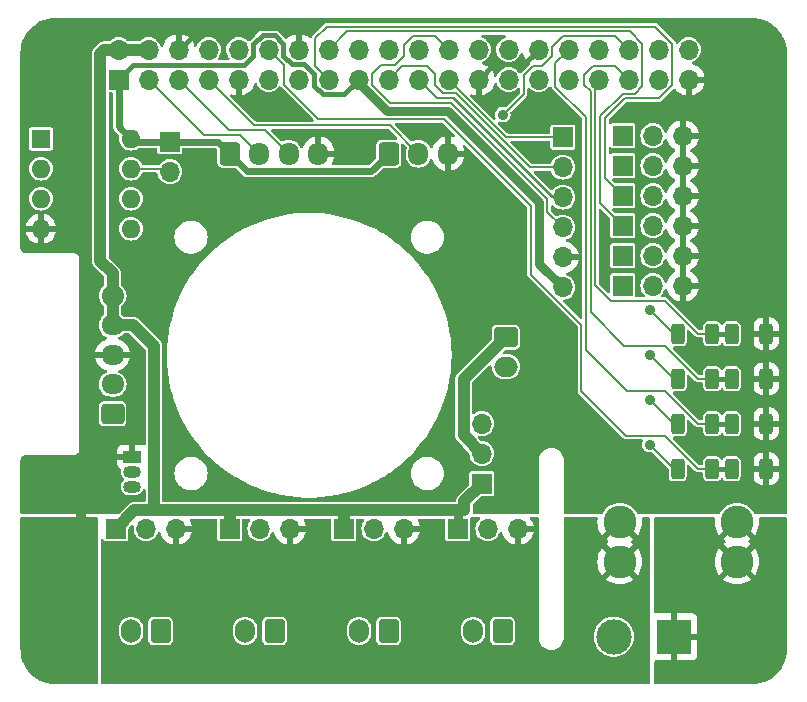
<source format=gtl>
G04 #@! TF.GenerationSoftware,KiCad,Pcbnew,7.0.6-0*
G04 #@! TF.CreationDate,2023-08-09T22:14:15+01:00*
G04 #@! TF.ProjectId,Klipper Fan Hat,4b6c6970-7065-4722-9046-616e20486174,V2*
G04 #@! TF.SameCoordinates,Original*
G04 #@! TF.FileFunction,Copper,L1,Top*
G04 #@! TF.FilePolarity,Positive*
%FSLAX46Y46*%
G04 Gerber Fmt 4.6, Leading zero omitted, Abs format (unit mm)*
G04 Created by KiCad (PCBNEW 7.0.6-0) date 2023-08-09 22:14:15*
%MOMM*%
%LPD*%
G01*
G04 APERTURE LIST*
G04 Aperture macros list*
%AMRoundRect*
0 Rectangle with rounded corners*
0 $1 Rounding radius*
0 $2 $3 $4 $5 $6 $7 $8 $9 X,Y pos of 4 corners*
0 Add a 4 corners polygon primitive as box body*
4,1,4,$2,$3,$4,$5,$6,$7,$8,$9,$2,$3,0*
0 Add four circle primitives for the rounded corners*
1,1,$1+$1,$2,$3*
1,1,$1+$1,$4,$5*
1,1,$1+$1,$6,$7*
1,1,$1+$1,$8,$9*
0 Add four rect primitives between the rounded corners*
20,1,$1+$1,$2,$3,$4,$5,0*
20,1,$1+$1,$4,$5,$6,$7,0*
20,1,$1+$1,$6,$7,$8,$9,0*
20,1,$1+$1,$8,$9,$2,$3,0*%
G04 Aperture macros list end*
G04 #@! TA.AperFunction,SMDPad,CuDef*
%ADD10RoundRect,0.250000X0.312500X0.625000X-0.312500X0.625000X-0.312500X-0.625000X0.312500X-0.625000X0*%
G04 #@! TD*
G04 #@! TA.AperFunction,ComponentPad*
%ADD11C,2.780000*%
G04 #@! TD*
G04 #@! TA.AperFunction,ComponentPad*
%ADD12RoundRect,0.250000X0.725000X-0.600000X0.725000X0.600000X-0.725000X0.600000X-0.725000X-0.600000X0*%
G04 #@! TD*
G04 #@! TA.AperFunction,ComponentPad*
%ADD13O,1.950000X1.700000*%
G04 #@! TD*
G04 #@! TA.AperFunction,ComponentPad*
%ADD14R,1.700000X1.700000*%
G04 #@! TD*
G04 #@! TA.AperFunction,ComponentPad*
%ADD15O,1.700000X1.700000*%
G04 #@! TD*
G04 #@! TA.AperFunction,ComponentPad*
%ADD16R,3.000000X3.000000*%
G04 #@! TD*
G04 #@! TA.AperFunction,ComponentPad*
%ADD17C,3.000000*%
G04 #@! TD*
G04 #@! TA.AperFunction,ComponentPad*
%ADD18RoundRect,0.250000X-0.600000X-0.725000X0.600000X-0.725000X0.600000X0.725000X-0.600000X0.725000X0*%
G04 #@! TD*
G04 #@! TA.AperFunction,ComponentPad*
%ADD19O,1.700000X1.950000*%
G04 #@! TD*
G04 #@! TA.AperFunction,ComponentPad*
%ADD20RoundRect,0.250000X-0.750000X0.600000X-0.750000X-0.600000X0.750000X-0.600000X0.750000X0.600000X0*%
G04 #@! TD*
G04 #@! TA.AperFunction,ComponentPad*
%ADD21O,2.000000X1.700000*%
G04 #@! TD*
G04 #@! TA.AperFunction,ComponentPad*
%ADD22RoundRect,0.250000X0.600000X0.750000X-0.600000X0.750000X-0.600000X-0.750000X0.600000X-0.750000X0*%
G04 #@! TD*
G04 #@! TA.AperFunction,ComponentPad*
%ADD23O,1.700000X2.000000*%
G04 #@! TD*
G04 #@! TA.AperFunction,ComponentPad*
%ADD24R,1.600000X1.600000*%
G04 #@! TD*
G04 #@! TA.AperFunction,ComponentPad*
%ADD25O,1.600000X1.600000*%
G04 #@! TD*
G04 #@! TA.AperFunction,ComponentPad*
%ADD26R,1.500000X1.050000*%
G04 #@! TD*
G04 #@! TA.AperFunction,ComponentPad*
%ADD27O,1.500000X1.050000*%
G04 #@! TD*
G04 #@! TA.AperFunction,ViaPad*
%ADD28C,0.900000*%
G04 #@! TD*
G04 #@! TA.AperFunction,Conductor*
%ADD29C,1.000000*%
G04 #@! TD*
G04 #@! TA.AperFunction,Conductor*
%ADD30C,0.400000*%
G04 #@! TD*
G04 #@! TA.AperFunction,Conductor*
%ADD31C,0.200000*%
G04 #@! TD*
G04 #@! TA.AperFunction,Conductor*
%ADD32C,0.800000*%
G04 #@! TD*
G04 #@! TA.AperFunction,Conductor*
%ADD33C,0.600000*%
G04 #@! TD*
G04 APERTURE END LIST*
D10*
X163184500Y-81712000D03*
X160259500Y-81712000D03*
D11*
X150800000Y-86186000D03*
X150800000Y-89586000D03*
X160720000Y-86186000D03*
X160720000Y-89586000D03*
D12*
X107857000Y-77060000D03*
D13*
X107857000Y-74560000D03*
X107857000Y-72060000D03*
X107857000Y-69560000D03*
X107857000Y-67060000D03*
D14*
X151054000Y-63678000D03*
D15*
X153594000Y-63678000D03*
X156134000Y-63678000D03*
D10*
X158612500Y-77902000D03*
X155687500Y-77902000D03*
D16*
X155372000Y-95936000D03*
D17*
X150292000Y-95936000D03*
D14*
X127432000Y-86792000D03*
D15*
X129972000Y-86792000D03*
X132512000Y-86792000D03*
D18*
X117780000Y-55042000D03*
D19*
X120280000Y-55042000D03*
X122780000Y-55042000D03*
X125280000Y-55042000D03*
D10*
X163184500Y-70282000D03*
X160259500Y-70282000D03*
X163184500Y-74092000D03*
X160259500Y-74092000D03*
D14*
X139116000Y-82982000D03*
D15*
X139116000Y-80442000D03*
X139116000Y-77902000D03*
D14*
X151054000Y-61138000D03*
D15*
X153594000Y-61138000D03*
X156134000Y-61138000D03*
D14*
X112700000Y-54026000D03*
D15*
X112700000Y-56566000D03*
D20*
X141148000Y-70576000D03*
D21*
X141148000Y-73076000D03*
D14*
X151054000Y-66218000D03*
D15*
X153594000Y-66218000D03*
X156134000Y-66218000D03*
D14*
X117780000Y-86792000D03*
D15*
X120320000Y-86792000D03*
X122860000Y-86792000D03*
D22*
X111918000Y-95445000D03*
D23*
X109418000Y-95445000D03*
D14*
X108143000Y-86792000D03*
D15*
X110683000Y-86792000D03*
X113223000Y-86792000D03*
D18*
X131242000Y-55042000D03*
D19*
X133742000Y-55042000D03*
X136242000Y-55042000D03*
D14*
X151054000Y-56058000D03*
D15*
X153594000Y-56058000D03*
X156134000Y-56058000D03*
D24*
X101788000Y-53782000D03*
D25*
X101788000Y-56322000D03*
X101788000Y-58862000D03*
X101788000Y-61402000D03*
X109408000Y-61402000D03*
X109408000Y-58862000D03*
X109408000Y-56322000D03*
X109408000Y-53782000D03*
D10*
X163184500Y-77902000D03*
X160259500Y-77902000D03*
D14*
X137084000Y-86792000D03*
D15*
X139624000Y-86792000D03*
X142164000Y-86792000D03*
D22*
X121570000Y-95445000D03*
D23*
X119070000Y-95445000D03*
D14*
X145974000Y-53645000D03*
D15*
X145974000Y-56185000D03*
X145974000Y-58725000D03*
X145974000Y-61265000D03*
X145974000Y-63805000D03*
X145974000Y-66345000D03*
D22*
X131222000Y-95445000D03*
D23*
X128722000Y-95445000D03*
D14*
X151054000Y-53518000D03*
D15*
X153594000Y-53518000D03*
X156134000Y-53518000D03*
D10*
X158612500Y-70282000D03*
X155687500Y-70282000D03*
X158612500Y-74092000D03*
X155687500Y-74092000D03*
X158612500Y-81712000D03*
X155687500Y-81712000D03*
D22*
X140874000Y-95445000D03*
D23*
X138374000Y-95445000D03*
D14*
X151054000Y-58598000D03*
D15*
X153594000Y-58598000D03*
X156134000Y-58598000D03*
D14*
X108370000Y-48770000D03*
D15*
X108370000Y-46230000D03*
X110910000Y-48770000D03*
X110910000Y-46230000D03*
X113450000Y-48770000D03*
X113450000Y-46230000D03*
X115990000Y-48770000D03*
X115990000Y-46230000D03*
X118530000Y-48770000D03*
X118530000Y-46230000D03*
X121070000Y-48770000D03*
X121070000Y-46230000D03*
X123610000Y-48770000D03*
X123610000Y-46230000D03*
X126150000Y-48770000D03*
X126150000Y-46230000D03*
X128690000Y-48770000D03*
X128690000Y-46230000D03*
X131230000Y-48770000D03*
X131230000Y-46230000D03*
X133770000Y-48770000D03*
X133770000Y-46230000D03*
X136310000Y-48770000D03*
X136310000Y-46230000D03*
X138850000Y-48770000D03*
X138850000Y-46230000D03*
X141390000Y-48770000D03*
X141390000Y-46230000D03*
X143930000Y-48770000D03*
X143930000Y-46230000D03*
X146470000Y-48770000D03*
X146470000Y-46230000D03*
X149010000Y-48770000D03*
X149010000Y-46230000D03*
X151550000Y-48770000D03*
X151550000Y-46230000D03*
X154090000Y-48770000D03*
X154090000Y-46230000D03*
X156630000Y-48770000D03*
X156630000Y-46230000D03*
D26*
X109504000Y-80696000D03*
D27*
X109504000Y-81966000D03*
X109504000Y-83236000D03*
D28*
X105207000Y-85649000D03*
X140894000Y-51740000D03*
X153340000Y-79680000D03*
X153340000Y-75870000D03*
X153340000Y-72060000D03*
X153340000Y-68250000D03*
D29*
X108370000Y-46230000D02*
X107167919Y-46230000D01*
X107167919Y-46230000D02*
X106820000Y-46577919D01*
X107857000Y-65185000D02*
X107857000Y-67060000D01*
X106820000Y-46577919D02*
X106820000Y-64148000D01*
X106820000Y-64148000D02*
X107857000Y-65185000D01*
D30*
X140140000Y-47480000D02*
X142680000Y-47480000D01*
X123610000Y-45027919D02*
X122956081Y-44374000D01*
X138850000Y-48770000D02*
X140140000Y-47480000D01*
X122956081Y-44374000D02*
X115306000Y-44374000D01*
X142680000Y-47480000D02*
X143930000Y-46230000D01*
X115306000Y-44374000D02*
X113450000Y-46230000D01*
X123610000Y-46230000D02*
X123610000Y-45027919D01*
D31*
X118664000Y-53426000D02*
X120280000Y-55042000D01*
X110910000Y-48770000D02*
X115566000Y-53426000D01*
X115566000Y-53426000D02*
X118664000Y-53426000D01*
X117706000Y-53026000D02*
X120764000Y-53026000D01*
X120764000Y-53026000D02*
X122780000Y-55042000D01*
X113450000Y-48770000D02*
X117706000Y-53026000D01*
X115990000Y-48770000D02*
X119846000Y-52626000D01*
X131326000Y-52626000D02*
X133742000Y-55042000D01*
X119846000Y-52626000D02*
X131326000Y-52626000D01*
X125272000Y-52120000D02*
X122352000Y-49200000D01*
X157404000Y-81712000D02*
X154610000Y-78918000D01*
D30*
X160259500Y-81712000D02*
X158612500Y-81712000D01*
D31*
X122352000Y-49200000D02*
X122352000Y-47512000D01*
X143275157Y-59460743D02*
X135934414Y-52120000D01*
X154610000Y-78918000D02*
X151308000Y-78918000D01*
X135934414Y-52120000D02*
X125272000Y-52120000D01*
X122352000Y-47512000D02*
X121070000Y-46230000D01*
X147523400Y-75133400D02*
X147523400Y-69520746D01*
X151308000Y-78918000D02*
X147523400Y-75133400D01*
X143275157Y-65272503D02*
X143275157Y-59460743D01*
X147523400Y-69520746D02*
X143275157Y-65272503D01*
X158612500Y-81712000D02*
X157404000Y-81712000D01*
X126150000Y-48770000D02*
X125000000Y-47620000D01*
X149547670Y-52011670D02*
X149547670Y-57091670D01*
X128702000Y-44280000D02*
X153766346Y-44280000D01*
X154124346Y-50362000D02*
X151197340Y-50362000D01*
X155240000Y-49246346D02*
X154567173Y-49919173D01*
X153766346Y-44280000D02*
X155240000Y-45753654D01*
X151197340Y-50362000D02*
X149547670Y-52011670D01*
X125000000Y-47620000D02*
X125000000Y-45282000D01*
X126002000Y-44280000D02*
X128702000Y-44280000D01*
X154567173Y-49919173D02*
X154124346Y-50362000D01*
X155240000Y-45753654D02*
X155240000Y-49246346D01*
X125000000Y-45282000D02*
X126002000Y-44280000D01*
X149547670Y-57091670D02*
X151054000Y-58598000D01*
X152700000Y-45753654D02*
X151626346Y-44680000D01*
X149123400Y-59207400D02*
X149123400Y-51870254D01*
X151054000Y-61138000D02*
X149123400Y-59207400D01*
X149123400Y-51870254D02*
X151031654Y-49962000D01*
X151031654Y-49962000D02*
X152070000Y-49962000D01*
X127700000Y-44680000D02*
X126150000Y-46230000D01*
X151626346Y-44680000D02*
X127700000Y-44680000D01*
X152700000Y-49332000D02*
X152700000Y-45753654D01*
X152070000Y-49962000D02*
X152700000Y-49332000D01*
X135160000Y-49246346D02*
X135833654Y-49920000D01*
X143159314Y-56185000D02*
X145974000Y-56185000D01*
X136894314Y-49920000D02*
X143159314Y-56185000D01*
X135833654Y-49920000D02*
X136894314Y-49920000D01*
X135160000Y-48293654D02*
X135160000Y-49246346D01*
X132380000Y-47620000D02*
X134486346Y-47620000D01*
X131230000Y-48770000D02*
X132380000Y-47620000D01*
X134486346Y-47620000D02*
X135160000Y-48293654D01*
X145974000Y-58725000D02*
X145085000Y-58725000D01*
X136680000Y-50320000D02*
X135320000Y-50320000D01*
X135320000Y-50320000D02*
X136728628Y-50320000D01*
X135320000Y-50320000D02*
X133770000Y-48770000D01*
X142291000Y-55931000D02*
X136680000Y-50320000D01*
X136728628Y-50320000D02*
X145133629Y-58725000D01*
X145085000Y-58725000D02*
X142291000Y-55931000D01*
X136310000Y-48770000D02*
X141185000Y-53645000D01*
X141185000Y-53645000D02*
X145974000Y-53645000D01*
X129840000Y-48327106D02*
X130607000Y-47560106D01*
X133293654Y-45080000D02*
X135160000Y-45080000D01*
X144675157Y-59966157D02*
X144675157Y-58880843D01*
X132512000Y-45861654D02*
X133293654Y-45080000D01*
X131750000Y-47549000D02*
X132512000Y-46787000D01*
X132512000Y-46787000D02*
X132512000Y-45861654D01*
X129840000Y-49212894D02*
X129840000Y-48327106D01*
X135160000Y-45080000D02*
X136310000Y-46230000D01*
X130607000Y-47549000D02*
X131750000Y-47549000D01*
X131347106Y-50720000D02*
X129840000Y-49212894D01*
X144675157Y-58880843D02*
X136514314Y-50720000D01*
X136514314Y-50720000D02*
X131347106Y-50720000D01*
X130607000Y-47560106D02*
X130607000Y-47549000D01*
X145974000Y-61265000D02*
X144675157Y-59966157D01*
X157402817Y-77902000D02*
X158612500Y-77902000D01*
X151377686Y-75120000D02*
X154620816Y-75120000D01*
X145320000Y-47380000D02*
X145320000Y-49358000D01*
X147923400Y-51961400D02*
X147923400Y-71665714D01*
X145320000Y-49358000D02*
X147923400Y-51961400D01*
D30*
X160259500Y-77902000D02*
X158612500Y-77902000D01*
D31*
X146470000Y-46230000D02*
X145320000Y-47380000D01*
X147923400Y-71665714D02*
X151377686Y-75120000D01*
X154620816Y-75120000D02*
X157402817Y-77902000D01*
X149010000Y-48770000D02*
X148723400Y-49056600D01*
X154609408Y-67488592D02*
X157402817Y-70282000D01*
X150024592Y-67488592D02*
X154609408Y-67488592D01*
X157402817Y-70282000D02*
X158612500Y-70282000D01*
X148723400Y-66187400D02*
X150024592Y-67488592D01*
D30*
X160259500Y-70282000D02*
X158612500Y-70282000D01*
D31*
X148723400Y-49056600D02*
X148723400Y-66187400D01*
X151162000Y-71310000D02*
X154620816Y-71310000D01*
X148323400Y-68471400D02*
X151162000Y-71310000D01*
D30*
X160259500Y-74092000D02*
X158612500Y-74092000D01*
D31*
X147752000Y-48401654D02*
X147752000Y-49200000D01*
X148533654Y-47620000D02*
X147752000Y-48401654D01*
X154620816Y-71310000D02*
X157402817Y-74092000D01*
X147752000Y-49200000D02*
X148323400Y-49771400D01*
X151550000Y-48770000D02*
X150400000Y-47620000D01*
X148323400Y-49771400D02*
X148323400Y-68471400D01*
X150400000Y-47620000D02*
X148533654Y-47620000D01*
X157402817Y-74092000D02*
X158612500Y-74092000D01*
X145080000Y-45993654D02*
X145080000Y-46736000D01*
X145080000Y-46736000D02*
X144196000Y-47620000D01*
X145993654Y-45080000D02*
X145080000Y-45993654D01*
X150400000Y-45080000D02*
X145993654Y-45080000D01*
X144196000Y-47620000D02*
X143453654Y-47620000D01*
X142672000Y-49962000D02*
X140894000Y-51740000D01*
X143453654Y-47620000D02*
X142672000Y-48401654D01*
X151550000Y-46230000D02*
X150400000Y-45080000D01*
X142672000Y-48401654D02*
X142672000Y-49962000D01*
D29*
X111353800Y-85242000D02*
X117780000Y-85242000D01*
X111353800Y-83581200D02*
X111353800Y-85242000D01*
X127432000Y-85242000D02*
X135534000Y-85242000D01*
X137642800Y-84455200D02*
X139116000Y-82982000D01*
X137642800Y-85242600D02*
X137642800Y-84455200D01*
X107857000Y-69560000D02*
X107857000Y-67060000D01*
X111353800Y-71323400D02*
X111353800Y-83581200D01*
X109693000Y-85242000D02*
X108143000Y-86792000D01*
X135534000Y-85242000D02*
X135534600Y-85242600D01*
X107857000Y-69560000D02*
X109590400Y-69560000D01*
X111353800Y-85242000D02*
X109693000Y-85242000D01*
X135534600Y-85242600D02*
X137084000Y-85242600D01*
X127432000Y-86792000D02*
X127432000Y-85242000D01*
D32*
X137084000Y-86792000D02*
X137084000Y-85242600D01*
D29*
X109590400Y-69560000D02*
X111353800Y-71323400D01*
X117780000Y-86792000D02*
X117780000Y-85242000D01*
X110910000Y-46230000D02*
X108370000Y-46230000D01*
X137084000Y-85242600D02*
X137642800Y-85242600D01*
X117780000Y-85242000D02*
X127432000Y-85242000D01*
D32*
X128690000Y-49052844D02*
X128690000Y-48770000D01*
D33*
X108370000Y-52693200D02*
X108370000Y-48770000D01*
D30*
X124892000Y-48284233D02*
X124892000Y-49279767D01*
D33*
X112700000Y-54026000D02*
X116764000Y-54026000D01*
D32*
X145974000Y-66345000D02*
X143975157Y-64346157D01*
D33*
X109408000Y-53782000D02*
X108483600Y-52857600D01*
D30*
X109620000Y-47520000D02*
X119007767Y-47520000D01*
X124087767Y-47480000D02*
X124892000Y-48284233D01*
X120552233Y-44980000D02*
X121587767Y-44980000D01*
X127440000Y-50020000D02*
X128690000Y-48770000D01*
X125632233Y-50020000D02*
X127440000Y-50020000D01*
X108370000Y-48770000D02*
X109620000Y-47520000D01*
D32*
X143975157Y-64346157D02*
X143975157Y-59170793D01*
D33*
X116764000Y-54026000D02*
X117780000Y-55042000D01*
D32*
X131057156Y-51420000D02*
X128690000Y-49052844D01*
D33*
X128690000Y-48770000D02*
X128690000Y-48911422D01*
D30*
X124892000Y-49279767D02*
X125632233Y-50020000D01*
X122320000Y-46747767D02*
X123052233Y-47480000D01*
X123052233Y-47480000D02*
X124087767Y-47480000D01*
X122320000Y-45712233D02*
X122320000Y-46747767D01*
D32*
X143975157Y-59170793D02*
X136224364Y-51420000D01*
D30*
X119780000Y-46747767D02*
X119780000Y-45752233D01*
D33*
X117780000Y-55042000D02*
X119255000Y-56517000D01*
X109652000Y-54026000D02*
X109408000Y-53782000D01*
D30*
X121587767Y-44980000D02*
X122320000Y-45712233D01*
X119007767Y-47520000D02*
X119780000Y-46747767D01*
D33*
X112700000Y-54026000D02*
X109652000Y-54026000D01*
D30*
X119780000Y-45752233D02*
X120552233Y-44980000D01*
D33*
X119255000Y-56517000D02*
X129767000Y-56517000D01*
X129767000Y-56517000D02*
X131242000Y-55042000D01*
X108483600Y-52806800D02*
X108370000Y-52693200D01*
D32*
X136224364Y-51420000D02*
X131057156Y-51420000D01*
D33*
X108483600Y-52857600D02*
X108483600Y-52806800D01*
D29*
X139116000Y-80442000D02*
X137566000Y-78892000D01*
X137566000Y-74158000D02*
X141148000Y-70576000D01*
X137566000Y-78892000D02*
X137566000Y-74158000D01*
D31*
X109408000Y-56322000D02*
X112456000Y-56322000D01*
X112456000Y-56322000D02*
X112700000Y-56566000D01*
X155372000Y-81712000D02*
X153340000Y-79680000D01*
X155687500Y-81712000D02*
X155372000Y-81712000D01*
X155372000Y-77902000D02*
X155687500Y-77902000D01*
X153340000Y-75870000D02*
X155372000Y-77902000D01*
X153340000Y-72060000D02*
X155372000Y-74092000D01*
X155372000Y-74092000D02*
X155687500Y-74092000D01*
X155372000Y-70282000D02*
X155687500Y-70282000D01*
X153340000Y-68250000D02*
X155372000Y-70282000D01*
G04 #@! TA.AperFunction,Conductor*
G36*
X138926568Y-85795685D02*
G01*
X138972323Y-85848489D01*
X138982267Y-85917647D01*
X138953242Y-85981203D01*
X138938194Y-85995853D01*
X138877590Y-86045589D01*
X138746317Y-86205547D01*
X138648769Y-86388043D01*
X138588699Y-86586067D01*
X138568417Y-86791999D01*
X138588699Y-86997932D01*
X138610867Y-87071010D01*
X138648768Y-87195954D01*
X138746315Y-87378450D01*
X138746317Y-87378452D01*
X138877589Y-87538410D01*
X138974209Y-87617702D01*
X139037550Y-87669685D01*
X139220046Y-87767232D01*
X139418066Y-87827300D01*
X139418065Y-87827300D01*
X139436529Y-87829118D01*
X139624000Y-87847583D01*
X139829934Y-87827300D01*
X140027954Y-87767232D01*
X140210450Y-87669685D01*
X140370410Y-87538410D01*
X140501685Y-87378450D01*
X140599232Y-87195954D01*
X140619406Y-87129446D01*
X140657702Y-87071010D01*
X140721514Y-87042553D01*
X140790581Y-87053112D01*
X140842975Y-87099336D01*
X140857841Y-87133349D01*
X140890567Y-87255486D01*
X140890570Y-87255492D01*
X140990399Y-87469578D01*
X141125894Y-87663082D01*
X141292917Y-87830105D01*
X141486421Y-87965600D01*
X141700507Y-88065429D01*
X141700516Y-88065433D01*
X141914000Y-88122634D01*
X141914000Y-87227501D01*
X142021685Y-87276680D01*
X142128237Y-87292000D01*
X142199763Y-87292000D01*
X142306315Y-87276680D01*
X142414000Y-87227501D01*
X142414000Y-88122633D01*
X142627483Y-88065433D01*
X142627492Y-88065429D01*
X142841578Y-87965600D01*
X143035082Y-87830105D01*
X143202105Y-87663082D01*
X143337600Y-87469578D01*
X143437429Y-87255492D01*
X143437432Y-87255486D01*
X143494636Y-87042000D01*
X142597686Y-87042000D01*
X142623493Y-87001844D01*
X142664000Y-86863889D01*
X142664000Y-86720111D01*
X142623493Y-86582156D01*
X142597686Y-86542000D01*
X143494636Y-86542000D01*
X143494635Y-86541999D01*
X143437432Y-86328513D01*
X143437429Y-86328507D01*
X143337601Y-86114424D01*
X143237261Y-85971124D01*
X143214934Y-85904918D01*
X143231944Y-85837150D01*
X143282892Y-85789337D01*
X143338836Y-85776000D01*
X143825500Y-85776000D01*
X143892539Y-85795685D01*
X143938294Y-85848489D01*
X143949500Y-85900000D01*
X143949500Y-95983592D01*
X143949500Y-96000000D01*
X143949500Y-96097343D01*
X143985274Y-96288714D01*
X143985275Y-96288716D01*
X144055600Y-96470248D01*
X144055604Y-96470257D01*
X144158090Y-96635778D01*
X144158092Y-96635780D01*
X144289248Y-96779652D01*
X144370076Y-96840690D01*
X144444614Y-96896979D01*
X144513452Y-96931256D01*
X144618879Y-96983753D01*
X144618883Y-96983754D01*
X144618890Y-96983758D01*
X144806144Y-97037037D01*
X144999999Y-97055000D01*
X145000000Y-97055000D01*
X145000001Y-97055000D01*
X145096928Y-97046018D01*
X145193856Y-97037037D01*
X145381110Y-96983758D01*
X145555386Y-96896979D01*
X145710749Y-96779654D01*
X145841908Y-96635780D01*
X145944397Y-96470254D01*
X146014726Y-96288714D01*
X146050500Y-96097343D01*
X146050500Y-96000000D01*
X146050500Y-95983592D01*
X146050500Y-95936004D01*
X148586732Y-95936004D01*
X148605777Y-96190154D01*
X148640300Y-96341410D01*
X148662492Y-96438637D01*
X148755607Y-96675888D01*
X148883041Y-96896612D01*
X149041950Y-97095877D01*
X149228783Y-97269232D01*
X149439366Y-97412805D01*
X149439371Y-97412807D01*
X149439372Y-97412808D01*
X149439373Y-97412809D01*
X149561328Y-97471538D01*
X149668992Y-97523387D01*
X149668993Y-97523387D01*
X149668996Y-97523389D01*
X149912542Y-97598513D01*
X150164565Y-97636500D01*
X150419435Y-97636500D01*
X150671458Y-97598513D01*
X150915004Y-97523389D01*
X151144634Y-97412805D01*
X151355217Y-97269232D01*
X151542050Y-97095877D01*
X151700959Y-96896612D01*
X151828393Y-96675888D01*
X151921508Y-96438637D01*
X151978222Y-96190157D01*
X151992550Y-95998956D01*
X151997268Y-95936004D01*
X151997268Y-95935995D01*
X151978222Y-95681845D01*
X151970179Y-95646608D01*
X151921508Y-95433363D01*
X151828393Y-95196112D01*
X151700959Y-94975388D01*
X151542050Y-94776123D01*
X151355217Y-94602768D01*
X151144634Y-94459195D01*
X151144630Y-94459193D01*
X151144627Y-94459191D01*
X151144626Y-94459190D01*
X150915006Y-94348612D01*
X150915008Y-94348612D01*
X150671466Y-94273489D01*
X150671462Y-94273488D01*
X150671458Y-94273487D01*
X150550231Y-94255214D01*
X150419440Y-94235500D01*
X150419435Y-94235500D01*
X150164565Y-94235500D01*
X150164559Y-94235500D01*
X150007609Y-94259157D01*
X149912542Y-94273487D01*
X149912538Y-94273488D01*
X149912539Y-94273488D01*
X149912533Y-94273489D01*
X149668992Y-94348612D01*
X149439373Y-94459190D01*
X149439372Y-94459191D01*
X149228782Y-94602768D01*
X149041952Y-94776121D01*
X149041950Y-94776123D01*
X148883041Y-94975388D01*
X148755608Y-95196109D01*
X148662492Y-95433362D01*
X148662490Y-95433369D01*
X148605777Y-95681845D01*
X148586732Y-95935995D01*
X148586732Y-95936004D01*
X146050500Y-95936004D01*
X146050500Y-85900000D01*
X146070185Y-85832961D01*
X146122989Y-85787206D01*
X146174500Y-85776000D01*
X148801533Y-85776000D01*
X148868572Y-85795685D01*
X148914327Y-85848489D01*
X148923435Y-85911825D01*
X148924775Y-85911921D01*
X148905172Y-86185998D01*
X148905172Y-86186001D01*
X148924459Y-86455663D01*
X148924460Y-86455670D01*
X148981924Y-86719830D01*
X149076404Y-86973141D01*
X149076406Y-86973145D01*
X149205965Y-87210415D01*
X149205966Y-87210416D01*
X149298465Y-87333980D01*
X150016982Y-86615462D01*
X150024992Y-86633451D01*
X150134958Y-86784806D01*
X150273990Y-86909991D01*
X150372618Y-86966934D01*
X149652018Y-87687533D01*
X149652019Y-87687534D01*
X149775574Y-87780029D01*
X149778150Y-87781684D01*
X149778823Y-87782460D01*
X149779124Y-87782686D01*
X149779074Y-87782751D01*
X149823906Y-87834487D01*
X149833850Y-87903645D01*
X149804826Y-87967201D01*
X149778158Y-87990312D01*
X149775570Y-87991975D01*
X149652019Y-88084464D01*
X149652018Y-88084465D01*
X150372619Y-88805065D01*
X150273990Y-88862009D01*
X150134958Y-88987194D01*
X150024992Y-89138549D01*
X150016983Y-89156536D01*
X149298465Y-88438018D01*
X149298464Y-88438019D01*
X149205970Y-88561576D01*
X149205965Y-88561584D01*
X149076406Y-88798854D01*
X149076404Y-88798858D01*
X148981924Y-89052169D01*
X148924460Y-89316329D01*
X148924459Y-89316336D01*
X148905172Y-89585998D01*
X148905172Y-89586001D01*
X148924459Y-89855663D01*
X148924460Y-89855670D01*
X148981924Y-90119830D01*
X149076404Y-90373141D01*
X149076406Y-90373145D01*
X149205965Y-90610415D01*
X149205966Y-90610416D01*
X149298465Y-90733980D01*
X150016983Y-90015462D01*
X150024992Y-90033451D01*
X150134958Y-90184806D01*
X150273990Y-90309991D01*
X150372618Y-90366934D01*
X149652018Y-91087533D01*
X149652019Y-91087534D01*
X149775575Y-91180029D01*
X150012854Y-91309593D01*
X150012858Y-91309595D01*
X150266169Y-91404075D01*
X150530329Y-91461539D01*
X150530336Y-91461540D01*
X150799999Y-91480828D01*
X150800001Y-91480828D01*
X151069663Y-91461540D01*
X151069670Y-91461539D01*
X151333830Y-91404075D01*
X151587141Y-91309595D01*
X151587145Y-91309593D01*
X151824424Y-91180029D01*
X151947980Y-91087534D01*
X151947980Y-91087533D01*
X151227381Y-90366934D01*
X151326010Y-90309991D01*
X151465042Y-90184806D01*
X151575008Y-90033451D01*
X151583016Y-90015463D01*
X152301533Y-90733980D01*
X152301534Y-90733980D01*
X152394029Y-90610424D01*
X152523593Y-90373145D01*
X152523595Y-90373141D01*
X152618075Y-90119830D01*
X152675539Y-89855670D01*
X152675540Y-89855663D01*
X152694828Y-89586001D01*
X152694828Y-89585998D01*
X152675540Y-89316336D01*
X152675539Y-89316329D01*
X152618075Y-89052169D01*
X152523595Y-88798858D01*
X152523593Y-88798854D01*
X152394029Y-88561575D01*
X152301534Y-88438019D01*
X152301533Y-88438018D01*
X151583016Y-89156535D01*
X151575008Y-89138549D01*
X151465042Y-88987194D01*
X151326010Y-88862009D01*
X151227380Y-88805065D01*
X151947980Y-88084465D01*
X151824414Y-87991964D01*
X151821849Y-87990316D01*
X151821178Y-87989542D01*
X151820875Y-87989315D01*
X151820924Y-87989249D01*
X151776093Y-87937513D01*
X151766149Y-87868355D01*
X151795173Y-87804799D01*
X151821856Y-87781679D01*
X151824433Y-87780022D01*
X151947980Y-87687534D01*
X151947980Y-87687533D01*
X151227381Y-86966934D01*
X151326010Y-86909991D01*
X151465042Y-86784806D01*
X151575008Y-86633451D01*
X151583016Y-86615463D01*
X152301533Y-87333980D01*
X152301534Y-87333980D01*
X152394029Y-87210424D01*
X152523593Y-86973145D01*
X152523595Y-86973141D01*
X152618075Y-86719830D01*
X152675539Y-86455670D01*
X152675540Y-86455663D01*
X152694828Y-86186001D01*
X152694828Y-86185998D01*
X152675225Y-85911921D01*
X152676564Y-85911825D01*
X152685675Y-85848484D01*
X152731431Y-85795682D01*
X152798467Y-85776000D01*
X153216000Y-85776000D01*
X153283039Y-85795685D01*
X153328794Y-85848489D01*
X153340000Y-85900000D01*
X153340000Y-99825500D01*
X153320315Y-99892539D01*
X153267511Y-99938294D01*
X153216000Y-99949500D01*
X106982000Y-99949500D01*
X106914961Y-99929815D01*
X106869206Y-99877011D01*
X106858000Y-99825500D01*
X106858000Y-95646608D01*
X108367500Y-95646608D01*
X108370971Y-95681845D01*
X108382699Y-95800932D01*
X108382700Y-95800934D01*
X108442768Y-95998954D01*
X108540315Y-96181450D01*
X108540317Y-96181452D01*
X108671589Y-96341410D01*
X108752584Y-96407880D01*
X108831550Y-96472685D01*
X109014046Y-96570232D01*
X109212066Y-96630300D01*
X109212065Y-96630300D01*
X109232348Y-96632297D01*
X109418000Y-96650583D01*
X109623934Y-96630300D01*
X109821954Y-96570232D01*
X110004450Y-96472685D01*
X110164410Y-96341410D01*
X110240028Y-96249269D01*
X110867500Y-96249269D01*
X110870353Y-96279699D01*
X110870353Y-96279701D01*
X110899627Y-96363358D01*
X110915207Y-96407882D01*
X110995850Y-96517150D01*
X111105118Y-96597793D01*
X111147845Y-96612744D01*
X111233299Y-96642646D01*
X111263730Y-96645500D01*
X111263734Y-96645500D01*
X112572270Y-96645500D01*
X112602699Y-96642646D01*
X112602701Y-96642646D01*
X112666790Y-96620219D01*
X112730882Y-96597793D01*
X112840150Y-96517150D01*
X112920793Y-96407882D01*
X112962493Y-96288711D01*
X112965646Y-96279701D01*
X112965646Y-96279699D01*
X112968500Y-96249269D01*
X112968500Y-95646608D01*
X118019500Y-95646608D01*
X118022971Y-95681845D01*
X118034699Y-95800932D01*
X118034700Y-95800934D01*
X118094768Y-95998954D01*
X118192315Y-96181450D01*
X118192317Y-96181452D01*
X118323589Y-96341410D01*
X118404584Y-96407880D01*
X118483550Y-96472685D01*
X118666046Y-96570232D01*
X118864066Y-96630300D01*
X118864065Y-96630300D01*
X118884347Y-96632297D01*
X119070000Y-96650583D01*
X119275934Y-96630300D01*
X119473954Y-96570232D01*
X119656450Y-96472685D01*
X119816410Y-96341410D01*
X119892028Y-96249269D01*
X120519500Y-96249269D01*
X120522353Y-96279699D01*
X120522353Y-96279701D01*
X120551627Y-96363358D01*
X120567207Y-96407882D01*
X120647850Y-96517150D01*
X120757118Y-96597793D01*
X120799845Y-96612744D01*
X120885299Y-96642646D01*
X120915730Y-96645500D01*
X120915734Y-96645500D01*
X122224270Y-96645500D01*
X122254699Y-96642646D01*
X122254701Y-96642646D01*
X122318790Y-96620219D01*
X122382882Y-96597793D01*
X122492150Y-96517150D01*
X122572793Y-96407882D01*
X122614493Y-96288711D01*
X122617646Y-96279701D01*
X122617646Y-96279699D01*
X122620500Y-96249269D01*
X122620500Y-95646608D01*
X127671500Y-95646608D01*
X127674971Y-95681845D01*
X127686699Y-95800932D01*
X127686700Y-95800934D01*
X127746768Y-95998954D01*
X127844315Y-96181450D01*
X127844317Y-96181452D01*
X127975589Y-96341410D01*
X128056584Y-96407880D01*
X128135550Y-96472685D01*
X128318046Y-96570232D01*
X128516066Y-96630300D01*
X128516065Y-96630300D01*
X128536347Y-96632297D01*
X128722000Y-96650583D01*
X128927934Y-96630300D01*
X129125954Y-96570232D01*
X129308450Y-96472685D01*
X129468410Y-96341410D01*
X129544028Y-96249269D01*
X130171500Y-96249269D01*
X130174353Y-96279699D01*
X130174353Y-96279701D01*
X130203627Y-96363358D01*
X130219207Y-96407882D01*
X130299850Y-96517150D01*
X130409118Y-96597793D01*
X130451845Y-96612744D01*
X130537299Y-96642646D01*
X130567730Y-96645500D01*
X130567734Y-96645500D01*
X131876270Y-96645500D01*
X131906699Y-96642646D01*
X131906701Y-96642646D01*
X131970790Y-96620219D01*
X132034882Y-96597793D01*
X132144150Y-96517150D01*
X132224793Y-96407882D01*
X132266493Y-96288711D01*
X132269646Y-96279701D01*
X132269646Y-96279699D01*
X132272500Y-96249269D01*
X132272500Y-95646608D01*
X137323500Y-95646608D01*
X137326971Y-95681845D01*
X137338699Y-95800932D01*
X137338700Y-95800934D01*
X137398768Y-95998954D01*
X137496315Y-96181450D01*
X137496317Y-96181452D01*
X137627589Y-96341410D01*
X137708584Y-96407880D01*
X137787550Y-96472685D01*
X137970046Y-96570232D01*
X138168066Y-96630300D01*
X138168065Y-96630300D01*
X138186529Y-96632118D01*
X138374000Y-96650583D01*
X138579934Y-96630300D01*
X138777954Y-96570232D01*
X138960450Y-96472685D01*
X139120410Y-96341410D01*
X139196028Y-96249269D01*
X139823500Y-96249269D01*
X139826353Y-96279699D01*
X139826353Y-96279701D01*
X139855627Y-96363358D01*
X139871207Y-96407882D01*
X139951850Y-96517150D01*
X140061118Y-96597793D01*
X140103845Y-96612744D01*
X140189299Y-96642646D01*
X140219730Y-96645500D01*
X140219734Y-96645500D01*
X141528270Y-96645500D01*
X141558699Y-96642646D01*
X141558701Y-96642646D01*
X141622790Y-96620219D01*
X141686882Y-96597793D01*
X141796150Y-96517150D01*
X141876793Y-96407882D01*
X141918493Y-96288711D01*
X141921646Y-96279701D01*
X141921646Y-96279699D01*
X141924500Y-96249269D01*
X141924500Y-94640730D01*
X141921646Y-94610300D01*
X141921646Y-94610298D01*
X141876793Y-94482119D01*
X141876792Y-94482117D01*
X141859871Y-94459190D01*
X141796150Y-94372850D01*
X141686882Y-94292207D01*
X141686880Y-94292206D01*
X141558700Y-94247353D01*
X141528270Y-94244500D01*
X141528266Y-94244500D01*
X140219734Y-94244500D01*
X140219730Y-94244500D01*
X140189300Y-94247353D01*
X140189298Y-94247353D01*
X140061119Y-94292206D01*
X140061117Y-94292207D01*
X139951850Y-94372850D01*
X139871207Y-94482117D01*
X139871206Y-94482119D01*
X139826353Y-94610298D01*
X139826353Y-94610300D01*
X139823500Y-94640730D01*
X139823500Y-96249269D01*
X139196028Y-96249269D01*
X139251685Y-96181450D01*
X139349232Y-95998954D01*
X139409300Y-95800934D01*
X139424500Y-95646608D01*
X139424500Y-95243392D01*
X139409300Y-95089066D01*
X139349232Y-94891046D01*
X139251685Y-94708550D01*
X139171052Y-94610298D01*
X139120410Y-94548589D01*
X138960452Y-94417317D01*
X138960453Y-94417317D01*
X138960450Y-94417315D01*
X138777954Y-94319768D01*
X138579934Y-94259700D01*
X138579932Y-94259699D01*
X138579934Y-94259699D01*
X138392463Y-94241235D01*
X138374000Y-94239417D01*
X138373999Y-94239417D01*
X138168067Y-94259699D01*
X137970043Y-94319769D01*
X137916083Y-94348612D01*
X137787550Y-94417315D01*
X137787548Y-94417316D01*
X137787547Y-94417317D01*
X137627589Y-94548589D01*
X137496317Y-94708547D01*
X137398769Y-94891043D01*
X137338699Y-95089067D01*
X137328157Y-95196109D01*
X137323500Y-95243392D01*
X137323500Y-95646608D01*
X132272500Y-95646608D01*
X132272500Y-94640730D01*
X132269646Y-94610300D01*
X132269646Y-94610298D01*
X132224793Y-94482119D01*
X132224792Y-94482117D01*
X132207871Y-94459190D01*
X132144150Y-94372850D01*
X132034882Y-94292207D01*
X132034880Y-94292206D01*
X131906700Y-94247353D01*
X131876270Y-94244500D01*
X131876266Y-94244500D01*
X130567734Y-94244500D01*
X130567730Y-94244500D01*
X130537300Y-94247353D01*
X130537298Y-94247353D01*
X130409119Y-94292206D01*
X130409117Y-94292207D01*
X130299850Y-94372850D01*
X130219207Y-94482117D01*
X130219206Y-94482119D01*
X130174353Y-94610298D01*
X130174353Y-94610300D01*
X130171500Y-94640730D01*
X130171500Y-96249269D01*
X129544028Y-96249269D01*
X129599685Y-96181450D01*
X129697232Y-95998954D01*
X129757300Y-95800934D01*
X129772500Y-95646608D01*
X129772500Y-95243392D01*
X129757300Y-95089066D01*
X129697232Y-94891046D01*
X129599685Y-94708550D01*
X129519052Y-94610298D01*
X129468410Y-94548589D01*
X129308452Y-94417317D01*
X129308453Y-94417317D01*
X129308450Y-94417315D01*
X129125954Y-94319768D01*
X128927934Y-94259700D01*
X128927932Y-94259699D01*
X128927934Y-94259699D01*
X128722000Y-94239417D01*
X128516067Y-94259699D01*
X128318043Y-94319769D01*
X128264083Y-94348612D01*
X128135550Y-94417315D01*
X128135548Y-94417316D01*
X128135547Y-94417317D01*
X127975589Y-94548589D01*
X127844317Y-94708547D01*
X127746769Y-94891043D01*
X127686699Y-95089067D01*
X127676157Y-95196109D01*
X127671500Y-95243392D01*
X127671500Y-95646608D01*
X122620500Y-95646608D01*
X122620500Y-94640730D01*
X122617646Y-94610300D01*
X122617646Y-94610298D01*
X122572793Y-94482119D01*
X122572792Y-94482117D01*
X122555871Y-94459190D01*
X122492150Y-94372850D01*
X122382882Y-94292207D01*
X122382880Y-94292206D01*
X122254700Y-94247353D01*
X122224270Y-94244500D01*
X122224266Y-94244500D01*
X120915734Y-94244500D01*
X120915730Y-94244500D01*
X120885300Y-94247353D01*
X120885298Y-94247353D01*
X120757119Y-94292206D01*
X120757117Y-94292207D01*
X120647850Y-94372850D01*
X120567207Y-94482117D01*
X120567206Y-94482119D01*
X120522353Y-94610298D01*
X120522353Y-94610300D01*
X120519500Y-94640730D01*
X120519500Y-96249269D01*
X119892028Y-96249269D01*
X119947685Y-96181450D01*
X120045232Y-95998954D01*
X120105300Y-95800934D01*
X120120500Y-95646608D01*
X120120500Y-95243392D01*
X120105300Y-95089066D01*
X120045232Y-94891046D01*
X119947685Y-94708550D01*
X119867052Y-94610298D01*
X119816410Y-94548589D01*
X119656452Y-94417317D01*
X119656453Y-94417317D01*
X119656450Y-94417315D01*
X119473954Y-94319768D01*
X119275934Y-94259700D01*
X119275932Y-94259699D01*
X119275934Y-94259699D01*
X119070000Y-94239417D01*
X118864067Y-94259699D01*
X118666043Y-94319769D01*
X118612083Y-94348612D01*
X118483550Y-94417315D01*
X118483548Y-94417316D01*
X118483547Y-94417317D01*
X118323589Y-94548589D01*
X118192317Y-94708547D01*
X118094769Y-94891043D01*
X118034699Y-95089067D01*
X118024157Y-95196109D01*
X118019500Y-95243392D01*
X118019500Y-95646608D01*
X112968500Y-95646608D01*
X112968500Y-94640730D01*
X112965646Y-94610300D01*
X112965646Y-94610298D01*
X112920793Y-94482119D01*
X112920792Y-94482117D01*
X112903871Y-94459190D01*
X112840150Y-94372850D01*
X112730882Y-94292207D01*
X112730880Y-94292206D01*
X112602700Y-94247353D01*
X112572270Y-94244500D01*
X112572266Y-94244500D01*
X111263734Y-94244500D01*
X111263730Y-94244500D01*
X111233300Y-94247353D01*
X111233298Y-94247353D01*
X111105119Y-94292206D01*
X111105117Y-94292207D01*
X110995850Y-94372850D01*
X110915207Y-94482117D01*
X110915206Y-94482119D01*
X110870353Y-94610298D01*
X110870353Y-94610300D01*
X110867500Y-94640730D01*
X110867500Y-96249269D01*
X110240028Y-96249269D01*
X110295685Y-96181450D01*
X110393232Y-95998954D01*
X110453300Y-95800934D01*
X110468500Y-95646608D01*
X110468500Y-95243392D01*
X110453300Y-95089066D01*
X110393232Y-94891046D01*
X110295685Y-94708550D01*
X110215052Y-94610298D01*
X110164410Y-94548589D01*
X110004452Y-94417317D01*
X110004453Y-94417317D01*
X110004450Y-94417315D01*
X109821954Y-94319768D01*
X109623934Y-94259700D01*
X109623932Y-94259699D01*
X109623934Y-94259699D01*
X109418000Y-94239417D01*
X109212067Y-94259699D01*
X109014043Y-94319769D01*
X108960083Y-94348612D01*
X108831550Y-94417315D01*
X108831548Y-94417316D01*
X108831547Y-94417317D01*
X108671589Y-94548589D01*
X108540317Y-94708547D01*
X108442769Y-94891043D01*
X108382699Y-95089067D01*
X108372157Y-95196109D01*
X108367500Y-95243392D01*
X108367500Y-95646608D01*
X106858000Y-95646608D01*
X106858000Y-87741831D01*
X106877685Y-87674792D01*
X106930489Y-87629037D01*
X106999647Y-87619093D01*
X107063203Y-87648118D01*
X107100977Y-87706896D01*
X107103618Y-87717641D01*
X107104133Y-87720231D01*
X107148447Y-87786552D01*
X107214769Y-87830867D01*
X107214770Y-87830868D01*
X107273247Y-87842499D01*
X107273250Y-87842500D01*
X107273252Y-87842500D01*
X109012750Y-87842500D01*
X109012751Y-87842499D01*
X109027568Y-87839552D01*
X109071229Y-87830868D01*
X109071229Y-87830867D01*
X109071231Y-87830867D01*
X109137552Y-87786552D01*
X109181867Y-87720231D01*
X109181867Y-87720229D01*
X109181868Y-87720229D01*
X109191922Y-87669682D01*
X109193500Y-87661748D01*
X109193500Y-86783518D01*
X109213185Y-86716479D01*
X109229814Y-86695842D01*
X109436310Y-86489346D01*
X109497631Y-86455863D01*
X109567323Y-86460847D01*
X109623256Y-86502719D01*
X109647673Y-86568183D01*
X109647392Y-86589183D01*
X109627417Y-86791999D01*
X109647699Y-86997932D01*
X109669867Y-87071010D01*
X109707768Y-87195954D01*
X109805315Y-87378450D01*
X109805317Y-87378452D01*
X109936589Y-87538410D01*
X110033209Y-87617702D01*
X110096550Y-87669685D01*
X110279046Y-87767232D01*
X110477066Y-87827300D01*
X110477065Y-87827300D01*
X110495529Y-87829118D01*
X110683000Y-87847583D01*
X110888934Y-87827300D01*
X111086954Y-87767232D01*
X111269450Y-87669685D01*
X111429410Y-87538410D01*
X111560685Y-87378450D01*
X111658232Y-87195954D01*
X111678406Y-87129446D01*
X111716702Y-87071010D01*
X111780514Y-87042553D01*
X111849581Y-87053112D01*
X111901975Y-87099336D01*
X111916841Y-87133349D01*
X111949567Y-87255486D01*
X111949570Y-87255492D01*
X112049399Y-87469578D01*
X112184894Y-87663082D01*
X112351917Y-87830105D01*
X112545421Y-87965600D01*
X112759507Y-88065429D01*
X112759516Y-88065433D01*
X112973000Y-88122634D01*
X112973000Y-87227501D01*
X113080685Y-87276680D01*
X113187237Y-87292000D01*
X113258763Y-87292000D01*
X113365315Y-87276680D01*
X113473000Y-87227501D01*
X113473000Y-88122633D01*
X113686483Y-88065433D01*
X113686492Y-88065429D01*
X113900578Y-87965600D01*
X114094082Y-87830105D01*
X114261105Y-87663082D01*
X114396600Y-87469578D01*
X114496429Y-87255492D01*
X114496432Y-87255486D01*
X114553636Y-87042000D01*
X113656686Y-87042000D01*
X113682493Y-87001844D01*
X113723000Y-86863889D01*
X113723000Y-86720111D01*
X113682493Y-86582156D01*
X113656686Y-86542000D01*
X114553636Y-86542000D01*
X114553635Y-86541999D01*
X114496432Y-86328513D01*
X114496429Y-86328507D01*
X114398691Y-86118905D01*
X114388199Y-86049827D01*
X114416719Y-85986043D01*
X114475195Y-85947804D01*
X114511073Y-85942500D01*
X116605500Y-85942500D01*
X116672539Y-85962185D01*
X116718294Y-86014989D01*
X116729500Y-86066500D01*
X116729500Y-87661752D01*
X116741131Y-87720229D01*
X116741132Y-87720230D01*
X116785447Y-87786552D01*
X116851769Y-87830867D01*
X116851770Y-87830868D01*
X116910247Y-87842499D01*
X116910250Y-87842500D01*
X116910252Y-87842500D01*
X118649750Y-87842500D01*
X118649751Y-87842499D01*
X118664568Y-87839552D01*
X118708229Y-87830868D01*
X118708229Y-87830867D01*
X118708231Y-87830867D01*
X118774552Y-87786552D01*
X118818867Y-87720231D01*
X118818867Y-87720229D01*
X118818868Y-87720229D01*
X118828922Y-87669682D01*
X118830500Y-87661748D01*
X118830500Y-86066500D01*
X118850185Y-85999461D01*
X118902989Y-85953706D01*
X118954500Y-85942500D01*
X119396018Y-85942500D01*
X119463057Y-85962185D01*
X119508812Y-86014989D01*
X119518756Y-86084147D01*
X119491871Y-86145165D01*
X119442317Y-86205546D01*
X119344769Y-86388043D01*
X119284699Y-86586067D01*
X119264417Y-86791999D01*
X119284699Y-86997932D01*
X119306867Y-87071010D01*
X119344768Y-87195954D01*
X119442315Y-87378450D01*
X119442317Y-87378452D01*
X119573589Y-87538410D01*
X119670209Y-87617702D01*
X119733550Y-87669685D01*
X119916046Y-87767232D01*
X120114066Y-87827300D01*
X120114065Y-87827300D01*
X120132529Y-87829118D01*
X120320000Y-87847583D01*
X120525934Y-87827300D01*
X120723954Y-87767232D01*
X120906450Y-87669685D01*
X121066410Y-87538410D01*
X121197685Y-87378450D01*
X121295232Y-87195954D01*
X121315406Y-87129446D01*
X121353702Y-87071010D01*
X121417514Y-87042553D01*
X121486581Y-87053112D01*
X121538975Y-87099336D01*
X121553841Y-87133349D01*
X121586567Y-87255486D01*
X121586570Y-87255492D01*
X121686399Y-87469578D01*
X121821894Y-87663082D01*
X121988917Y-87830105D01*
X122182421Y-87965600D01*
X122396507Y-88065429D01*
X122396516Y-88065433D01*
X122610000Y-88122634D01*
X122610000Y-87227501D01*
X122717685Y-87276680D01*
X122824237Y-87292000D01*
X122895763Y-87292000D01*
X123002315Y-87276680D01*
X123110000Y-87227501D01*
X123110000Y-88122633D01*
X123323483Y-88065433D01*
X123323492Y-88065429D01*
X123537578Y-87965600D01*
X123731082Y-87830105D01*
X123898105Y-87663082D01*
X124033600Y-87469578D01*
X124133429Y-87255492D01*
X124133432Y-87255486D01*
X124190636Y-87042000D01*
X123293686Y-87042000D01*
X123319493Y-87001844D01*
X123360000Y-86863889D01*
X123360000Y-86720111D01*
X123319493Y-86582156D01*
X123293686Y-86542000D01*
X124190636Y-86542000D01*
X124190635Y-86541999D01*
X124133432Y-86328513D01*
X124133429Y-86328507D01*
X124035691Y-86118905D01*
X124025199Y-86049827D01*
X124053719Y-85986043D01*
X124112195Y-85947804D01*
X124148073Y-85942500D01*
X126257500Y-85942500D01*
X126324539Y-85962185D01*
X126370294Y-86014989D01*
X126381500Y-86066500D01*
X126381500Y-87661752D01*
X126393131Y-87720229D01*
X126393132Y-87720230D01*
X126437447Y-87786552D01*
X126503769Y-87830867D01*
X126503770Y-87830868D01*
X126562247Y-87842499D01*
X126562250Y-87842500D01*
X126562252Y-87842500D01*
X128301750Y-87842500D01*
X128301751Y-87842499D01*
X128316568Y-87839552D01*
X128360229Y-87830868D01*
X128360229Y-87830867D01*
X128360231Y-87830867D01*
X128426552Y-87786552D01*
X128470867Y-87720231D01*
X128470867Y-87720229D01*
X128470868Y-87720229D01*
X128480922Y-87669682D01*
X128482500Y-87661748D01*
X128482500Y-86066500D01*
X128502185Y-85999461D01*
X128554989Y-85953706D01*
X128606500Y-85942500D01*
X129048018Y-85942500D01*
X129115057Y-85962185D01*
X129160812Y-86014989D01*
X129170756Y-86084147D01*
X129143871Y-86145165D01*
X129094317Y-86205546D01*
X128996769Y-86388043D01*
X128936699Y-86586067D01*
X128916417Y-86792000D01*
X128936699Y-86997932D01*
X128958867Y-87071010D01*
X128996768Y-87195954D01*
X129094315Y-87378450D01*
X129094317Y-87378452D01*
X129225589Y-87538410D01*
X129322209Y-87617702D01*
X129385550Y-87669685D01*
X129568046Y-87767232D01*
X129766066Y-87827300D01*
X129766065Y-87827300D01*
X129784529Y-87829118D01*
X129972000Y-87847583D01*
X130177934Y-87827300D01*
X130375954Y-87767232D01*
X130558450Y-87669685D01*
X130718410Y-87538410D01*
X130849685Y-87378450D01*
X130947232Y-87195954D01*
X130967406Y-87129446D01*
X131005702Y-87071010D01*
X131069514Y-87042553D01*
X131138581Y-87053112D01*
X131190975Y-87099336D01*
X131205841Y-87133349D01*
X131238567Y-87255486D01*
X131238570Y-87255492D01*
X131338399Y-87469578D01*
X131473894Y-87663082D01*
X131640917Y-87830105D01*
X131834421Y-87965600D01*
X132048507Y-88065429D01*
X132048516Y-88065433D01*
X132262000Y-88122634D01*
X132262000Y-87227501D01*
X132369685Y-87276680D01*
X132476237Y-87292000D01*
X132547763Y-87292000D01*
X132654315Y-87276680D01*
X132762000Y-87227501D01*
X132762000Y-88122633D01*
X132975483Y-88065433D01*
X132975492Y-88065429D01*
X133189578Y-87965600D01*
X133383082Y-87830105D01*
X133550105Y-87663082D01*
X133685600Y-87469578D01*
X133785429Y-87255492D01*
X133785432Y-87255486D01*
X133842636Y-87042000D01*
X132945686Y-87042000D01*
X132971493Y-87001844D01*
X133012000Y-86863889D01*
X133012000Y-86720111D01*
X132971493Y-86582156D01*
X132945686Y-86542000D01*
X133842636Y-86542000D01*
X133842635Y-86541999D01*
X133785432Y-86328513D01*
X133785429Y-86328507D01*
X133687691Y-86118905D01*
X133677199Y-86049827D01*
X133705719Y-85986043D01*
X133764195Y-85947804D01*
X133800073Y-85942500D01*
X135456399Y-85942500D01*
X135478750Y-85944531D01*
X135491994Y-85946958D01*
X135546557Y-85943657D01*
X135553903Y-85943213D01*
X135557648Y-85943100D01*
X135909500Y-85943100D01*
X135976539Y-85962785D01*
X136022294Y-86015589D01*
X136033500Y-86067100D01*
X136033500Y-87661752D01*
X136045131Y-87720229D01*
X136045132Y-87720230D01*
X136089447Y-87786552D01*
X136155769Y-87830867D01*
X136155770Y-87830868D01*
X136214247Y-87842499D01*
X136214250Y-87842500D01*
X136214252Y-87842500D01*
X137953750Y-87842500D01*
X137953751Y-87842499D01*
X137968568Y-87839552D01*
X138012229Y-87830868D01*
X138012229Y-87830867D01*
X138012231Y-87830867D01*
X138078552Y-87786552D01*
X138122867Y-87720231D01*
X138122867Y-87720229D01*
X138122868Y-87720229D01*
X138132922Y-87669682D01*
X138134500Y-87661748D01*
X138134500Y-85922252D01*
X138134500Y-85922249D01*
X138133903Y-85916187D01*
X138135619Y-85916017D01*
X138141109Y-85854610D01*
X138183967Y-85799429D01*
X138249855Y-85776178D01*
X138256503Y-85776000D01*
X138859529Y-85776000D01*
X138926568Y-85795685D01*
G37*
G04 #@! TD.AperFunction*
G04 #@! TA.AperFunction,Conductor*
G36*
X106547039Y-85795685D02*
G01*
X106592794Y-85848489D01*
X106604000Y-85900000D01*
X106604000Y-99825500D01*
X106584315Y-99892539D01*
X106531511Y-99938294D01*
X106480000Y-99949500D01*
X103001742Y-99949500D01*
X102998265Y-99949402D01*
X102673238Y-99931149D01*
X102666324Y-99930370D01*
X102347112Y-99876133D01*
X102340328Y-99874585D01*
X102029187Y-99784947D01*
X102022620Y-99782649D01*
X101832992Y-99704103D01*
X101723476Y-99658740D01*
X101717211Y-99655723D01*
X101433815Y-99499095D01*
X101427932Y-99495398D01*
X101163853Y-99308024D01*
X101158426Y-99303696D01*
X100997618Y-99159989D01*
X100916987Y-99087932D01*
X100912067Y-99083012D01*
X100820064Y-98980061D01*
X100696301Y-98841571D01*
X100691977Y-98836148D01*
X100504597Y-98572062D01*
X100500904Y-98566184D01*
X100401761Y-98386798D01*
X100344272Y-98282779D01*
X100341262Y-98276531D01*
X100217349Y-97977376D01*
X100215052Y-97970812D01*
X100125414Y-97659671D01*
X100123866Y-97652887D01*
X100094127Y-97477858D01*
X100069627Y-97333661D01*
X100068851Y-97326771D01*
X100059276Y-97156276D01*
X100050598Y-97001735D01*
X100050500Y-96998258D01*
X100050500Y-85900000D01*
X100070185Y-85832961D01*
X100122989Y-85787206D01*
X100174500Y-85776000D01*
X106480000Y-85776000D01*
X106547039Y-85795685D01*
G37*
G04 #@! TD.AperFunction*
G04 #@! TA.AperFunction,Conductor*
G36*
X158788572Y-85795685D02*
G01*
X158834327Y-85848489D01*
X158843435Y-85911825D01*
X158844775Y-85911921D01*
X158825172Y-86185998D01*
X158825172Y-86186001D01*
X158844459Y-86455663D01*
X158844460Y-86455670D01*
X158901924Y-86719830D01*
X158996404Y-86973141D01*
X158996406Y-86973145D01*
X159125965Y-87210415D01*
X159125966Y-87210416D01*
X159218465Y-87333980D01*
X159936982Y-86615462D01*
X159944992Y-86633451D01*
X160054958Y-86784806D01*
X160193990Y-86909991D01*
X160292618Y-86966934D01*
X159572018Y-87687533D01*
X159572019Y-87687534D01*
X159695574Y-87780029D01*
X159698150Y-87781684D01*
X159698823Y-87782460D01*
X159699124Y-87782686D01*
X159699074Y-87782751D01*
X159743906Y-87834487D01*
X159753850Y-87903645D01*
X159724826Y-87967201D01*
X159698158Y-87990312D01*
X159695570Y-87991975D01*
X159572019Y-88084464D01*
X159572018Y-88084465D01*
X160292618Y-88805065D01*
X160193990Y-88862009D01*
X160054958Y-88987194D01*
X159944992Y-89138549D01*
X159936983Y-89156536D01*
X159218465Y-88438018D01*
X159218464Y-88438019D01*
X159125970Y-88561576D01*
X159125965Y-88561584D01*
X158996406Y-88798854D01*
X158996404Y-88798858D01*
X158901924Y-89052169D01*
X158844460Y-89316329D01*
X158844459Y-89316336D01*
X158825172Y-89585998D01*
X158825172Y-89586001D01*
X158844459Y-89855663D01*
X158844460Y-89855670D01*
X158901924Y-90119830D01*
X158996404Y-90373141D01*
X158996406Y-90373145D01*
X159125965Y-90610415D01*
X159125966Y-90610416D01*
X159218465Y-90733980D01*
X159936982Y-90015462D01*
X159944992Y-90033451D01*
X160054958Y-90184806D01*
X160193990Y-90309991D01*
X160292618Y-90366934D01*
X159572018Y-91087533D01*
X159572019Y-91087534D01*
X159695575Y-91180029D01*
X159932854Y-91309593D01*
X159932858Y-91309595D01*
X160186169Y-91404075D01*
X160450329Y-91461539D01*
X160450336Y-91461540D01*
X160719999Y-91480828D01*
X160720001Y-91480828D01*
X160989663Y-91461540D01*
X160989670Y-91461539D01*
X161253830Y-91404075D01*
X161507141Y-91309595D01*
X161507145Y-91309593D01*
X161744424Y-91180029D01*
X161867980Y-91087534D01*
X161867980Y-91087533D01*
X161147381Y-90366934D01*
X161246010Y-90309991D01*
X161385042Y-90184806D01*
X161495008Y-90033451D01*
X161503016Y-90015463D01*
X162221533Y-90733980D01*
X162221534Y-90733980D01*
X162314029Y-90610424D01*
X162443593Y-90373145D01*
X162443595Y-90373141D01*
X162538075Y-90119830D01*
X162595539Y-89855670D01*
X162595540Y-89855663D01*
X162614828Y-89586001D01*
X162614828Y-89585998D01*
X162595540Y-89316336D01*
X162595539Y-89316329D01*
X162538075Y-89052169D01*
X162443595Y-88798858D01*
X162443593Y-88798854D01*
X162314029Y-88561575D01*
X162221534Y-88438019D01*
X162221533Y-88438018D01*
X161503015Y-89156535D01*
X161495008Y-89138549D01*
X161385042Y-88987194D01*
X161246010Y-88862009D01*
X161147380Y-88805064D01*
X161867980Y-88084465D01*
X161744414Y-87991964D01*
X161741849Y-87990316D01*
X161741178Y-87989542D01*
X161740875Y-87989315D01*
X161740924Y-87989249D01*
X161696093Y-87937513D01*
X161686149Y-87868355D01*
X161715173Y-87804799D01*
X161741856Y-87781679D01*
X161744433Y-87780022D01*
X161867980Y-87687534D01*
X161867980Y-87687533D01*
X161147381Y-86966934D01*
X161246010Y-86909991D01*
X161385042Y-86784806D01*
X161495008Y-86633451D01*
X161503016Y-86615463D01*
X162221533Y-87333980D01*
X162221534Y-87333980D01*
X162314029Y-87210424D01*
X162443593Y-86973145D01*
X162443595Y-86973141D01*
X162538075Y-86719830D01*
X162595539Y-86455670D01*
X162595540Y-86455663D01*
X162614828Y-86186001D01*
X162614828Y-86185998D01*
X162595225Y-85911921D01*
X162596564Y-85911825D01*
X162605675Y-85848484D01*
X162651431Y-85795682D01*
X162718467Y-85776000D01*
X164825500Y-85776000D01*
X164892539Y-85795685D01*
X164938294Y-85848489D01*
X164949500Y-85900000D01*
X164949500Y-96998258D01*
X164949402Y-97001735D01*
X164931149Y-97326761D01*
X164930370Y-97333675D01*
X164876133Y-97652887D01*
X164874585Y-97659671D01*
X164784947Y-97970812D01*
X164782649Y-97977379D01*
X164658742Y-98276519D01*
X164655723Y-98282788D01*
X164499095Y-98566184D01*
X164495393Y-98572076D01*
X164308029Y-98836140D01*
X164303691Y-98841580D01*
X164087932Y-99083012D01*
X164083012Y-99087932D01*
X163841580Y-99303691D01*
X163836140Y-99308029D01*
X163572076Y-99495393D01*
X163566184Y-99499095D01*
X163282788Y-99655723D01*
X163276519Y-99658742D01*
X162977379Y-99782649D01*
X162970812Y-99784947D01*
X162659671Y-99874585D01*
X162652887Y-99876133D01*
X162333675Y-99930370D01*
X162326761Y-99931149D01*
X162001735Y-99949402D01*
X161998258Y-99949500D01*
X153845000Y-99949500D01*
X153777961Y-99929815D01*
X153732206Y-99877011D01*
X153721000Y-99825500D01*
X153721000Y-98060000D01*
X153740685Y-97992961D01*
X153793489Y-97947206D01*
X153845000Y-97936000D01*
X155122000Y-97936000D01*
X155122000Y-96657802D01*
X155283169Y-96696000D01*
X155416267Y-96696000D01*
X155548461Y-96680549D01*
X155622000Y-96653782D01*
X155622000Y-97936000D01*
X156919828Y-97936000D01*
X156919844Y-97935999D01*
X156979372Y-97929598D01*
X156979379Y-97929596D01*
X157114086Y-97879354D01*
X157114093Y-97879350D01*
X157229187Y-97793190D01*
X157229190Y-97793187D01*
X157315350Y-97678093D01*
X157315354Y-97678086D01*
X157365596Y-97543379D01*
X157365598Y-97543372D01*
X157371999Y-97483844D01*
X157372000Y-97483827D01*
X157372000Y-96186000D01*
X156090483Y-96186000D01*
X156125549Y-96068871D01*
X156135879Y-95891509D01*
X156105029Y-95716546D01*
X156091853Y-95686000D01*
X157372000Y-95686000D01*
X157372000Y-94388172D01*
X157371999Y-94388155D01*
X157365598Y-94328627D01*
X157365596Y-94328620D01*
X157315354Y-94193913D01*
X157315350Y-94193906D01*
X157229190Y-94078812D01*
X157229187Y-94078809D01*
X157114093Y-93992649D01*
X157114086Y-93992645D01*
X156979379Y-93942403D01*
X156979372Y-93942401D01*
X156919844Y-93936000D01*
X155622000Y-93936000D01*
X155622000Y-95214197D01*
X155460831Y-95176000D01*
X155327733Y-95176000D01*
X155195539Y-95191451D01*
X155122000Y-95218217D01*
X155122000Y-93936000D01*
X153845000Y-93936000D01*
X153777961Y-93916315D01*
X153732206Y-93863511D01*
X153721000Y-93812000D01*
X153721000Y-85900000D01*
X153740685Y-85832961D01*
X153793489Y-85787206D01*
X153845000Y-85776000D01*
X158721533Y-85776000D01*
X158788572Y-85795685D01*
G37*
G04 #@! TD.AperFunction*
G04 #@! TA.AperFunction,Conductor*
G36*
X162001735Y-43550598D02*
G01*
X162156276Y-43559276D01*
X162326771Y-43568851D01*
X162333661Y-43569627D01*
X162606033Y-43615905D01*
X162652887Y-43623866D01*
X162659671Y-43625414D01*
X162970812Y-43715052D01*
X162977376Y-43717349D01*
X163276531Y-43841262D01*
X163282779Y-43844272D01*
X163530138Y-43980982D01*
X163566184Y-44000904D01*
X163572062Y-44004597D01*
X163836148Y-44191977D01*
X163841571Y-44196301D01*
X163980061Y-44320064D01*
X164083012Y-44412067D01*
X164087932Y-44416987D01*
X164195811Y-44537703D01*
X164303696Y-44658426D01*
X164308024Y-44663853D01*
X164495398Y-44927932D01*
X164499095Y-44933815D01*
X164566845Y-45056399D01*
X164643281Y-45194700D01*
X164655723Y-45217211D01*
X164658740Y-45223476D01*
X164679745Y-45274186D01*
X164782649Y-45522620D01*
X164784947Y-45529187D01*
X164874585Y-45840328D01*
X164876133Y-45847112D01*
X164930370Y-46166324D01*
X164931149Y-46173238D01*
X164949402Y-46498264D01*
X164949500Y-46501741D01*
X164949500Y-85398000D01*
X164929815Y-85465039D01*
X164877011Y-85510794D01*
X164825500Y-85522000D01*
X162247926Y-85522000D01*
X162180887Y-85502315D01*
X162142199Y-85462790D01*
X162010723Y-85248242D01*
X162010717Y-85248233D01*
X161848133Y-85057871D01*
X161848128Y-85057866D01*
X161657766Y-84895282D01*
X161657757Y-84895276D01*
X161444305Y-84764471D01*
X161213011Y-84668666D01*
X160969574Y-84610223D01*
X160969575Y-84610223D01*
X160720000Y-84590582D01*
X160470424Y-84610223D01*
X160226988Y-84668666D01*
X159995694Y-84764471D01*
X159782242Y-84895276D01*
X159782233Y-84895282D01*
X159591871Y-85057866D01*
X159591866Y-85057871D01*
X159429282Y-85248233D01*
X159429276Y-85248242D01*
X159297801Y-85462790D01*
X159245989Y-85509665D01*
X159192074Y-85522000D01*
X152327926Y-85522000D01*
X152260887Y-85502315D01*
X152222199Y-85462790D01*
X152090723Y-85248242D01*
X152090717Y-85248233D01*
X151928133Y-85057871D01*
X151928128Y-85057866D01*
X151737766Y-84895282D01*
X151737757Y-84895276D01*
X151524305Y-84764471D01*
X151293011Y-84668666D01*
X151049574Y-84610223D01*
X151049575Y-84610223D01*
X150800000Y-84590582D01*
X150550424Y-84610223D01*
X150306988Y-84668666D01*
X150075694Y-84764471D01*
X149862242Y-84895276D01*
X149862233Y-84895282D01*
X149671871Y-85057866D01*
X149671866Y-85057871D01*
X149509282Y-85248233D01*
X149509276Y-85248242D01*
X149377801Y-85462790D01*
X149325989Y-85509665D01*
X149272074Y-85522000D01*
X146174500Y-85522000D01*
X146107461Y-85502315D01*
X146061706Y-85449511D01*
X146050500Y-85398000D01*
X146050500Y-80902659D01*
X146047954Y-80889039D01*
X146014726Y-80711286D01*
X145944397Y-80529746D01*
X145940155Y-80522895D01*
X145841909Y-80364221D01*
X145841907Y-80364219D01*
X145710751Y-80220347D01*
X145555386Y-80103021D01*
X145381120Y-80016246D01*
X145381107Y-80016241D01*
X145193854Y-79962962D01*
X145193855Y-79962962D01*
X145000001Y-79945000D01*
X144999999Y-79945000D01*
X144806144Y-79962962D01*
X144618892Y-80016241D01*
X144618879Y-80016246D01*
X144444613Y-80103021D01*
X144289248Y-80220347D01*
X144158092Y-80364219D01*
X144158090Y-80364221D01*
X144055604Y-80529742D01*
X144055600Y-80529751D01*
X143996090Y-80683367D01*
X143985274Y-80711286D01*
X143953019Y-80883835D01*
X143949500Y-80902659D01*
X143949500Y-85398000D01*
X143929815Y-85465039D01*
X143877011Y-85510794D01*
X143825500Y-85522000D01*
X138454486Y-85522000D01*
X138387447Y-85502315D01*
X138341692Y-85449511D01*
X138331388Y-85383074D01*
X138331588Y-85381422D01*
X138332633Y-85372809D01*
X138333976Y-85365479D01*
X138343300Y-85327656D01*
X138343300Y-85157544D01*
X138343300Y-85157543D01*
X138343300Y-84796718D01*
X138362985Y-84729680D01*
X138379619Y-84709038D01*
X139019838Y-84068819D01*
X139081161Y-84035334D01*
X139107519Y-84032500D01*
X139985750Y-84032500D01*
X139985751Y-84032499D01*
X140000568Y-84029552D01*
X140044229Y-84020868D01*
X140044229Y-84020867D01*
X140044231Y-84020867D01*
X140110552Y-83976552D01*
X140154867Y-83910231D01*
X140154867Y-83910229D01*
X140154868Y-83910229D01*
X140166499Y-83851752D01*
X140166500Y-83851750D01*
X140166500Y-82112249D01*
X140166499Y-82112247D01*
X140154868Y-82053770D01*
X140154867Y-82053769D01*
X140110552Y-81987447D01*
X140044230Y-81943132D01*
X140044229Y-81943131D01*
X139985752Y-81931500D01*
X139985748Y-81931500D01*
X138246252Y-81931500D01*
X138246247Y-81931500D01*
X138187770Y-81943131D01*
X138187769Y-81943132D01*
X138121447Y-81987447D01*
X138077132Y-82053769D01*
X138077131Y-82053770D01*
X138065500Y-82112247D01*
X138065500Y-82990480D01*
X138045815Y-83057519D01*
X138029181Y-83078161D01*
X137163766Y-83943575D01*
X137161040Y-83946142D01*
X137114618Y-83987268D01*
X137079386Y-84038309D01*
X137077168Y-84041324D01*
X137038924Y-84090139D01*
X137038919Y-84090148D01*
X137034760Y-84099388D01*
X137023742Y-84118923D01*
X137017987Y-84127261D01*
X137017983Y-84127267D01*
X137017982Y-84127270D01*
X137017980Y-84127274D01*
X137017979Y-84127277D01*
X136995989Y-84185255D01*
X136994557Y-84188713D01*
X136969105Y-84245268D01*
X136967277Y-84255242D01*
X136961253Y-84276853D01*
X136957660Y-84286327D01*
X136957659Y-84286328D01*
X136950184Y-84347885D01*
X136949621Y-84351586D01*
X136938442Y-84412590D01*
X136937989Y-84420084D01*
X136936177Y-84419974D01*
X136922721Y-84478719D01*
X136872776Y-84527578D01*
X136814548Y-84542100D01*
X135612201Y-84542100D01*
X135589850Y-84540069D01*
X135576607Y-84537642D01*
X135576603Y-84537642D01*
X135514697Y-84541387D01*
X135510952Y-84541500D01*
X112178300Y-84541500D01*
X112111261Y-84521815D01*
X112065506Y-84469011D01*
X112054300Y-84417500D01*
X112054300Y-82114006D01*
X113094700Y-82114006D01*
X113113864Y-82345297D01*
X113113866Y-82345308D01*
X113170842Y-82570300D01*
X113264075Y-82782848D01*
X113391016Y-82977147D01*
X113391019Y-82977151D01*
X113391021Y-82977153D01*
X113548216Y-83147913D01*
X113548219Y-83147915D01*
X113548222Y-83147918D01*
X113731365Y-83290464D01*
X113731371Y-83290468D01*
X113731374Y-83290470D01*
X113935497Y-83400936D01*
X113972095Y-83413500D01*
X114155015Y-83476297D01*
X114155017Y-83476297D01*
X114155019Y-83476298D01*
X114383951Y-83514500D01*
X114383952Y-83514500D01*
X114616048Y-83514500D01*
X114616049Y-83514500D01*
X114844981Y-83476298D01*
X115064503Y-83400936D01*
X115268626Y-83290470D01*
X115284043Y-83278471D01*
X115393176Y-83193529D01*
X115451784Y-83147913D01*
X115608979Y-82977153D01*
X115735924Y-82782849D01*
X115829157Y-82570300D01*
X115886134Y-82345305D01*
X115886602Y-82339656D01*
X115905300Y-82114006D01*
X115905300Y-82113993D01*
X115886135Y-81882702D01*
X115886133Y-81882691D01*
X115829157Y-81657699D01*
X115735924Y-81445151D01*
X115608983Y-81250852D01*
X115608980Y-81250849D01*
X115608979Y-81250847D01*
X115451784Y-81080087D01*
X115451779Y-81080083D01*
X115451777Y-81080081D01*
X115268634Y-80937535D01*
X115268628Y-80937531D01*
X115064504Y-80827064D01*
X115064495Y-80827061D01*
X114844984Y-80751702D01*
X114673282Y-80723050D01*
X114616049Y-80713500D01*
X114383951Y-80713500D01*
X114338164Y-80721140D01*
X114155015Y-80751702D01*
X113935504Y-80827061D01*
X113935495Y-80827064D01*
X113731371Y-80937531D01*
X113731365Y-80937535D01*
X113548222Y-81080081D01*
X113548219Y-81080084D01*
X113548216Y-81080086D01*
X113548216Y-81080087D01*
X113489267Y-81144121D01*
X113391016Y-81250852D01*
X113264075Y-81445151D01*
X113170842Y-81657699D01*
X113113866Y-81882691D01*
X113113864Y-81882702D01*
X113094700Y-82113993D01*
X113094700Y-82114006D01*
X112054300Y-82114006D01*
X112054300Y-72114000D01*
X112444584Y-72114000D01*
X112464245Y-72802232D01*
X112523163Y-73488208D01*
X112621150Y-74169716D01*
X112757877Y-74844497D01*
X112757880Y-74844509D01*
X112757881Y-74844513D01*
X112932913Y-75510403D01*
X112998800Y-75713182D01*
X113145675Y-76165219D01*
X113395470Y-76806812D01*
X113395471Y-76806813D01*
X113681489Y-77433104D01*
X113681489Y-77433105D01*
X113770342Y-77601500D01*
X114002794Y-78042045D01*
X114102494Y-78207379D01*
X114358335Y-78631644D01*
X114746960Y-79199991D01*
X115167395Y-79745221D01*
X115167394Y-79745220D01*
X115167401Y-79745228D01*
X115618279Y-80265570D01*
X116042511Y-80702094D01*
X116090722Y-80751702D01*
X116098128Y-80759322D01*
X116605381Y-81224876D01*
X116681967Y-81287500D01*
X117138375Y-81660703D01*
X117695397Y-82065404D01*
X117695398Y-82065404D01*
X117695402Y-82065407D01*
X118202453Y-82391269D01*
X118274614Y-82437644D01*
X118874136Y-82776210D01*
X119066485Y-82870781D01*
X119491999Y-83079992D01*
X120126205Y-83348011D01*
X120126205Y-83348010D01*
X120774672Y-83579382D01*
X121435283Y-83773355D01*
X121435284Y-83773356D01*
X121435289Y-83773357D01*
X121435292Y-83773358D01*
X121530721Y-83795549D01*
X122105904Y-83929302D01*
X122105903Y-83929302D01*
X122784333Y-84046709D01*
X122784334Y-84046709D01*
X123468356Y-84125193D01*
X124155743Y-84164500D01*
X124155745Y-84164500D01*
X124844257Y-84164500D01*
X125531644Y-84125193D01*
X126215666Y-84046709D01*
X126215667Y-84046709D01*
X126894097Y-83929302D01*
X126894096Y-83929302D01*
X127469279Y-83795549D01*
X127564708Y-83773358D01*
X127564710Y-83773357D01*
X127564716Y-83773356D01*
X127564716Y-83773355D01*
X128225328Y-83579382D01*
X128873795Y-83348010D01*
X128873795Y-83348011D01*
X129508001Y-83079992D01*
X129933515Y-82870781D01*
X130125864Y-82776210D01*
X130725386Y-82437644D01*
X130797547Y-82391269D01*
X131228977Y-82114006D01*
X133094700Y-82114006D01*
X133113864Y-82345297D01*
X133113866Y-82345308D01*
X133170842Y-82570300D01*
X133264075Y-82782848D01*
X133391016Y-82977147D01*
X133391019Y-82977151D01*
X133391021Y-82977153D01*
X133548216Y-83147913D01*
X133548219Y-83147915D01*
X133548222Y-83147918D01*
X133731365Y-83290464D01*
X133731371Y-83290468D01*
X133731374Y-83290470D01*
X133935497Y-83400936D01*
X133972095Y-83413500D01*
X134155015Y-83476297D01*
X134155017Y-83476297D01*
X134155019Y-83476298D01*
X134383951Y-83514500D01*
X134383952Y-83514500D01*
X134616048Y-83514500D01*
X134616049Y-83514500D01*
X134844981Y-83476298D01*
X135064503Y-83400936D01*
X135268626Y-83290470D01*
X135284043Y-83278471D01*
X135393176Y-83193529D01*
X135451784Y-83147913D01*
X135608979Y-82977153D01*
X135735924Y-82782849D01*
X135829157Y-82570300D01*
X135886134Y-82345305D01*
X135886602Y-82339656D01*
X135905300Y-82114006D01*
X135905300Y-82113993D01*
X135886135Y-81882702D01*
X135886133Y-81882691D01*
X135829157Y-81657699D01*
X135735924Y-81445151D01*
X135608983Y-81250852D01*
X135608980Y-81250849D01*
X135608979Y-81250847D01*
X135451784Y-81080087D01*
X135451779Y-81080083D01*
X135451777Y-81080081D01*
X135268634Y-80937535D01*
X135268628Y-80937531D01*
X135064504Y-80827064D01*
X135064495Y-80827061D01*
X134844984Y-80751702D01*
X134673282Y-80723050D01*
X134616049Y-80713500D01*
X134383951Y-80713500D01*
X134338164Y-80721140D01*
X134155015Y-80751702D01*
X133935504Y-80827061D01*
X133935495Y-80827064D01*
X133731371Y-80937531D01*
X133731365Y-80937535D01*
X133548222Y-81080081D01*
X133548219Y-81080084D01*
X133548216Y-81080086D01*
X133548216Y-81080087D01*
X133489267Y-81144121D01*
X133391016Y-81250852D01*
X133264075Y-81445151D01*
X133170842Y-81657699D01*
X133113866Y-81882691D01*
X133113864Y-81882702D01*
X133094700Y-82113993D01*
X133094700Y-82114006D01*
X131228977Y-82114006D01*
X131304598Y-82065407D01*
X131304602Y-82065404D01*
X131304603Y-82065404D01*
X131861625Y-81660703D01*
X132318033Y-81287500D01*
X132394619Y-81224876D01*
X132901872Y-80759322D01*
X132909278Y-80751702D01*
X132957487Y-80702094D01*
X133381721Y-80265570D01*
X133832599Y-79745228D01*
X133832598Y-79745228D01*
X133832605Y-79745221D01*
X134253040Y-79199991D01*
X134434505Y-78934606D01*
X136861642Y-78934606D01*
X136866615Y-78961743D01*
X136872821Y-78995612D01*
X136873384Y-78999313D01*
X136880859Y-79060870D01*
X136880860Y-79060874D01*
X136884451Y-79070343D01*
X136890474Y-79091946D01*
X136892304Y-79101930D01*
X136917759Y-79158490D01*
X136919189Y-79161941D01*
X136941182Y-79219930D01*
X136941183Y-79219931D01*
X136946936Y-79228266D01*
X136957961Y-79247813D01*
X136962120Y-79257055D01*
X136962124Y-79257060D01*
X137000371Y-79305878D01*
X137002591Y-79308896D01*
X137037812Y-79359924D01*
X137037816Y-79359928D01*
X137037817Y-79359929D01*
X137084250Y-79401064D01*
X137086941Y-79403598D01*
X137559637Y-79876294D01*
X138024767Y-80341424D01*
X138058252Y-80402747D01*
X138060181Y-80435909D01*
X138060417Y-80435909D01*
X138060417Y-80439966D01*
X138060491Y-80441239D01*
X138060417Y-80441991D01*
X138060417Y-80441999D01*
X138080699Y-80647932D01*
X138080700Y-80647934D01*
X138140768Y-80845954D01*
X138238315Y-81028450D01*
X138245355Y-81037028D01*
X138369589Y-81188410D01*
X138433062Y-81240500D01*
X138529550Y-81319685D01*
X138712046Y-81417232D01*
X138910066Y-81477300D01*
X138910065Y-81477300D01*
X138928529Y-81479118D01*
X139116000Y-81497583D01*
X139321934Y-81477300D01*
X139519954Y-81417232D01*
X139702450Y-81319685D01*
X139862410Y-81188410D01*
X139993685Y-81028450D01*
X140091232Y-80845954D01*
X140151300Y-80647934D01*
X140171583Y-80442000D01*
X140151300Y-80236066D01*
X140091232Y-80038046D01*
X139993685Y-79855550D01*
X139891000Y-79730427D01*
X139862410Y-79695589D01*
X139702452Y-79564317D01*
X139702453Y-79564317D01*
X139702450Y-79564315D01*
X139519954Y-79466768D01*
X139321934Y-79406700D01*
X139321932Y-79406699D01*
X139321934Y-79406699D01*
X139134463Y-79388235D01*
X139116000Y-79386417D01*
X139115999Y-79386417D01*
X139115992Y-79386417D01*
X139115239Y-79386491D01*
X139114849Y-79386417D01*
X139109909Y-79386417D01*
X139109909Y-79385479D01*
X139046595Y-79373461D01*
X139015424Y-79350767D01*
X138813348Y-79148691D01*
X138779863Y-79087368D01*
X138784847Y-79017676D01*
X138826719Y-78961743D01*
X138892183Y-78937326D01*
X138913182Y-78937606D01*
X139116000Y-78957583D01*
X139321934Y-78937300D01*
X139519954Y-78877232D01*
X139702450Y-78779685D01*
X139862410Y-78648410D01*
X139993685Y-78488450D01*
X140091232Y-78305954D01*
X140151300Y-78107934D01*
X140171583Y-77902000D01*
X140151300Y-77696066D01*
X140091232Y-77498046D01*
X139993685Y-77315550D01*
X139941702Y-77252209D01*
X139862410Y-77155589D01*
X139702452Y-77024317D01*
X139702453Y-77024317D01*
X139702450Y-77024315D01*
X139519954Y-76926768D01*
X139321934Y-76866700D01*
X139321932Y-76866699D01*
X139321934Y-76866699D01*
X139116000Y-76846417D01*
X138910067Y-76866699D01*
X138712043Y-76926769D01*
X138529546Y-77024317D01*
X138469164Y-77073871D01*
X138404853Y-77101183D01*
X138335986Y-77089391D01*
X138284426Y-77042238D01*
X138266500Y-76978017D01*
X138266500Y-74499518D01*
X138286185Y-74432479D01*
X138302814Y-74411842D01*
X139730736Y-72983919D01*
X139792059Y-72950435D01*
X139861751Y-72955419D01*
X139917684Y-72997291D01*
X139942101Y-73062755D01*
X139942417Y-73071601D01*
X139942417Y-73075999D01*
X139962699Y-73281932D01*
X139978322Y-73333434D01*
X140022768Y-73479954D01*
X140120315Y-73662450D01*
X140142980Y-73690068D01*
X140251589Y-73822410D01*
X140302287Y-73864016D01*
X140411550Y-73953685D01*
X140594046Y-74051232D01*
X140792066Y-74111300D01*
X140792065Y-74111300D01*
X140830647Y-74115100D01*
X140946392Y-74126500D01*
X140946395Y-74126500D01*
X141349605Y-74126500D01*
X141349608Y-74126500D01*
X141503934Y-74111300D01*
X141701954Y-74051232D01*
X141884450Y-73953685D01*
X142044410Y-73822410D01*
X142175685Y-73662450D01*
X142273232Y-73479954D01*
X142333300Y-73281934D01*
X142353583Y-73076000D01*
X142333300Y-72870066D01*
X142273232Y-72672046D01*
X142175685Y-72489550D01*
X142081068Y-72374258D01*
X142044410Y-72329589D01*
X141884452Y-72198317D01*
X141884453Y-72198317D01*
X141884450Y-72198315D01*
X141701954Y-72100768D01*
X141503934Y-72040700D01*
X141503932Y-72040699D01*
X141503934Y-72040699D01*
X141384805Y-72028966D01*
X141349608Y-72025500D01*
X140988519Y-72025500D01*
X140921480Y-72005815D01*
X140875725Y-71953011D01*
X140865781Y-71883853D01*
X140894806Y-71820297D01*
X140900838Y-71813819D01*
X141051838Y-71662819D01*
X141113161Y-71629334D01*
X141139519Y-71626500D01*
X141952270Y-71626500D01*
X141982699Y-71623646D01*
X141982701Y-71623646D01*
X142052282Y-71599298D01*
X142110882Y-71578793D01*
X142220150Y-71498150D01*
X142300793Y-71388882D01*
X142328468Y-71309792D01*
X142345646Y-71260701D01*
X142345646Y-71260699D01*
X142348500Y-71230269D01*
X142348500Y-69921730D01*
X142345646Y-69891300D01*
X142345646Y-69891298D01*
X142301778Y-69765934D01*
X142300793Y-69763118D01*
X142220150Y-69653850D01*
X142110882Y-69573207D01*
X142110880Y-69573206D01*
X141982700Y-69528353D01*
X141952270Y-69525500D01*
X141952266Y-69525500D01*
X140343734Y-69525500D01*
X140343730Y-69525500D01*
X140313300Y-69528353D01*
X140313298Y-69528353D01*
X140185119Y-69573206D01*
X140185117Y-69573207D01*
X140075850Y-69653850D01*
X139995207Y-69763117D01*
X139995206Y-69763119D01*
X139950353Y-69891298D01*
X139950353Y-69891300D01*
X139947500Y-69921730D01*
X139947500Y-70734480D01*
X139927815Y-70801519D01*
X139911181Y-70822161D01*
X137086966Y-73646375D01*
X137084240Y-73648942D01*
X137037818Y-73690068D01*
X137002586Y-73741109D01*
X137000368Y-73744124D01*
X136962124Y-73792939D01*
X136962119Y-73792948D01*
X136957960Y-73802188D01*
X136946942Y-73821723D01*
X136941187Y-73830061D01*
X136941183Y-73830067D01*
X136941182Y-73830070D01*
X136941180Y-73830074D01*
X136941179Y-73830077D01*
X136919189Y-73888055D01*
X136917757Y-73891513D01*
X136892305Y-73948068D01*
X136890477Y-73958042D01*
X136884453Y-73979653D01*
X136880860Y-73989127D01*
X136880859Y-73989128D01*
X136873384Y-74050685D01*
X136872821Y-74054386D01*
X136861642Y-74115390D01*
X136861642Y-74115395D01*
X136865387Y-74177302D01*
X136865500Y-74181047D01*
X136865500Y-78868951D01*
X136865387Y-78872696D01*
X136861642Y-78934606D01*
X134434505Y-78934606D01*
X134641665Y-78631644D01*
X134897506Y-78207379D01*
X134997206Y-78042045D01*
X135229658Y-77601500D01*
X135318511Y-77433105D01*
X135318511Y-77433104D01*
X135604529Y-76806813D01*
X135604530Y-76806812D01*
X135854325Y-76165219D01*
X136001200Y-75713182D01*
X136067087Y-75510403D01*
X136242119Y-74844513D01*
X136242119Y-74844509D01*
X136242123Y-74844497D01*
X136378850Y-74169716D01*
X136476837Y-73488208D01*
X136535755Y-72802232D01*
X136555416Y-72114000D01*
X136535755Y-71425768D01*
X136476837Y-70739792D01*
X136378850Y-70058284D01*
X136242123Y-69383503D01*
X136234385Y-69354066D01*
X136067087Y-68717597D01*
X135915156Y-68250000D01*
X135854325Y-68062781D01*
X135604530Y-67421188D01*
X135604529Y-67421187D01*
X135318511Y-66794896D01*
X135318511Y-66794895D01*
X135148954Y-66473550D01*
X134997206Y-66185955D01*
X134849519Y-65941043D01*
X134641665Y-65596356D01*
X134253040Y-65028009D01*
X133832605Y-64482779D01*
X133832606Y-64482780D01*
X133536879Y-64141492D01*
X133381721Y-63962430D01*
X132910062Y-63477105D01*
X132901876Y-63468682D01*
X132880976Y-63449500D01*
X132394619Y-63003124D01*
X132156300Y-62808252D01*
X131861625Y-62567297D01*
X131304603Y-62162596D01*
X131304602Y-62162596D01*
X131304598Y-62162593D01*
X131228995Y-62114006D01*
X133094700Y-62114006D01*
X133113864Y-62345297D01*
X133113866Y-62345308D01*
X133170842Y-62570300D01*
X133264075Y-62782848D01*
X133391016Y-62977147D01*
X133391019Y-62977151D01*
X133391021Y-62977153D01*
X133548216Y-63147913D01*
X133548219Y-63147915D01*
X133548222Y-63147918D01*
X133731365Y-63290464D01*
X133731371Y-63290468D01*
X133731374Y-63290470D01*
X133935497Y-63400936D01*
X134014329Y-63427999D01*
X134155015Y-63476297D01*
X134155017Y-63476297D01*
X134155019Y-63476298D01*
X134383951Y-63514500D01*
X134383952Y-63514500D01*
X134616048Y-63514500D01*
X134616049Y-63514500D01*
X134844981Y-63476298D01*
X135064503Y-63400936D01*
X135268626Y-63290470D01*
X135289732Y-63274043D01*
X135366216Y-63214513D01*
X135451784Y-63147913D01*
X135608979Y-62977153D01*
X135735924Y-62782849D01*
X135829157Y-62570300D01*
X135886134Y-62345305D01*
X135887335Y-62330811D01*
X135905300Y-62114006D01*
X135905300Y-62113993D01*
X135886135Y-61882702D01*
X135886133Y-61882691D01*
X135829157Y-61657699D01*
X135735924Y-61445151D01*
X135608983Y-61250852D01*
X135608980Y-61250849D01*
X135608979Y-61250847D01*
X135451784Y-61080087D01*
X135451779Y-61080083D01*
X135451777Y-61080081D01*
X135268634Y-60937535D01*
X135268628Y-60937531D01*
X135064504Y-60827064D01*
X135064495Y-60827061D01*
X134844984Y-60751702D01*
X134673282Y-60723050D01*
X134616049Y-60713500D01*
X134383951Y-60713500D01*
X134338164Y-60721140D01*
X134155015Y-60751702D01*
X133935504Y-60827061D01*
X133935495Y-60827064D01*
X133731371Y-60937531D01*
X133731365Y-60937535D01*
X133548222Y-61080081D01*
X133548219Y-61080084D01*
X133548216Y-61080086D01*
X133548216Y-61080087D01*
X133494904Y-61137999D01*
X133391016Y-61250852D01*
X133264075Y-61445151D01*
X133170842Y-61657699D01*
X133113866Y-61882691D01*
X133113864Y-61882702D01*
X133094700Y-62113993D01*
X133094700Y-62114006D01*
X131228995Y-62114006D01*
X130725386Y-61790356D01*
X130490481Y-61657699D01*
X130125864Y-61451790D01*
X129703955Y-61244352D01*
X129508001Y-61148008D01*
X128873795Y-60879989D01*
X128873795Y-60879990D01*
X128225328Y-60648618D01*
X127564716Y-60454644D01*
X127564710Y-60454642D01*
X127564708Y-60454642D01*
X127254926Y-60382605D01*
X126894096Y-60298698D01*
X126894097Y-60298698D01*
X126215667Y-60181291D01*
X126215666Y-60181291D01*
X125531644Y-60102807D01*
X124844257Y-60063500D01*
X124844255Y-60063500D01*
X124155745Y-60063500D01*
X124155743Y-60063500D01*
X123468356Y-60102807D01*
X122784334Y-60181291D01*
X122784333Y-60181291D01*
X122105903Y-60298698D01*
X122105904Y-60298698D01*
X121745073Y-60382605D01*
X121435292Y-60454642D01*
X121435289Y-60454642D01*
X121435284Y-60454644D01*
X121435283Y-60454644D01*
X120774672Y-60648618D01*
X120126205Y-60879990D01*
X120126205Y-60879989D01*
X119491999Y-61148008D01*
X119296045Y-61244352D01*
X118874136Y-61451790D01*
X118509519Y-61657699D01*
X118274614Y-61790356D01*
X117695402Y-62162593D01*
X117695398Y-62162596D01*
X117695397Y-62162596D01*
X117138375Y-62567297D01*
X116843700Y-62808252D01*
X116605381Y-63003124D01*
X116119024Y-63449500D01*
X116098124Y-63468682D01*
X116089938Y-63477105D01*
X115618279Y-63962430D01*
X115463121Y-64141492D01*
X115167394Y-64482780D01*
X115167395Y-64482779D01*
X114746960Y-65028009D01*
X114358335Y-65596356D01*
X114150481Y-65941043D01*
X114002794Y-66185955D01*
X113851046Y-66473550D01*
X113681489Y-66794895D01*
X113681489Y-66794896D01*
X113395471Y-67421187D01*
X113395470Y-67421188D01*
X113145675Y-68062781D01*
X113084844Y-68250000D01*
X112932913Y-68717597D01*
X112765615Y-69354066D01*
X112757877Y-69383503D01*
X112621150Y-70058284D01*
X112523163Y-70739792D01*
X112464245Y-71425768D01*
X112444584Y-72114000D01*
X112054300Y-72114000D01*
X112054300Y-71346435D01*
X112054413Y-71342690D01*
X112058157Y-71280794D01*
X112046977Y-71219786D01*
X112046415Y-71216089D01*
X112038940Y-71154529D01*
X112038939Y-71154525D01*
X112035346Y-71145051D01*
X112029319Y-71123429D01*
X112027494Y-71113470D01*
X112027494Y-71113468D01*
X112002041Y-71056914D01*
X112000607Y-71053452D01*
X111996410Y-71042385D01*
X111978618Y-70995470D01*
X111972858Y-70987126D01*
X111961835Y-70967580D01*
X111957678Y-70958343D01*
X111919417Y-70909507D01*
X111917217Y-70906517D01*
X111900586Y-70882421D01*
X111881985Y-70855473D01*
X111881983Y-70855471D01*
X111835550Y-70814335D01*
X111832856Y-70811799D01*
X110101998Y-69080941D01*
X110099464Y-69078250D01*
X110058329Y-69031817D01*
X110058328Y-69031816D01*
X110058324Y-69031812D01*
X110007296Y-68996591D01*
X110004287Y-68994377D01*
X109955460Y-68956124D01*
X109955455Y-68956120D01*
X109946213Y-68951961D01*
X109926666Y-68940936D01*
X109918331Y-68935183D01*
X109918332Y-68935183D01*
X109918330Y-68935182D01*
X109860341Y-68913189D01*
X109856890Y-68911759D01*
X109800330Y-68886304D01*
X109790346Y-68884474D01*
X109768743Y-68878451D01*
X109759274Y-68874860D01*
X109759270Y-68874859D01*
X109697713Y-68867384D01*
X109694012Y-68866821D01*
X109633008Y-68855642D01*
X109633003Y-68855642D01*
X109571097Y-68859387D01*
X109567352Y-68859500D01*
X108824735Y-68859500D01*
X108757696Y-68839815D01*
X108732880Y-68817725D01*
X108732713Y-68817893D01*
X108729834Y-68815014D01*
X108728885Y-68814169D01*
X108728410Y-68813590D01*
X108728408Y-68813588D01*
X108728407Y-68813587D01*
X108602835Y-68710533D01*
X108563501Y-68652788D01*
X108557500Y-68614680D01*
X108557500Y-68005319D01*
X108577185Y-67938280D01*
X108602836Y-67909465D01*
X108661184Y-67861581D01*
X108728410Y-67806410D01*
X108859685Y-67646450D01*
X108957232Y-67463954D01*
X109017300Y-67265934D01*
X109037583Y-67060000D01*
X109017300Y-66854066D01*
X108957232Y-66656046D01*
X108859685Y-66473550D01*
X108728410Y-66313590D01*
X108728409Y-66313589D01*
X108602835Y-66210533D01*
X108563501Y-66152788D01*
X108557500Y-66114680D01*
X108557500Y-65208035D01*
X108557613Y-65204290D01*
X108561357Y-65142394D01*
X108550177Y-65081386D01*
X108549615Y-65077689D01*
X108542140Y-65016129D01*
X108542139Y-65016125D01*
X108538546Y-65006651D01*
X108532519Y-64985029D01*
X108530694Y-64975070D01*
X108530694Y-64975068D01*
X108529545Y-64972516D01*
X108505243Y-64918520D01*
X108503809Y-64915057D01*
X108498479Y-64901003D01*
X108481818Y-64857070D01*
X108476059Y-64848727D01*
X108465030Y-64829172D01*
X108460877Y-64819943D01*
X108460874Y-64819938D01*
X108422633Y-64771127D01*
X108420413Y-64768110D01*
X108396580Y-64733583D01*
X108385183Y-64717071D01*
X108338750Y-64675935D01*
X108336056Y-64673399D01*
X107556819Y-63894161D01*
X107523334Y-63832838D01*
X107520500Y-63806480D01*
X107520500Y-61402000D01*
X108402659Y-61402000D01*
X108421975Y-61598129D01*
X108479188Y-61786733D01*
X108572086Y-61960532D01*
X108572090Y-61960539D01*
X108697116Y-62112883D01*
X108849460Y-62237909D01*
X108849467Y-62237913D01*
X109023266Y-62330811D01*
X109023269Y-62330811D01*
X109023273Y-62330814D01*
X109211868Y-62388024D01*
X109408000Y-62407341D01*
X109604132Y-62388024D01*
X109792727Y-62330814D01*
X109966538Y-62237910D01*
X110117515Y-62114006D01*
X113094700Y-62114006D01*
X113113864Y-62345297D01*
X113113866Y-62345308D01*
X113170842Y-62570300D01*
X113264075Y-62782848D01*
X113391016Y-62977147D01*
X113391019Y-62977151D01*
X113391021Y-62977153D01*
X113548216Y-63147913D01*
X113548219Y-63147915D01*
X113548222Y-63147918D01*
X113731365Y-63290464D01*
X113731371Y-63290468D01*
X113731374Y-63290470D01*
X113935497Y-63400936D01*
X114014329Y-63427999D01*
X114155015Y-63476297D01*
X114155017Y-63476297D01*
X114155019Y-63476298D01*
X114383951Y-63514500D01*
X114383952Y-63514500D01*
X114616048Y-63514500D01*
X114616049Y-63514500D01*
X114844981Y-63476298D01*
X115064503Y-63400936D01*
X115268626Y-63290470D01*
X115289732Y-63274043D01*
X115366216Y-63214513D01*
X115451784Y-63147913D01*
X115608979Y-62977153D01*
X115735924Y-62782849D01*
X115829157Y-62570300D01*
X115886134Y-62345305D01*
X115887335Y-62330811D01*
X115905300Y-62114006D01*
X115905300Y-62113993D01*
X115886135Y-61882702D01*
X115886133Y-61882691D01*
X115829157Y-61657699D01*
X115735924Y-61445151D01*
X115608983Y-61250852D01*
X115608980Y-61250849D01*
X115608979Y-61250847D01*
X115451784Y-61080087D01*
X115451779Y-61080083D01*
X115451777Y-61080081D01*
X115268634Y-60937535D01*
X115268628Y-60937531D01*
X115064504Y-60827064D01*
X115064495Y-60827061D01*
X114844984Y-60751702D01*
X114673282Y-60723050D01*
X114616049Y-60713500D01*
X114383951Y-60713500D01*
X114338164Y-60721140D01*
X114155015Y-60751702D01*
X113935504Y-60827061D01*
X113935495Y-60827064D01*
X113731371Y-60937531D01*
X113731365Y-60937535D01*
X113548222Y-61080081D01*
X113548219Y-61080084D01*
X113548216Y-61080086D01*
X113548216Y-61080087D01*
X113494904Y-61137999D01*
X113391016Y-61250852D01*
X113264075Y-61445151D01*
X113170842Y-61657699D01*
X113113866Y-61882691D01*
X113113864Y-61882702D01*
X113094700Y-62113993D01*
X113094700Y-62114006D01*
X110117515Y-62114006D01*
X110118883Y-62112883D01*
X110243910Y-61960538D01*
X110321393Y-61815578D01*
X110336811Y-61786733D01*
X110336811Y-61786732D01*
X110336814Y-61786727D01*
X110394024Y-61598132D01*
X110413341Y-61402000D01*
X110394024Y-61205868D01*
X110336814Y-61017273D01*
X110336811Y-61017269D01*
X110336811Y-61017266D01*
X110243913Y-60843467D01*
X110243909Y-60843460D01*
X110118883Y-60691116D01*
X109966539Y-60566090D01*
X109966532Y-60566086D01*
X109792733Y-60473188D01*
X109792727Y-60473186D01*
X109604132Y-60415976D01*
X109604129Y-60415975D01*
X109408000Y-60396659D01*
X109211870Y-60415975D01*
X109023266Y-60473188D01*
X108849467Y-60566086D01*
X108849460Y-60566090D01*
X108697116Y-60691116D01*
X108572090Y-60843460D01*
X108572086Y-60843467D01*
X108479188Y-61017266D01*
X108421975Y-61205870D01*
X108402659Y-61402000D01*
X107520500Y-61402000D01*
X107520500Y-58862000D01*
X108402659Y-58862000D01*
X108421975Y-59058129D01*
X108479188Y-59246733D01*
X108572086Y-59420532D01*
X108572090Y-59420539D01*
X108697116Y-59572883D01*
X108849460Y-59697909D01*
X108849467Y-59697913D01*
X109023266Y-59790811D01*
X109023269Y-59790811D01*
X109023273Y-59790814D01*
X109211868Y-59848024D01*
X109408000Y-59867341D01*
X109604132Y-59848024D01*
X109792727Y-59790814D01*
X109840661Y-59765193D01*
X109944866Y-59709494D01*
X109966538Y-59697910D01*
X110118883Y-59572883D01*
X110243910Y-59420538D01*
X110336814Y-59246727D01*
X110394024Y-59058132D01*
X110413341Y-58862000D01*
X110394024Y-58665868D01*
X110336814Y-58477273D01*
X110336811Y-58477269D01*
X110336811Y-58477266D01*
X110243913Y-58303467D01*
X110243909Y-58303460D01*
X110118883Y-58151116D01*
X109966539Y-58026090D01*
X109966532Y-58026086D01*
X109792733Y-57933188D01*
X109792727Y-57933186D01*
X109604132Y-57875976D01*
X109604129Y-57875975D01*
X109408000Y-57856659D01*
X109211870Y-57875975D01*
X109023266Y-57933188D01*
X108849467Y-58026086D01*
X108849460Y-58026090D01*
X108697116Y-58151116D01*
X108572090Y-58303460D01*
X108572086Y-58303467D01*
X108479188Y-58477266D01*
X108421975Y-58665870D01*
X108402659Y-58862000D01*
X107520500Y-58862000D01*
X107520500Y-56322000D01*
X108402659Y-56322000D01*
X108421975Y-56518129D01*
X108421976Y-56518132D01*
X108453973Y-56623613D01*
X108479188Y-56706733D01*
X108572086Y-56880532D01*
X108572090Y-56880539D01*
X108697116Y-57032883D01*
X108849460Y-57157909D01*
X108849467Y-57157913D01*
X109023266Y-57250811D01*
X109023269Y-57250811D01*
X109023273Y-57250814D01*
X109211868Y-57308024D01*
X109408000Y-57327341D01*
X109604132Y-57308024D01*
X109792727Y-57250814D01*
X109966538Y-57157910D01*
X110118883Y-57032883D01*
X110243910Y-56880538D01*
X110336814Y-56706727D01*
X110336815Y-56706723D01*
X110339144Y-56701103D01*
X110341260Y-56701979D01*
X110373945Y-56652083D01*
X110437751Y-56623613D01*
X110454328Y-56622500D01*
X111537595Y-56622500D01*
X111604634Y-56642185D01*
X111650389Y-56694989D01*
X111660998Y-56734346D01*
X111664699Y-56771932D01*
X111694733Y-56870944D01*
X111724768Y-56969954D01*
X111822315Y-57152450D01*
X111852447Y-57189166D01*
X111953589Y-57312410D01*
X112000004Y-57350501D01*
X112113550Y-57443685D01*
X112296046Y-57541232D01*
X112494066Y-57601300D01*
X112494065Y-57601300D01*
X112512529Y-57603118D01*
X112700000Y-57621583D01*
X112905934Y-57601300D01*
X113103954Y-57541232D01*
X113286450Y-57443685D01*
X113446410Y-57312410D01*
X113577685Y-57152450D01*
X113675232Y-56969954D01*
X113735300Y-56771934D01*
X113755583Y-56566000D01*
X113735300Y-56360066D01*
X113675232Y-56162046D01*
X113577685Y-55979550D01*
X113475417Y-55854935D01*
X113446410Y-55819589D01*
X113325729Y-55720550D01*
X113286450Y-55688315D01*
X113103954Y-55590768D01*
X112905934Y-55530700D01*
X112905932Y-55530699D01*
X112905934Y-55530699D01*
X112700000Y-55510417D01*
X112494067Y-55530699D01*
X112296043Y-55590769D01*
X112221728Y-55630492D01*
X112113550Y-55688315D01*
X112113548Y-55688316D01*
X112113547Y-55688317D01*
X111953589Y-55819589D01*
X111825094Y-55976164D01*
X111767348Y-56015499D01*
X111729240Y-56021500D01*
X110454328Y-56021500D01*
X110387289Y-56001815D01*
X110341534Y-55949011D01*
X110339212Y-55942868D01*
X110339144Y-55942897D01*
X110336814Y-55937273D01*
X110243913Y-55763467D01*
X110243909Y-55763460D01*
X110118883Y-55611116D01*
X109966539Y-55486090D01*
X109966532Y-55486086D01*
X109792733Y-55393188D01*
X109792727Y-55393186D01*
X109604132Y-55335976D01*
X109604129Y-55335975D01*
X109408000Y-55316659D01*
X109211870Y-55335975D01*
X109023266Y-55393188D01*
X108849467Y-55486086D01*
X108849460Y-55486090D01*
X108697116Y-55611116D01*
X108572090Y-55763460D01*
X108572086Y-55763467D01*
X108479188Y-55937266D01*
X108421975Y-56125870D01*
X108402659Y-56322000D01*
X107520500Y-56322000D01*
X107520500Y-49944500D01*
X107540185Y-49877461D01*
X107592989Y-49831706D01*
X107644500Y-49820500D01*
X107745500Y-49820500D01*
X107812539Y-49840185D01*
X107858294Y-49892989D01*
X107869500Y-49944500D01*
X107869500Y-52626058D01*
X107866667Y-52652406D01*
X107865641Y-52657127D01*
X107869123Y-52705815D01*
X107869342Y-52708869D01*
X107869500Y-52713294D01*
X107869500Y-52728999D01*
X107871734Y-52744543D01*
X107872207Y-52748940D01*
X107875909Y-52800685D01*
X107877593Y-52805200D01*
X107884148Y-52830882D01*
X107884834Y-52835655D01*
X107884835Y-52835657D01*
X107906383Y-52882842D01*
X107908071Y-52886916D01*
X107926203Y-52935529D01*
X107929096Y-52939394D01*
X107942617Y-52962183D01*
X107944619Y-52966567D01*
X107944622Y-52966571D01*
X107944623Y-52966573D01*
X107978598Y-53005783D01*
X107981362Y-53009213D01*
X107987939Y-53018000D01*
X107990779Y-53021793D01*
X108001889Y-53032903D01*
X108004893Y-53036129D01*
X108009752Y-53041737D01*
X108032223Y-53079607D01*
X108037237Y-53093048D01*
X108039804Y-53099931D01*
X108042696Y-53103794D01*
X108056217Y-53126583D01*
X108058219Y-53130967D01*
X108058222Y-53130971D01*
X108058223Y-53130973D01*
X108092198Y-53170183D01*
X108094962Y-53173613D01*
X108104375Y-53186188D01*
X108104382Y-53186196D01*
X108115486Y-53197300D01*
X108118496Y-53200532D01*
X108130217Y-53214059D01*
X108152471Y-53239742D01*
X108152474Y-53239745D01*
X108156528Y-53242350D01*
X108177171Y-53258985D01*
X108388726Y-53470540D01*
X108422211Y-53531863D01*
X108422665Y-53582401D01*
X108421976Y-53585865D01*
X108402659Y-53782000D01*
X108421975Y-53978129D01*
X108479188Y-54166733D01*
X108572086Y-54340532D01*
X108572090Y-54340539D01*
X108697116Y-54492883D01*
X108849460Y-54617909D01*
X108849467Y-54617913D01*
X109023266Y-54710811D01*
X109023269Y-54710811D01*
X109023273Y-54710814D01*
X109211868Y-54768024D01*
X109408000Y-54787341D01*
X109604132Y-54768024D01*
X109792727Y-54710814D01*
X109821378Y-54695500D01*
X109905566Y-54650500D01*
X109966538Y-54617910D01*
X110043623Y-54554647D01*
X110107934Y-54527334D01*
X110122289Y-54526500D01*
X111525500Y-54526500D01*
X111592539Y-54546185D01*
X111638294Y-54598989D01*
X111649500Y-54650500D01*
X111649500Y-54895752D01*
X111661131Y-54954229D01*
X111661132Y-54954230D01*
X111705447Y-55020552D01*
X111771769Y-55064867D01*
X111771770Y-55064868D01*
X111830247Y-55076499D01*
X111830250Y-55076500D01*
X111830252Y-55076500D01*
X113569750Y-55076500D01*
X113569751Y-55076499D01*
X113584568Y-55073552D01*
X113628229Y-55064868D01*
X113628229Y-55064867D01*
X113628231Y-55064867D01*
X113694552Y-55020552D01*
X113738867Y-54954231D01*
X113738867Y-54954229D01*
X113738868Y-54954229D01*
X113750499Y-54895752D01*
X113750500Y-54895750D01*
X113750500Y-54650500D01*
X113770185Y-54583461D01*
X113822989Y-54537706D01*
X113874500Y-54526500D01*
X116505324Y-54526500D01*
X116572363Y-54546185D01*
X116592999Y-54562813D01*
X116693183Y-54662997D01*
X116726666Y-54724316D01*
X116729500Y-54750675D01*
X116729500Y-55821269D01*
X116732353Y-55851699D01*
X116732353Y-55851701D01*
X116777091Y-55979550D01*
X116777207Y-55979882D01*
X116857850Y-56089150D01*
X116967118Y-56169793D01*
X117009845Y-56184743D01*
X117095299Y-56214646D01*
X117125730Y-56217500D01*
X117125734Y-56217500D01*
X118196324Y-56217500D01*
X118263363Y-56237185D01*
X118284005Y-56253819D01*
X118853614Y-56823428D01*
X118870246Y-56844066D01*
X118872854Y-56848125D01*
X118872857Y-56848128D01*
X118912067Y-56882103D01*
X118915283Y-56885097D01*
X118926407Y-56896221D01*
X118926412Y-56896224D01*
X118926417Y-56896229D01*
X118938979Y-56905633D01*
X118942427Y-56908411D01*
X118968970Y-56931410D01*
X118981627Y-56942377D01*
X118986010Y-56944379D01*
X119008807Y-56957905D01*
X119012669Y-56960796D01*
X119061295Y-56978932D01*
X119065351Y-56980612D01*
X119077649Y-56986229D01*
X119112540Y-57002164D01*
X119112541Y-57002164D01*
X119112543Y-57002165D01*
X119117312Y-57002850D01*
X119143002Y-57009407D01*
X119147517Y-57011091D01*
X119199258Y-57014791D01*
X119203657Y-57015264D01*
X119219201Y-57017500D01*
X119234906Y-57017500D01*
X119239328Y-57017657D01*
X119291073Y-57021359D01*
X119295784Y-57020334D01*
X119322143Y-57017500D01*
X129699857Y-57017500D01*
X129726215Y-57020334D01*
X129730927Y-57021359D01*
X129782671Y-57017657D01*
X129787094Y-57017500D01*
X129802799Y-57017500D01*
X129818342Y-57015264D01*
X129822740Y-57014791D01*
X129874483Y-57011091D01*
X129878992Y-57009408D01*
X129904685Y-57002850D01*
X129909457Y-57002165D01*
X129956646Y-56980613D01*
X129960736Y-56978920D01*
X129992166Y-56967198D01*
X130009329Y-56960797D01*
X130009329Y-56960796D01*
X130009331Y-56960796D01*
X130013189Y-56957907D01*
X130035995Y-56944375D01*
X130040373Y-56942377D01*
X130079571Y-56908411D01*
X130083014Y-56905637D01*
X130085930Y-56903453D01*
X130095593Y-56896221D01*
X130106720Y-56885092D01*
X130109925Y-56882109D01*
X130149143Y-56848128D01*
X130151751Y-56844068D01*
X130168381Y-56823431D01*
X130737994Y-56253819D01*
X130799318Y-56220334D01*
X130825676Y-56217500D01*
X131896270Y-56217500D01*
X131926699Y-56214646D01*
X131926701Y-56214646D01*
X131990790Y-56192219D01*
X132054882Y-56169793D01*
X132164150Y-56089150D01*
X132244793Y-55979882D01*
X132269535Y-55909173D01*
X132289646Y-55851701D01*
X132289646Y-55851699D01*
X132290734Y-55840095D01*
X132292500Y-55821266D01*
X132292500Y-54316828D01*
X132312184Y-54249793D01*
X132364987Y-54204038D01*
X132434146Y-54194094D01*
X132497702Y-54223119D01*
X132504180Y-54229151D01*
X132719173Y-54444144D01*
X132752658Y-54505467D01*
X132750153Y-54567818D01*
X132740698Y-54598989D01*
X132706699Y-54711067D01*
X132691500Y-54865395D01*
X132691500Y-55218604D01*
X132706699Y-55372932D01*
X132736614Y-55471547D01*
X132766768Y-55570954D01*
X132864315Y-55753450D01*
X132864815Y-55754059D01*
X132995589Y-55913410D01*
X133076182Y-55979550D01*
X133155550Y-56044685D01*
X133338046Y-56142232D01*
X133536066Y-56202300D01*
X133536065Y-56202300D01*
X133556347Y-56204297D01*
X133742000Y-56222583D01*
X133947934Y-56202300D01*
X134145954Y-56142232D01*
X134328450Y-56044685D01*
X134488410Y-55913410D01*
X134619685Y-55753450D01*
X134717232Y-55570954D01*
X134717234Y-55570948D01*
X134719562Y-55565330D01*
X134721603Y-55566175D01*
X134754447Y-55516041D01*
X134818254Y-55487573D01*
X134887323Y-55498120D01*
X134939725Y-55544335D01*
X134954602Y-55578366D01*
X134968567Y-55630486D01*
X134968570Y-55630492D01*
X135068399Y-55844577D01*
X135203886Y-56038073D01*
X135203891Y-56038079D01*
X135370917Y-56205105D01*
X135564421Y-56340600D01*
X135778507Y-56440429D01*
X135778516Y-56440433D01*
X135992000Y-56497634D01*
X135992000Y-55450018D01*
X136106801Y-55502446D01*
X136208025Y-55517000D01*
X136275975Y-55517000D01*
X136377199Y-55502446D01*
X136492000Y-55450018D01*
X136492000Y-56497633D01*
X136705483Y-56440433D01*
X136705492Y-56440429D01*
X136919577Y-56340600D01*
X136919579Y-56340599D01*
X137113073Y-56205113D01*
X137113079Y-56205108D01*
X137280108Y-56038079D01*
X137280113Y-56038073D01*
X137415601Y-55844577D01*
X137515429Y-55630492D01*
X137515433Y-55630483D01*
X137576567Y-55402326D01*
X137576569Y-55402316D01*
X137586221Y-55292000D01*
X136645969Y-55292000D01*
X136678519Y-55241351D01*
X136717000Y-55110295D01*
X136717000Y-54973705D01*
X136678519Y-54842649D01*
X136645969Y-54792000D01*
X137586221Y-54792000D01*
X137576569Y-54681683D01*
X137576568Y-54681677D01*
X137515324Y-54453112D01*
X137516987Y-54383262D01*
X137556149Y-54325399D01*
X137620378Y-54297895D01*
X137689280Y-54309481D01*
X137722780Y-54333337D01*
X142938339Y-59548896D01*
X142971823Y-59610217D01*
X142974657Y-59636575D01*
X142974657Y-65209661D01*
X142974062Y-65218235D01*
X142972384Y-65230266D01*
X142974591Y-65278012D01*
X142974657Y-65280875D01*
X142974657Y-65300348D01*
X142975150Y-65302985D01*
X142976139Y-65311518D01*
X142977572Y-65342494D01*
X142977573Y-65342500D01*
X142980371Y-65348837D01*
X142988821Y-65376123D01*
X142990094Y-65382932D01*
X142990094Y-65382933D01*
X143006417Y-65409296D01*
X143010420Y-65416889D01*
X143022951Y-65445268D01*
X143022952Y-65445269D01*
X143022953Y-65445271D01*
X143027846Y-65450164D01*
X143045592Y-65472568D01*
X143049234Y-65478451D01*
X143049237Y-65478454D01*
X143073983Y-65497142D01*
X143080468Y-65502785D01*
X147186581Y-69608898D01*
X147220066Y-69670221D01*
X147222900Y-69696579D01*
X147222900Y-75070558D01*
X147222305Y-75079132D01*
X147220627Y-75091163D01*
X147222834Y-75138909D01*
X147222900Y-75141772D01*
X147222900Y-75161245D01*
X147223393Y-75163882D01*
X147224382Y-75172415D01*
X147225815Y-75203391D01*
X147225816Y-75203397D01*
X147228614Y-75209734D01*
X147237064Y-75237020D01*
X147238337Y-75243829D01*
X147238337Y-75243830D01*
X147254660Y-75270193D01*
X147258663Y-75277786D01*
X147271194Y-75306165D01*
X147271195Y-75306166D01*
X147271196Y-75306168D01*
X147276089Y-75311061D01*
X147293835Y-75333465D01*
X147297477Y-75339348D01*
X147297480Y-75339351D01*
X147322226Y-75358039D01*
X147328711Y-75363682D01*
X151051081Y-79086053D01*
X151056723Y-79092537D01*
X151064039Y-79102224D01*
X151064040Y-79102225D01*
X151064042Y-79102228D01*
X151089727Y-79125644D01*
X151099364Y-79134429D01*
X151101412Y-79136384D01*
X151115203Y-79150175D01*
X151116663Y-79151175D01*
X151117419Y-79151693D01*
X151124155Y-79157029D01*
X151131415Y-79163647D01*
X151147063Y-79177913D01*
X151147064Y-79177914D01*
X151147067Y-79177916D01*
X151147070Y-79177917D01*
X151153521Y-79180416D01*
X151178806Y-79193743D01*
X151184520Y-79197657D01*
X151214703Y-79204756D01*
X151222911Y-79207298D01*
X151251825Y-79218500D01*
X151251827Y-79218500D01*
X151258752Y-79218500D01*
X151287140Y-79221793D01*
X151293881Y-79223379D01*
X151324591Y-79219094D01*
X151333166Y-79218500D01*
X152639669Y-79218500D01*
X152706708Y-79238185D01*
X152752463Y-79290989D01*
X152762407Y-79360147D01*
X152755611Y-79386467D01*
X152750083Y-79401047D01*
X152703762Y-79523181D01*
X152684722Y-79679999D01*
X152684722Y-79680000D01*
X152703762Y-79836818D01*
X152738687Y-79928906D01*
X152759780Y-79984523D01*
X152849517Y-80114530D01*
X152967760Y-80219283D01*
X152967762Y-80219284D01*
X153107634Y-80292696D01*
X153261014Y-80330500D01*
X153261015Y-80330500D01*
X153418984Y-80330500D01*
X153418985Y-80330500D01*
X153468647Y-80318259D01*
X153538449Y-80321328D01*
X153586004Y-80350975D01*
X154888182Y-81653153D01*
X154921666Y-81714474D01*
X154924500Y-81740832D01*
X154924500Y-82391269D01*
X154927353Y-82421699D01*
X154927353Y-82421701D01*
X154969885Y-82543247D01*
X154972207Y-82549882D01*
X155052850Y-82659150D01*
X155162118Y-82739793D01*
X155204845Y-82754743D01*
X155290299Y-82784646D01*
X155320730Y-82787500D01*
X155320734Y-82787500D01*
X156054270Y-82787500D01*
X156084699Y-82784646D01*
X156084701Y-82784646D01*
X156148790Y-82762219D01*
X156212882Y-82739793D01*
X156322150Y-82659150D01*
X156402793Y-82549882D01*
X156442067Y-82437644D01*
X156447646Y-82421701D01*
X156447646Y-82421699D01*
X156450500Y-82391269D01*
X156450500Y-81482833D01*
X156470185Y-81415794D01*
X156522989Y-81370039D01*
X156592147Y-81360095D01*
X156655703Y-81389120D01*
X156662181Y-81395152D01*
X157147078Y-81880049D01*
X157152721Y-81886533D01*
X157160041Y-81896226D01*
X157160042Y-81896228D01*
X157184659Y-81918669D01*
X157195375Y-81928439D01*
X157197423Y-81930394D01*
X157211203Y-81944174D01*
X157213413Y-81945688D01*
X157220143Y-81951018D01*
X157243067Y-81971916D01*
X157248868Y-81974163D01*
X157249528Y-81974419D01*
X157274809Y-81987745D01*
X157280520Y-81991657D01*
X157310703Y-81998756D01*
X157318911Y-82001298D01*
X157347825Y-82012500D01*
X157347827Y-82012500D01*
X157354752Y-82012500D01*
X157383140Y-82015793D01*
X157389881Y-82017379D01*
X157420591Y-82013094D01*
X157429166Y-82012500D01*
X157725500Y-82012500D01*
X157792539Y-82032185D01*
X157838294Y-82084989D01*
X157849500Y-82136500D01*
X157849500Y-82391269D01*
X157852353Y-82421699D01*
X157852353Y-82421701D01*
X157894885Y-82543247D01*
X157897207Y-82549882D01*
X157977850Y-82659150D01*
X158087118Y-82739793D01*
X158129845Y-82754744D01*
X158215299Y-82784646D01*
X158245730Y-82787500D01*
X158245734Y-82787500D01*
X158979270Y-82787500D01*
X159009699Y-82784646D01*
X159009701Y-82784646D01*
X159073790Y-82762219D01*
X159137882Y-82739793D01*
X159247150Y-82659150D01*
X159327793Y-82549882D01*
X159327794Y-82549880D01*
X159333311Y-82542405D01*
X159335031Y-82543675D01*
X159375091Y-82502506D01*
X159443154Y-82486722D01*
X159508946Y-82510241D01*
X159537546Y-82543247D01*
X159538689Y-82542405D01*
X159544206Y-82549880D01*
X159544207Y-82549882D01*
X159624850Y-82659150D01*
X159734118Y-82739793D01*
X159776845Y-82754743D01*
X159862299Y-82784646D01*
X159892730Y-82787500D01*
X159892734Y-82787500D01*
X160626270Y-82787500D01*
X160656699Y-82784646D01*
X160656701Y-82784646D01*
X160720790Y-82762219D01*
X160784882Y-82739793D01*
X160894150Y-82659150D01*
X160974793Y-82549882D01*
X161014067Y-82437644D01*
X161019646Y-82421701D01*
X161019646Y-82421699D01*
X161022500Y-82391269D01*
X161022500Y-81962000D01*
X162122001Y-81962000D01*
X162122001Y-82386986D01*
X162132494Y-82489697D01*
X162187641Y-82656119D01*
X162187643Y-82656124D01*
X162279684Y-82805345D01*
X162403654Y-82929315D01*
X162552875Y-83021356D01*
X162552880Y-83021358D01*
X162719302Y-83076505D01*
X162719309Y-83076506D01*
X162822019Y-83086999D01*
X162934499Y-83086999D01*
X162934500Y-83086998D01*
X162934500Y-81962000D01*
X163434500Y-81962000D01*
X163434500Y-83086999D01*
X163546972Y-83086999D01*
X163546986Y-83086998D01*
X163649697Y-83076505D01*
X163816119Y-83021358D01*
X163816124Y-83021356D01*
X163965345Y-82929315D01*
X164089315Y-82805345D01*
X164181356Y-82656124D01*
X164181358Y-82656119D01*
X164236505Y-82489697D01*
X164236506Y-82489690D01*
X164246999Y-82386986D01*
X164247000Y-82386964D01*
X164247000Y-81962000D01*
X163434500Y-81962000D01*
X162934500Y-81962000D01*
X162122001Y-81962000D01*
X161022500Y-81962000D01*
X161022500Y-81462000D01*
X162122000Y-81462000D01*
X162934500Y-81462000D01*
X162934500Y-80337000D01*
X163434500Y-80337000D01*
X163434500Y-81462000D01*
X164246999Y-81462000D01*
X164246999Y-81037028D01*
X164246998Y-81037013D01*
X164236505Y-80934302D01*
X164181358Y-80767880D01*
X164181356Y-80767875D01*
X164089315Y-80618654D01*
X163965345Y-80494684D01*
X163816124Y-80402643D01*
X163816119Y-80402641D01*
X163649697Y-80347494D01*
X163649690Y-80347493D01*
X163546986Y-80337000D01*
X163434500Y-80337000D01*
X162934500Y-80337000D01*
X162822027Y-80337000D01*
X162822012Y-80337001D01*
X162719302Y-80347494D01*
X162552880Y-80402641D01*
X162552875Y-80402643D01*
X162403654Y-80494684D01*
X162279684Y-80618654D01*
X162187643Y-80767875D01*
X162187641Y-80767880D01*
X162132494Y-80934302D01*
X162132493Y-80934309D01*
X162122000Y-81037013D01*
X162122000Y-81462000D01*
X161022500Y-81462000D01*
X161022500Y-81032730D01*
X161019646Y-81002300D01*
X161019646Y-81002298D01*
X160974793Y-80874119D01*
X160974792Y-80874117D01*
X160970810Y-80868721D01*
X160894150Y-80764850D01*
X160784882Y-80684207D01*
X160784880Y-80684206D01*
X160656700Y-80639353D01*
X160626270Y-80636500D01*
X160626266Y-80636500D01*
X159892734Y-80636500D01*
X159892730Y-80636500D01*
X159862300Y-80639353D01*
X159862298Y-80639353D01*
X159734119Y-80684206D01*
X159734117Y-80684207D01*
X159697424Y-80711288D01*
X159624850Y-80764850D01*
X159564992Y-80845956D01*
X159538689Y-80881595D01*
X159536968Y-80880325D01*
X159496901Y-80921498D01*
X159428837Y-80937277D01*
X159363046Y-80913752D01*
X159334452Y-80880752D01*
X159333311Y-80881595D01*
X159323810Y-80868721D01*
X159247150Y-80764850D01*
X159137882Y-80684207D01*
X159137880Y-80684206D01*
X159009700Y-80639353D01*
X158979270Y-80636500D01*
X158979266Y-80636500D01*
X158245734Y-80636500D01*
X158245730Y-80636500D01*
X158215300Y-80639353D01*
X158215298Y-80639353D01*
X158087119Y-80684206D01*
X158087117Y-80684207D01*
X157977850Y-80764850D01*
X157897207Y-80874117D01*
X157897206Y-80874119D01*
X157852353Y-81002298D01*
X157852353Y-81002300D01*
X157849500Y-81032730D01*
X157849500Y-81287500D01*
X157829815Y-81354539D01*
X157777011Y-81400294D01*
X157725500Y-81411500D01*
X157579833Y-81411500D01*
X157512794Y-81391815D01*
X157492152Y-81375181D01*
X155306152Y-79189181D01*
X155272667Y-79127858D01*
X155277651Y-79058166D01*
X155319523Y-79002233D01*
X155384987Y-78977816D01*
X155393833Y-78977500D01*
X156054270Y-78977500D01*
X156084699Y-78974646D01*
X156084701Y-78974646D01*
X156148790Y-78952219D01*
X156212882Y-78929793D01*
X156322150Y-78849150D01*
X156402793Y-78739882D01*
X156434110Y-78650384D01*
X156447646Y-78611701D01*
X156447646Y-78611699D01*
X156450500Y-78581269D01*
X156450500Y-77674016D01*
X156470185Y-77606977D01*
X156522989Y-77561222D01*
X156592147Y-77551278D01*
X156655703Y-77580303D01*
X156662181Y-77586335D01*
X157145895Y-78070049D01*
X157151538Y-78076533D01*
X157158858Y-78086226D01*
X157158859Y-78086228D01*
X157182353Y-78107646D01*
X157194192Y-78118439D01*
X157196240Y-78120394D01*
X157210020Y-78134174D01*
X157212230Y-78135688D01*
X157218960Y-78141018D01*
X157241884Y-78161916D01*
X157247685Y-78164163D01*
X157248345Y-78164419D01*
X157273626Y-78177745D01*
X157279337Y-78181657D01*
X157309520Y-78188756D01*
X157317728Y-78191298D01*
X157346642Y-78202500D01*
X157346644Y-78202500D01*
X157353569Y-78202500D01*
X157381957Y-78205793D01*
X157388698Y-78207379D01*
X157419408Y-78203094D01*
X157427983Y-78202500D01*
X157725500Y-78202500D01*
X157792539Y-78222185D01*
X157838294Y-78274989D01*
X157849500Y-78326500D01*
X157849500Y-78581269D01*
X157852353Y-78611699D01*
X157852353Y-78611701D01*
X157894885Y-78733247D01*
X157897207Y-78739882D01*
X157977850Y-78849150D01*
X158087118Y-78929793D01*
X158129845Y-78944743D01*
X158215299Y-78974646D01*
X158245730Y-78977500D01*
X158245734Y-78977500D01*
X158979270Y-78977500D01*
X159009699Y-78974646D01*
X159009701Y-78974646D01*
X159073790Y-78952219D01*
X159137882Y-78929793D01*
X159247150Y-78849150D01*
X159327793Y-78739882D01*
X159327794Y-78739880D01*
X159333311Y-78732405D01*
X159335031Y-78733675D01*
X159375091Y-78692506D01*
X159443154Y-78676722D01*
X159508946Y-78700241D01*
X159537546Y-78733247D01*
X159538689Y-78732405D01*
X159544206Y-78739880D01*
X159544207Y-78739882D01*
X159624850Y-78849150D01*
X159734118Y-78929793D01*
X159776845Y-78944744D01*
X159862299Y-78974646D01*
X159892730Y-78977500D01*
X159892734Y-78977500D01*
X160626270Y-78977500D01*
X160656699Y-78974646D01*
X160656701Y-78974646D01*
X160720790Y-78952219D01*
X160784882Y-78929793D01*
X160894150Y-78849150D01*
X160974793Y-78739882D01*
X161006110Y-78650384D01*
X161019646Y-78611701D01*
X161019646Y-78611699D01*
X161022500Y-78581269D01*
X161022500Y-78152000D01*
X162122001Y-78152000D01*
X162122001Y-78576986D01*
X162132494Y-78679697D01*
X162187641Y-78846119D01*
X162187643Y-78846124D01*
X162279684Y-78995345D01*
X162403654Y-79119315D01*
X162552875Y-79211356D01*
X162552880Y-79211358D01*
X162719302Y-79266505D01*
X162719309Y-79266506D01*
X162822019Y-79276999D01*
X162934499Y-79276999D01*
X162934500Y-79276998D01*
X162934500Y-78152000D01*
X163434500Y-78152000D01*
X163434500Y-79276999D01*
X163546972Y-79276999D01*
X163546986Y-79276998D01*
X163649697Y-79266505D01*
X163816119Y-79211358D01*
X163816124Y-79211356D01*
X163965345Y-79119315D01*
X164089315Y-78995345D01*
X164181356Y-78846124D01*
X164181358Y-78846119D01*
X164236505Y-78679697D01*
X164236506Y-78679690D01*
X164246999Y-78576986D01*
X164247000Y-78576973D01*
X164247000Y-78152000D01*
X163434500Y-78152000D01*
X162934500Y-78152000D01*
X162122001Y-78152000D01*
X161022500Y-78152000D01*
X161022500Y-77652000D01*
X162122000Y-77652000D01*
X162934500Y-77652000D01*
X162934500Y-76527000D01*
X163434500Y-76527000D01*
X163434500Y-77652000D01*
X164246999Y-77652000D01*
X164246999Y-77227028D01*
X164246998Y-77227013D01*
X164236505Y-77124302D01*
X164181358Y-76957880D01*
X164181356Y-76957875D01*
X164089315Y-76808654D01*
X163965345Y-76684684D01*
X163816124Y-76592643D01*
X163816119Y-76592641D01*
X163649697Y-76537494D01*
X163649690Y-76537493D01*
X163546986Y-76527000D01*
X163434500Y-76527000D01*
X162934500Y-76527000D01*
X162822027Y-76527000D01*
X162822012Y-76527001D01*
X162719302Y-76537494D01*
X162552880Y-76592641D01*
X162552875Y-76592643D01*
X162403654Y-76684684D01*
X162279684Y-76808654D01*
X162187643Y-76957875D01*
X162187641Y-76957880D01*
X162132494Y-77124302D01*
X162132493Y-77124309D01*
X162122000Y-77227013D01*
X162122000Y-77652000D01*
X161022500Y-77652000D01*
X161022500Y-77222730D01*
X161019646Y-77192300D01*
X161019646Y-77192298D01*
X160983636Y-77089391D01*
X160974793Y-77064118D01*
X160894150Y-76954850D01*
X160784882Y-76874207D01*
X160784880Y-76874206D01*
X160656700Y-76829353D01*
X160626270Y-76826500D01*
X160626266Y-76826500D01*
X159892734Y-76826500D01*
X159892730Y-76826500D01*
X159862300Y-76829353D01*
X159862298Y-76829353D01*
X159734119Y-76874206D01*
X159734117Y-76874207D01*
X159624850Y-76954850D01*
X159538689Y-77071595D01*
X159536968Y-77070325D01*
X159496901Y-77111498D01*
X159428837Y-77127277D01*
X159363046Y-77103752D01*
X159334452Y-77070752D01*
X159333311Y-77071595D01*
X159327792Y-77064117D01*
X159247150Y-76954850D01*
X159137882Y-76874207D01*
X159137880Y-76874206D01*
X159009700Y-76829353D01*
X158979270Y-76826500D01*
X158979266Y-76826500D01*
X158245734Y-76826500D01*
X158245730Y-76826500D01*
X158215300Y-76829353D01*
X158215298Y-76829353D01*
X158087119Y-76874206D01*
X158087117Y-76874207D01*
X157977850Y-76954850D01*
X157897207Y-77064117D01*
X157897206Y-77064119D01*
X157852353Y-77192298D01*
X157852353Y-77192300D01*
X157849500Y-77222730D01*
X157849500Y-77477500D01*
X157829815Y-77544539D01*
X157777011Y-77590294D01*
X157725500Y-77601500D01*
X157578650Y-77601500D01*
X157511611Y-77581815D01*
X157490969Y-77565181D01*
X156408484Y-76482696D01*
X155304967Y-75379180D01*
X155271483Y-75317858D01*
X155276467Y-75248166D01*
X155318339Y-75192233D01*
X155383803Y-75167816D01*
X155392649Y-75167500D01*
X156054270Y-75167500D01*
X156084699Y-75164646D01*
X156084701Y-75164646D01*
X156158251Y-75138909D01*
X156212882Y-75119793D01*
X156322150Y-75039150D01*
X156402793Y-74929882D01*
X156432665Y-74844513D01*
X156447646Y-74801701D01*
X156447646Y-74801699D01*
X156450500Y-74771269D01*
X156450500Y-73864016D01*
X156470185Y-73796977D01*
X156522989Y-73751222D01*
X156592147Y-73741278D01*
X156655703Y-73770303D01*
X156662181Y-73776335D01*
X157145895Y-74260049D01*
X157151538Y-74266533D01*
X157158858Y-74276226D01*
X157158859Y-74276228D01*
X157183476Y-74298669D01*
X157194192Y-74308439D01*
X157196240Y-74310394D01*
X157210020Y-74324174D01*
X157212230Y-74325688D01*
X157218960Y-74331018D01*
X157241884Y-74351916D01*
X157247434Y-74354066D01*
X157248345Y-74354419D01*
X157273626Y-74367745D01*
X157279337Y-74371657D01*
X157309520Y-74378756D01*
X157317728Y-74381298D01*
X157346642Y-74392500D01*
X157346644Y-74392500D01*
X157353569Y-74392500D01*
X157381957Y-74395793D01*
X157388698Y-74397379D01*
X157419408Y-74393094D01*
X157427983Y-74392500D01*
X157725500Y-74392500D01*
X157792539Y-74412185D01*
X157838294Y-74464989D01*
X157849500Y-74516500D01*
X157849500Y-74771269D01*
X157852353Y-74801699D01*
X157852353Y-74801701D01*
X157894885Y-74923247D01*
X157897207Y-74929882D01*
X157977850Y-75039150D01*
X158087118Y-75119793D01*
X158129845Y-75134743D01*
X158215299Y-75164646D01*
X158245730Y-75167500D01*
X158245734Y-75167500D01*
X158979270Y-75167500D01*
X159009699Y-75164646D01*
X159009701Y-75164646D01*
X159083251Y-75138909D01*
X159137882Y-75119793D01*
X159247150Y-75039150D01*
X159327793Y-74929882D01*
X159327794Y-74929880D01*
X159333311Y-74922405D01*
X159335031Y-74923675D01*
X159375091Y-74882506D01*
X159443154Y-74866722D01*
X159508946Y-74890241D01*
X159537546Y-74923247D01*
X159538689Y-74922405D01*
X159544206Y-74929880D01*
X159544207Y-74929882D01*
X159624850Y-75039150D01*
X159734118Y-75119793D01*
X159776845Y-75134744D01*
X159862299Y-75164646D01*
X159892730Y-75167500D01*
X159892734Y-75167500D01*
X160626270Y-75167500D01*
X160656699Y-75164646D01*
X160656701Y-75164646D01*
X160730251Y-75138909D01*
X160784882Y-75119793D01*
X160894150Y-75039150D01*
X160974793Y-74929882D01*
X161004665Y-74844513D01*
X161019646Y-74801701D01*
X161019646Y-74801699D01*
X161022500Y-74771269D01*
X161022500Y-74342000D01*
X162122001Y-74342000D01*
X162122001Y-74766986D01*
X162132494Y-74869697D01*
X162187641Y-75036119D01*
X162187643Y-75036124D01*
X162279684Y-75185345D01*
X162403654Y-75309315D01*
X162552875Y-75401356D01*
X162552880Y-75401358D01*
X162719302Y-75456505D01*
X162719309Y-75456506D01*
X162822019Y-75466999D01*
X162934499Y-75466999D01*
X162934500Y-75466998D01*
X162934500Y-74342000D01*
X163434500Y-74342000D01*
X163434500Y-75466999D01*
X163546972Y-75466999D01*
X163546986Y-75466998D01*
X163649697Y-75456505D01*
X163816119Y-75401358D01*
X163816124Y-75401356D01*
X163965345Y-75309315D01*
X164089315Y-75185345D01*
X164181356Y-75036124D01*
X164181358Y-75036119D01*
X164236505Y-74869697D01*
X164236506Y-74869690D01*
X164246999Y-74766986D01*
X164247000Y-74766973D01*
X164247000Y-74342000D01*
X163434500Y-74342000D01*
X162934500Y-74342000D01*
X162122001Y-74342000D01*
X161022500Y-74342000D01*
X161022500Y-73842000D01*
X162122000Y-73842000D01*
X162934500Y-73842000D01*
X162934500Y-72717000D01*
X163434500Y-72717000D01*
X163434500Y-73842000D01*
X164246999Y-73842000D01*
X164246999Y-73417028D01*
X164246998Y-73417013D01*
X164236505Y-73314302D01*
X164181358Y-73147880D01*
X164181356Y-73147875D01*
X164089315Y-72998654D01*
X163965345Y-72874684D01*
X163816124Y-72782643D01*
X163816119Y-72782641D01*
X163649697Y-72727494D01*
X163649690Y-72727493D01*
X163546986Y-72717000D01*
X163434500Y-72717000D01*
X162934500Y-72717000D01*
X162822027Y-72717000D01*
X162822012Y-72717001D01*
X162719302Y-72727494D01*
X162552880Y-72782641D01*
X162552875Y-72782643D01*
X162403654Y-72874684D01*
X162279684Y-72998654D01*
X162187643Y-73147875D01*
X162187641Y-73147880D01*
X162132494Y-73314302D01*
X162132493Y-73314309D01*
X162122000Y-73417013D01*
X162122000Y-73842000D01*
X161022500Y-73842000D01*
X161022500Y-73412730D01*
X161019646Y-73382300D01*
X161019646Y-73382298D01*
X160984526Y-73281934D01*
X160974793Y-73254118D01*
X160894150Y-73144850D01*
X160784882Y-73064207D01*
X160784880Y-73064206D01*
X160656700Y-73019353D01*
X160626270Y-73016500D01*
X160626266Y-73016500D01*
X159892734Y-73016500D01*
X159892730Y-73016500D01*
X159862300Y-73019353D01*
X159862298Y-73019353D01*
X159734119Y-73064206D01*
X159734117Y-73064207D01*
X159624850Y-73144850D01*
X159538689Y-73261595D01*
X159536968Y-73260325D01*
X159496901Y-73301498D01*
X159428837Y-73317277D01*
X159363046Y-73293752D01*
X159334452Y-73260752D01*
X159333311Y-73261595D01*
X159312649Y-73233599D01*
X159247150Y-73144850D01*
X159137882Y-73064207D01*
X159137880Y-73064206D01*
X159009700Y-73019353D01*
X158979270Y-73016500D01*
X158979266Y-73016500D01*
X158245734Y-73016500D01*
X158245730Y-73016500D01*
X158215300Y-73019353D01*
X158215298Y-73019353D01*
X158087119Y-73064206D01*
X158087117Y-73064207D01*
X157977850Y-73144850D01*
X157897207Y-73254117D01*
X157897206Y-73254119D01*
X157852353Y-73382298D01*
X157852353Y-73382300D01*
X157849500Y-73412730D01*
X157849500Y-73667500D01*
X157829815Y-73734539D01*
X157777011Y-73780294D01*
X157725500Y-73791500D01*
X157578650Y-73791500D01*
X157511611Y-73771815D01*
X157490969Y-73755181D01*
X156407831Y-72672043D01*
X155304967Y-71569180D01*
X155271483Y-71507858D01*
X155276467Y-71438166D01*
X155318339Y-71382233D01*
X155383803Y-71357816D01*
X155392649Y-71357500D01*
X156054270Y-71357500D01*
X156084699Y-71354646D01*
X156084701Y-71354646D01*
X156148790Y-71332219D01*
X156212882Y-71309793D01*
X156322150Y-71229150D01*
X156402793Y-71119882D01*
X156434124Y-71030343D01*
X156447646Y-70991701D01*
X156447646Y-70991699D01*
X156450500Y-70961269D01*
X156450500Y-70054016D01*
X156470185Y-69986977D01*
X156522989Y-69941222D01*
X156592147Y-69931278D01*
X156655703Y-69960303D01*
X156662181Y-69966335D01*
X157145895Y-70450049D01*
X157151538Y-70456533D01*
X157158858Y-70466226D01*
X157158859Y-70466228D01*
X157183476Y-70488669D01*
X157194192Y-70498439D01*
X157196240Y-70500394D01*
X157210020Y-70514174D01*
X157212230Y-70515688D01*
X157218960Y-70521018D01*
X157229833Y-70530930D01*
X157241881Y-70541914D01*
X157241882Y-70541914D01*
X157241884Y-70541916D01*
X157248347Y-70544419D01*
X157273624Y-70557743D01*
X157279336Y-70561656D01*
X157309519Y-70568754D01*
X157317720Y-70571294D01*
X157346644Y-70582500D01*
X157353568Y-70582500D01*
X157381958Y-70585793D01*
X157388698Y-70587379D01*
X157419407Y-70583095D01*
X157427983Y-70582500D01*
X157725500Y-70582500D01*
X157792539Y-70602185D01*
X157838294Y-70654989D01*
X157849500Y-70706500D01*
X157849500Y-70961269D01*
X157852353Y-70991699D01*
X157852353Y-70991701D01*
X157894963Y-71113470D01*
X157897207Y-71119882D01*
X157977850Y-71229150D01*
X158087118Y-71309793D01*
X158129845Y-71324743D01*
X158215299Y-71354646D01*
X158245730Y-71357500D01*
X158245734Y-71357500D01*
X158979270Y-71357500D01*
X159009699Y-71354646D01*
X159009701Y-71354646D01*
X159073790Y-71332219D01*
X159137882Y-71309793D01*
X159247150Y-71229150D01*
X159327793Y-71119882D01*
X159327794Y-71119880D01*
X159333311Y-71112405D01*
X159335031Y-71113675D01*
X159375091Y-71072506D01*
X159443154Y-71056722D01*
X159508946Y-71080241D01*
X159537546Y-71113247D01*
X159538689Y-71112405D01*
X159544206Y-71119880D01*
X159544207Y-71119882D01*
X159624850Y-71229150D01*
X159734118Y-71309793D01*
X159776845Y-71324744D01*
X159862299Y-71354646D01*
X159892730Y-71357500D01*
X159892734Y-71357500D01*
X160626270Y-71357500D01*
X160656699Y-71354646D01*
X160656701Y-71354646D01*
X160720790Y-71332219D01*
X160784882Y-71309793D01*
X160894150Y-71229150D01*
X160974793Y-71119882D01*
X161006124Y-71030343D01*
X161019646Y-70991701D01*
X161019646Y-70991699D01*
X161022500Y-70961269D01*
X161022500Y-70532000D01*
X162122001Y-70532000D01*
X162122001Y-70956986D01*
X162132494Y-71059697D01*
X162187641Y-71226119D01*
X162187643Y-71226124D01*
X162279684Y-71375345D01*
X162403654Y-71499315D01*
X162552875Y-71591356D01*
X162552880Y-71591358D01*
X162719302Y-71646505D01*
X162719309Y-71646506D01*
X162822019Y-71656999D01*
X162934499Y-71656999D01*
X162934500Y-71656998D01*
X162934500Y-70532000D01*
X163434500Y-70532000D01*
X163434500Y-71656999D01*
X163546972Y-71656999D01*
X163546986Y-71656998D01*
X163649697Y-71646505D01*
X163816119Y-71591358D01*
X163816124Y-71591356D01*
X163965345Y-71499315D01*
X164089315Y-71375345D01*
X164181356Y-71226124D01*
X164181358Y-71226119D01*
X164236505Y-71059697D01*
X164236506Y-71059690D01*
X164246999Y-70956986D01*
X164247000Y-70956973D01*
X164247000Y-70532000D01*
X163434500Y-70532000D01*
X162934500Y-70532000D01*
X162122001Y-70532000D01*
X161022500Y-70532000D01*
X161022500Y-70032000D01*
X162122000Y-70032000D01*
X162934500Y-70032000D01*
X162934500Y-68907000D01*
X163434500Y-68907000D01*
X163434500Y-70032000D01*
X164246999Y-70032000D01*
X164246999Y-69607028D01*
X164246998Y-69607013D01*
X164236505Y-69504302D01*
X164181358Y-69337880D01*
X164181356Y-69337875D01*
X164089315Y-69188654D01*
X163965345Y-69064684D01*
X163816124Y-68972643D01*
X163816119Y-68972641D01*
X163649697Y-68917494D01*
X163649690Y-68917493D01*
X163546986Y-68907000D01*
X163434500Y-68907000D01*
X162934500Y-68907000D01*
X162822027Y-68907000D01*
X162822012Y-68907001D01*
X162719302Y-68917494D01*
X162552880Y-68972641D01*
X162552875Y-68972643D01*
X162403654Y-69064684D01*
X162279684Y-69188654D01*
X162187643Y-69337875D01*
X162187641Y-69337880D01*
X162132494Y-69504302D01*
X162132493Y-69504309D01*
X162122000Y-69607013D01*
X162122000Y-70032000D01*
X161022500Y-70032000D01*
X161022500Y-69602730D01*
X161019646Y-69572300D01*
X161019646Y-69572298D01*
X160974793Y-69444119D01*
X160974792Y-69444117D01*
X160894150Y-69334850D01*
X160784882Y-69254207D01*
X160784880Y-69254206D01*
X160656700Y-69209353D01*
X160626270Y-69206500D01*
X160626266Y-69206500D01*
X159892734Y-69206500D01*
X159892730Y-69206500D01*
X159862300Y-69209353D01*
X159862298Y-69209353D01*
X159734119Y-69254206D01*
X159734117Y-69254207D01*
X159624851Y-69334849D01*
X159624850Y-69334850D01*
X159588955Y-69383487D01*
X159538689Y-69451595D01*
X159536968Y-69450325D01*
X159496901Y-69491498D01*
X159428837Y-69507277D01*
X159363046Y-69483752D01*
X159334452Y-69450752D01*
X159333311Y-69451595D01*
X159327792Y-69444117D01*
X159247150Y-69334850D01*
X159137882Y-69254207D01*
X159137880Y-69254206D01*
X159009700Y-69209353D01*
X158979270Y-69206500D01*
X158979266Y-69206500D01*
X158245734Y-69206500D01*
X158245730Y-69206500D01*
X158215300Y-69209353D01*
X158215298Y-69209353D01*
X158087119Y-69254206D01*
X158087117Y-69254207D01*
X157977850Y-69334850D01*
X157897207Y-69444117D01*
X157897206Y-69444119D01*
X157852353Y-69572298D01*
X157852353Y-69572300D01*
X157849500Y-69602730D01*
X157849500Y-69857500D01*
X157829815Y-69924539D01*
X157777011Y-69970294D01*
X157725500Y-69981500D01*
X157578650Y-69981500D01*
X157511611Y-69961815D01*
X157490969Y-69945181D01*
X154866330Y-67320543D01*
X154860686Y-67314057D01*
X154853364Y-67304362D01*
X154818032Y-67272152D01*
X154815981Y-67270194D01*
X154802205Y-67256418D01*
X154799994Y-67254903D01*
X154793261Y-67249570D01*
X154770342Y-67228677D01*
X154770341Y-67228676D01*
X154770339Y-67228675D01*
X154770337Y-67228674D01*
X154763879Y-67226172D01*
X154738598Y-67212846D01*
X154732889Y-67208935D01*
X154732887Y-67208934D01*
X154732886Y-67208933D01*
X154702701Y-67201834D01*
X154694491Y-67199291D01*
X154665582Y-67188092D01*
X154665581Y-67188092D01*
X154658656Y-67188092D01*
X154630267Y-67184798D01*
X154623527Y-67183213D01*
X154623526Y-67183213D01*
X154612165Y-67184798D01*
X154592816Y-67187497D01*
X154584242Y-67188092D01*
X154414410Y-67188092D01*
X154347371Y-67168407D01*
X154301616Y-67115603D01*
X154291672Y-67046445D01*
X154320697Y-66982889D01*
X154335742Y-66968240D01*
X154340410Y-66964410D01*
X154471685Y-66804450D01*
X154569232Y-66621954D01*
X154589406Y-66555446D01*
X154627702Y-66497010D01*
X154691514Y-66468553D01*
X154760581Y-66479112D01*
X154812975Y-66525336D01*
X154827841Y-66559349D01*
X154860567Y-66681486D01*
X154860570Y-66681492D01*
X154960399Y-66895578D01*
X155095894Y-67089082D01*
X155262917Y-67256105D01*
X155456421Y-67391600D01*
X155670507Y-67491429D01*
X155670516Y-67491433D01*
X155884000Y-67548634D01*
X155883999Y-66653501D01*
X155991685Y-66702680D01*
X156098237Y-66718000D01*
X156169763Y-66718000D01*
X156276315Y-66702680D01*
X156384000Y-66653501D01*
X156384000Y-67548633D01*
X156597483Y-67491433D01*
X156597492Y-67491429D01*
X156811578Y-67391600D01*
X157005082Y-67256105D01*
X157172105Y-67089082D01*
X157307600Y-66895578D01*
X157407429Y-66681492D01*
X157407432Y-66681486D01*
X157464636Y-66468000D01*
X156567686Y-66468000D01*
X156593493Y-66427844D01*
X156634000Y-66289889D01*
X156634000Y-66146111D01*
X156593493Y-66008156D01*
X156567686Y-65968000D01*
X157464636Y-65968000D01*
X157464635Y-65967999D01*
X157407432Y-65754513D01*
X157407429Y-65754507D01*
X157307600Y-65540422D01*
X157307599Y-65540420D01*
X157172113Y-65346926D01*
X157172108Y-65346920D01*
X157005082Y-65179894D01*
X156818968Y-65049575D01*
X156775344Y-64994998D01*
X156768151Y-64925499D01*
X156799673Y-64863145D01*
X156818968Y-64846425D01*
X157005082Y-64716105D01*
X157172105Y-64549082D01*
X157307600Y-64355578D01*
X157407429Y-64141492D01*
X157407432Y-64141486D01*
X157464636Y-63928000D01*
X156567686Y-63928000D01*
X156593493Y-63887844D01*
X156634000Y-63749889D01*
X156634000Y-63606111D01*
X156593493Y-63468156D01*
X156567686Y-63428000D01*
X157464636Y-63428000D01*
X157464635Y-63427999D01*
X157407432Y-63214513D01*
X157407429Y-63214507D01*
X157307600Y-63000422D01*
X157307599Y-63000420D01*
X157172113Y-62806926D01*
X157172108Y-62806920D01*
X157005082Y-62639894D01*
X156818968Y-62509575D01*
X156775344Y-62454998D01*
X156768151Y-62385499D01*
X156799673Y-62323145D01*
X156818968Y-62306425D01*
X157005082Y-62176105D01*
X157172105Y-62009082D01*
X157307600Y-61815578D01*
X157407429Y-61601492D01*
X157407432Y-61601486D01*
X157464636Y-61388000D01*
X156567686Y-61388000D01*
X156593493Y-61347844D01*
X156634000Y-61209889D01*
X156634000Y-61066111D01*
X156593493Y-60928156D01*
X156567686Y-60888000D01*
X157464636Y-60888000D01*
X157464635Y-60887999D01*
X157407432Y-60674513D01*
X157407429Y-60674507D01*
X157307600Y-60460422D01*
X157307599Y-60460420D01*
X157172113Y-60266926D01*
X157172108Y-60266920D01*
X157005082Y-60099894D01*
X156818968Y-59969575D01*
X156775344Y-59914998D01*
X156768151Y-59845499D01*
X156799673Y-59783145D01*
X156818968Y-59766425D01*
X157005082Y-59636105D01*
X157172105Y-59469082D01*
X157307600Y-59275578D01*
X157407429Y-59061492D01*
X157407432Y-59061486D01*
X157464636Y-58848000D01*
X156567686Y-58848000D01*
X156593493Y-58807844D01*
X156634000Y-58669889D01*
X156634000Y-58526111D01*
X156593493Y-58388156D01*
X156567686Y-58348000D01*
X157464636Y-58348000D01*
X157464635Y-58347999D01*
X157407432Y-58134513D01*
X157407429Y-58134507D01*
X157307600Y-57920422D01*
X157307599Y-57920420D01*
X157172113Y-57726926D01*
X157172108Y-57726920D01*
X157005082Y-57559894D01*
X156818968Y-57429575D01*
X156775344Y-57374998D01*
X156768151Y-57305499D01*
X156799673Y-57243145D01*
X156818968Y-57226425D01*
X157005082Y-57096105D01*
X157172105Y-56929082D01*
X157307600Y-56735578D01*
X157407429Y-56521492D01*
X157407432Y-56521486D01*
X157464636Y-56308000D01*
X156567686Y-56308000D01*
X156593493Y-56267844D01*
X156634000Y-56129889D01*
X156634000Y-55986111D01*
X156593493Y-55848156D01*
X156567686Y-55808000D01*
X157464636Y-55808000D01*
X157464635Y-55807999D01*
X157407432Y-55594513D01*
X157407429Y-55594507D01*
X157307600Y-55380422D01*
X157307599Y-55380420D01*
X157172113Y-55186926D01*
X157172108Y-55186920D01*
X157005082Y-55019894D01*
X156818968Y-54889575D01*
X156775344Y-54834998D01*
X156768151Y-54765499D01*
X156799673Y-54703145D01*
X156818968Y-54686425D01*
X157005082Y-54556105D01*
X157172105Y-54389082D01*
X157307600Y-54195578D01*
X157407429Y-53981492D01*
X157407432Y-53981486D01*
X157464636Y-53768000D01*
X156567686Y-53768000D01*
X156593493Y-53727844D01*
X156634000Y-53589889D01*
X156634000Y-53446111D01*
X156593493Y-53308156D01*
X156567686Y-53268000D01*
X157464636Y-53268000D01*
X157464635Y-53267999D01*
X157407432Y-53054513D01*
X157407429Y-53054507D01*
X157307600Y-52840422D01*
X157307599Y-52840420D01*
X157172113Y-52646926D01*
X157172108Y-52646920D01*
X157005082Y-52479894D01*
X156811578Y-52344399D01*
X156597492Y-52244570D01*
X156597486Y-52244567D01*
X156384000Y-52187364D01*
X156384000Y-53082498D01*
X156276315Y-53033320D01*
X156169763Y-53018000D01*
X156098237Y-53018000D01*
X155991685Y-53033320D01*
X155883999Y-53082498D01*
X155884000Y-52187364D01*
X155883999Y-52187364D01*
X155670513Y-52244567D01*
X155670507Y-52244570D01*
X155456422Y-52344399D01*
X155456420Y-52344400D01*
X155262926Y-52479886D01*
X155262920Y-52479891D01*
X155095891Y-52646920D01*
X155095886Y-52646926D01*
X154960400Y-52840420D01*
X154960399Y-52840422D01*
X154860570Y-53054507D01*
X154860567Y-53054514D01*
X154827841Y-53176650D01*
X154791476Y-53236310D01*
X154728629Y-53266839D01*
X154659253Y-53258544D01*
X154605375Y-53214059D01*
X154589406Y-53180553D01*
X154569232Y-53114046D01*
X154471685Y-52931550D01*
X154392988Y-52835657D01*
X154340410Y-52771589D01*
X154200939Y-52657130D01*
X154180450Y-52640315D01*
X153997954Y-52542768D01*
X153799934Y-52482700D01*
X153799932Y-52482699D01*
X153799934Y-52482699D01*
X153594000Y-52462417D01*
X153388067Y-52482699D01*
X153190043Y-52542769D01*
X153102114Y-52589769D01*
X153007550Y-52640315D01*
X153007548Y-52640316D01*
X153007547Y-52640317D01*
X152847589Y-52771589D01*
X152739113Y-52903770D01*
X152716315Y-52931550D01*
X152692823Y-52975500D01*
X152618769Y-53114043D01*
X152558699Y-53312067D01*
X152538417Y-53518000D01*
X152558699Y-53723932D01*
X152564605Y-53743400D01*
X152618768Y-53921954D01*
X152716315Y-54104450D01*
X152716317Y-54104452D01*
X152847589Y-54264410D01*
X152928182Y-54330550D01*
X153007550Y-54395685D01*
X153190046Y-54493232D01*
X153388066Y-54553300D01*
X153388065Y-54553300D01*
X153401742Y-54554647D01*
X153594000Y-54573583D01*
X153799934Y-54553300D01*
X153997954Y-54493232D01*
X154180450Y-54395685D01*
X154340410Y-54264410D01*
X154471685Y-54104450D01*
X154569232Y-53921954D01*
X154589406Y-53855446D01*
X154627702Y-53797010D01*
X154691514Y-53768553D01*
X154760581Y-53779112D01*
X154812975Y-53825336D01*
X154827841Y-53859349D01*
X154860567Y-53981486D01*
X154860570Y-53981492D01*
X154960399Y-54195578D01*
X155095894Y-54389082D01*
X155262917Y-54556105D01*
X155449031Y-54686425D01*
X155492656Y-54741003D01*
X155499848Y-54810501D01*
X155468326Y-54872856D01*
X155449031Y-54889575D01*
X155262922Y-55019890D01*
X155262920Y-55019891D01*
X155095891Y-55186920D01*
X155095886Y-55186926D01*
X154960400Y-55380420D01*
X154960399Y-55380422D01*
X154860570Y-55594507D01*
X154860567Y-55594514D01*
X154827841Y-55716650D01*
X154791476Y-55776310D01*
X154728629Y-55806839D01*
X154659253Y-55798544D01*
X154605375Y-55754059D01*
X154589406Y-55720553D01*
X154569232Y-55654046D01*
X154471685Y-55471550D01*
X154414875Y-55402326D01*
X154340410Y-55311589D01*
X154190121Y-55188252D01*
X154180450Y-55180315D01*
X153997954Y-55082768D01*
X153799934Y-55022700D01*
X153799932Y-55022699D01*
X153799934Y-55022699D01*
X153612463Y-55004235D01*
X153594000Y-55002417D01*
X153593999Y-55002417D01*
X153388067Y-55022699D01*
X153190043Y-55082769D01*
X153102114Y-55129769D01*
X153007550Y-55180315D01*
X153007548Y-55180316D01*
X153007547Y-55180317D01*
X152847589Y-55311589D01*
X152743364Y-55438590D01*
X152716315Y-55471550D01*
X152702113Y-55498120D01*
X152618769Y-55654043D01*
X152558699Y-55852067D01*
X152538417Y-56058000D01*
X152558699Y-56263932D01*
X152558700Y-56263934D01*
X152618768Y-56461954D01*
X152716315Y-56644450D01*
X152716317Y-56644452D01*
X152847589Y-56804410D01*
X152900863Y-56848130D01*
X153007550Y-56935685D01*
X153190046Y-57033232D01*
X153388066Y-57093300D01*
X153388065Y-57093300D01*
X153406529Y-57095118D01*
X153594000Y-57113583D01*
X153799934Y-57093300D01*
X153997954Y-57033232D01*
X154180450Y-56935685D01*
X154340410Y-56804410D01*
X154471685Y-56644450D01*
X154569232Y-56461954D01*
X154589406Y-56395446D01*
X154627702Y-56337010D01*
X154691514Y-56308553D01*
X154760581Y-56319112D01*
X154812975Y-56365336D01*
X154827841Y-56399349D01*
X154860567Y-56521486D01*
X154860570Y-56521492D01*
X154960399Y-56735578D01*
X155095894Y-56929082D01*
X155262917Y-57096105D01*
X155449031Y-57226425D01*
X155492656Y-57281003D01*
X155499848Y-57350501D01*
X155468326Y-57412856D01*
X155449031Y-57429575D01*
X155262922Y-57559890D01*
X155262920Y-57559891D01*
X155095891Y-57726920D01*
X155095886Y-57726926D01*
X154960400Y-57920420D01*
X154960399Y-57920422D01*
X154860570Y-58134507D01*
X154860567Y-58134514D01*
X154827841Y-58256650D01*
X154791476Y-58316310D01*
X154728629Y-58346839D01*
X154659253Y-58338544D01*
X154605375Y-58294059D01*
X154589406Y-58260553D01*
X154569232Y-58194046D01*
X154471685Y-58011550D01*
X154396897Y-57920420D01*
X154340410Y-57851589D01*
X154190121Y-57728252D01*
X154180450Y-57720315D01*
X153997954Y-57622768D01*
X153799934Y-57562700D01*
X153799932Y-57562699D01*
X153799934Y-57562699D01*
X153594000Y-57542417D01*
X153388067Y-57562699D01*
X153253736Y-57603448D01*
X153193953Y-57621583D01*
X153190043Y-57622769D01*
X153102114Y-57669769D01*
X153007550Y-57720315D01*
X153007548Y-57720316D01*
X153007547Y-57720317D01*
X152847589Y-57851589D01*
X152716317Y-58011547D01*
X152716315Y-58011550D01*
X152708543Y-58026090D01*
X152618769Y-58194043D01*
X152558699Y-58392067D01*
X152538417Y-58598000D01*
X152558699Y-58803932D01*
X152558700Y-58803934D01*
X152618768Y-59001954D01*
X152716315Y-59184450D01*
X152716317Y-59184452D01*
X152847589Y-59344410D01*
X152936373Y-59417272D01*
X153007550Y-59475685D01*
X153190046Y-59573232D01*
X153388066Y-59633300D01*
X153388065Y-59633300D01*
X153406529Y-59635118D01*
X153594000Y-59653583D01*
X153799934Y-59633300D01*
X153997954Y-59573232D01*
X154180450Y-59475685D01*
X154340410Y-59344410D01*
X154471685Y-59184450D01*
X154569232Y-59001954D01*
X154589406Y-58935446D01*
X154627702Y-58877010D01*
X154691514Y-58848553D01*
X154760581Y-58859112D01*
X154812975Y-58905336D01*
X154827841Y-58939349D01*
X154860567Y-59061486D01*
X154860570Y-59061492D01*
X154960399Y-59275578D01*
X155095894Y-59469082D01*
X155262917Y-59636105D01*
X155449031Y-59766425D01*
X155492656Y-59821003D01*
X155499848Y-59890501D01*
X155468326Y-59952856D01*
X155449031Y-59969575D01*
X155262922Y-60099890D01*
X155262920Y-60099891D01*
X155095891Y-60266920D01*
X155095886Y-60266926D01*
X154960400Y-60460420D01*
X154960399Y-60460422D01*
X154860570Y-60674507D01*
X154860567Y-60674514D01*
X154827841Y-60796650D01*
X154791476Y-60856310D01*
X154728629Y-60886839D01*
X154659253Y-60878544D01*
X154605375Y-60834059D01*
X154589406Y-60800553D01*
X154569232Y-60734046D01*
X154471685Y-60551550D01*
X154419702Y-60488209D01*
X154340410Y-60391589D01*
X154190121Y-60268252D01*
X154180450Y-60260315D01*
X153997954Y-60162768D01*
X153799934Y-60102700D01*
X153799932Y-60102699D01*
X153799934Y-60102699D01*
X153594000Y-60082417D01*
X153388067Y-60102699D01*
X153190043Y-60162769D01*
X153102114Y-60209769D01*
X153007550Y-60260315D01*
X153007548Y-60260316D01*
X153007547Y-60260317D01*
X152847589Y-60391589D01*
X152716317Y-60551547D01*
X152716315Y-60551550D01*
X152708543Y-60566090D01*
X152618769Y-60734043D01*
X152558699Y-60932067D01*
X152538417Y-61137999D01*
X152558699Y-61343932D01*
X152558700Y-61343934D01*
X152618768Y-61541954D01*
X152716315Y-61724450D01*
X152716317Y-61724452D01*
X152847589Y-61884410D01*
X152940345Y-61960532D01*
X153007550Y-62015685D01*
X153190046Y-62113232D01*
X153388066Y-62173300D01*
X153388065Y-62173300D01*
X153406529Y-62175118D01*
X153594000Y-62193583D01*
X153799934Y-62173300D01*
X153997954Y-62113232D01*
X154180450Y-62015685D01*
X154340410Y-61884410D01*
X154471685Y-61724450D01*
X154569232Y-61541954D01*
X154589406Y-61475446D01*
X154627702Y-61417010D01*
X154691514Y-61388553D01*
X154760581Y-61399112D01*
X154812975Y-61445336D01*
X154827841Y-61479349D01*
X154860567Y-61601486D01*
X154860570Y-61601492D01*
X154960399Y-61815578D01*
X155095894Y-62009082D01*
X155262917Y-62176105D01*
X155449031Y-62306425D01*
X155492656Y-62361003D01*
X155499848Y-62430501D01*
X155468326Y-62492856D01*
X155449031Y-62509575D01*
X155262922Y-62639890D01*
X155262920Y-62639891D01*
X155095891Y-62806920D01*
X155095886Y-62806926D01*
X154960400Y-63000420D01*
X154960399Y-63000422D01*
X154860570Y-63214507D01*
X154860567Y-63214514D01*
X154827841Y-63336650D01*
X154791476Y-63396310D01*
X154728629Y-63426839D01*
X154659253Y-63418544D01*
X154605375Y-63374059D01*
X154589406Y-63340553D01*
X154569232Y-63274046D01*
X154471685Y-63091550D01*
X154396897Y-63000420D01*
X154340410Y-62931589D01*
X154190121Y-62808252D01*
X154180450Y-62800315D01*
X153997954Y-62702768D01*
X153799934Y-62642700D01*
X153799932Y-62642699D01*
X153799934Y-62642699D01*
X153594000Y-62622417D01*
X153388067Y-62642699D01*
X153190043Y-62702769D01*
X153102114Y-62749769D01*
X153007550Y-62800315D01*
X153007548Y-62800316D01*
X153007547Y-62800317D01*
X152847589Y-62931589D01*
X152723192Y-63083170D01*
X152716315Y-63091550D01*
X152697142Y-63127420D01*
X152618769Y-63274043D01*
X152618769Y-63274044D01*
X152618768Y-63274046D01*
X152613786Y-63290470D01*
X152558699Y-63472067D01*
X152545284Y-63608275D01*
X152538417Y-63678000D01*
X152538826Y-63682156D01*
X152558699Y-63883932D01*
X152575275Y-63938576D01*
X152618768Y-64081954D01*
X152716315Y-64264450D01*
X152719632Y-64268492D01*
X152847589Y-64424410D01*
X152918713Y-64482779D01*
X153007550Y-64555685D01*
X153190046Y-64653232D01*
X153388066Y-64713300D01*
X153388065Y-64713300D01*
X153406529Y-64715118D01*
X153594000Y-64733583D01*
X153799934Y-64713300D01*
X153997954Y-64653232D01*
X154180450Y-64555685D01*
X154340410Y-64424410D01*
X154471685Y-64264450D01*
X154569232Y-64081954D01*
X154589406Y-64015446D01*
X154627702Y-63957010D01*
X154691514Y-63928553D01*
X154760581Y-63939112D01*
X154812975Y-63985336D01*
X154827841Y-64019349D01*
X154860567Y-64141486D01*
X154860570Y-64141492D01*
X154960399Y-64355578D01*
X155095894Y-64549082D01*
X155262917Y-64716105D01*
X155449031Y-64846425D01*
X155492656Y-64901003D01*
X155499848Y-64970501D01*
X155468326Y-65032856D01*
X155449031Y-65049575D01*
X155262922Y-65179890D01*
X155262920Y-65179891D01*
X155095891Y-65346920D01*
X155095886Y-65346926D01*
X154960400Y-65540420D01*
X154960399Y-65540422D01*
X154860570Y-65754507D01*
X154860567Y-65754514D01*
X154827841Y-65876650D01*
X154791476Y-65936310D01*
X154728629Y-65966839D01*
X154659253Y-65958544D01*
X154605375Y-65914059D01*
X154589406Y-65880553D01*
X154569232Y-65814046D01*
X154471685Y-65631550D01*
X154366011Y-65502785D01*
X154340410Y-65471589D01*
X154206862Y-65361991D01*
X154180450Y-65340315D01*
X153997954Y-65242768D01*
X153799934Y-65182700D01*
X153799932Y-65182699D01*
X153799934Y-65182699D01*
X153594000Y-65162417D01*
X153388067Y-65182699D01*
X153190043Y-65242769D01*
X153102114Y-65289769D01*
X153007550Y-65340315D01*
X153007548Y-65340316D01*
X153007547Y-65340317D01*
X152847589Y-65471589D01*
X152716317Y-65631547D01*
X152618769Y-65814043D01*
X152558699Y-66012067D01*
X152538417Y-66218000D01*
X152558699Y-66423932D01*
X152585678Y-66512871D01*
X152618768Y-66621954D01*
X152716315Y-66804450D01*
X152737978Y-66830846D01*
X152847587Y-66964407D01*
X152847588Y-66964408D01*
X152847590Y-66964410D01*
X152852255Y-66968239D01*
X152891589Y-67025984D01*
X152893460Y-67095829D01*
X152857273Y-67155597D01*
X152794517Y-67186313D01*
X152773590Y-67188092D01*
X152228500Y-67188092D01*
X152161461Y-67168407D01*
X152115706Y-67115603D01*
X152104500Y-67064092D01*
X152104500Y-65348249D01*
X152104499Y-65348247D01*
X152092868Y-65289770D01*
X152092867Y-65289769D01*
X152048552Y-65223447D01*
X151982230Y-65179132D01*
X151982229Y-65179131D01*
X151923752Y-65167500D01*
X151923748Y-65167500D01*
X150184252Y-65167500D01*
X150184247Y-65167500D01*
X150125770Y-65179131D01*
X150125769Y-65179132D01*
X150059447Y-65223447D01*
X150015132Y-65289769D01*
X150015131Y-65289770D01*
X150003500Y-65348247D01*
X150003500Y-66743165D01*
X149983815Y-66810204D01*
X149931011Y-66855959D01*
X149861853Y-66865903D01*
X149798297Y-66836878D01*
X149791819Y-66830846D01*
X149060219Y-66099246D01*
X149026734Y-66037923D01*
X149023900Y-66011565D01*
X149023900Y-64547752D01*
X150003500Y-64547752D01*
X150015131Y-64606229D01*
X150015132Y-64606230D01*
X150059447Y-64672552D01*
X150125769Y-64716867D01*
X150125770Y-64716868D01*
X150184247Y-64728499D01*
X150184250Y-64728500D01*
X150184252Y-64728500D01*
X151923750Y-64728500D01*
X151923751Y-64728499D01*
X151938568Y-64725552D01*
X151982229Y-64716868D01*
X151982229Y-64716867D01*
X151982231Y-64716867D01*
X152048552Y-64672552D01*
X152092867Y-64606231D01*
X152092867Y-64606229D01*
X152092868Y-64606229D01*
X152104088Y-64549818D01*
X152104500Y-64547748D01*
X152104500Y-62808252D01*
X152104500Y-62808249D01*
X152104499Y-62808247D01*
X152092868Y-62749770D01*
X152092867Y-62749769D01*
X152048552Y-62683447D01*
X151982230Y-62639132D01*
X151982229Y-62639131D01*
X151923752Y-62627500D01*
X151923748Y-62627500D01*
X150184252Y-62627500D01*
X150184247Y-62627500D01*
X150125770Y-62639131D01*
X150125769Y-62639132D01*
X150059447Y-62683447D01*
X150015132Y-62749769D01*
X150015131Y-62749770D01*
X150003500Y-62808247D01*
X150003500Y-64547752D01*
X149023900Y-64547752D01*
X149023900Y-59832232D01*
X149043585Y-59765193D01*
X149096389Y-59719438D01*
X149165547Y-59709494D01*
X149229103Y-59738519D01*
X149235566Y-59744537D01*
X149614156Y-60123127D01*
X149967181Y-60476152D01*
X150000666Y-60537475D01*
X150003500Y-60563833D01*
X150003500Y-62007752D01*
X150015131Y-62066229D01*
X150015132Y-62066230D01*
X150059447Y-62132552D01*
X150125769Y-62176867D01*
X150125770Y-62176868D01*
X150184247Y-62188499D01*
X150184250Y-62188500D01*
X150184252Y-62188500D01*
X151923750Y-62188500D01*
X151923751Y-62188499D01*
X151938568Y-62185552D01*
X151982229Y-62176868D01*
X151982229Y-62176867D01*
X151982231Y-62176867D01*
X152048552Y-62132552D01*
X152092867Y-62066231D01*
X152092867Y-62066229D01*
X152092868Y-62066229D01*
X152102922Y-62015682D01*
X152104500Y-62007748D01*
X152104500Y-60268252D01*
X152104500Y-60268251D01*
X152104500Y-60268249D01*
X152104499Y-60268247D01*
X152092868Y-60209770D01*
X152092867Y-60209769D01*
X152048552Y-60143447D01*
X151982230Y-60099132D01*
X151982229Y-60099131D01*
X151923752Y-60087500D01*
X151923748Y-60087500D01*
X150479833Y-60087500D01*
X150412794Y-60067815D01*
X150392152Y-60051181D01*
X150201152Y-59860181D01*
X150167667Y-59798858D01*
X150172651Y-59729166D01*
X150214523Y-59673233D01*
X150279987Y-59648816D01*
X150288833Y-59648500D01*
X151923750Y-59648500D01*
X151923751Y-59648499D01*
X151938568Y-59645552D01*
X151982229Y-59636868D01*
X151982229Y-59636867D01*
X151982231Y-59636867D01*
X152048552Y-59592552D01*
X152092867Y-59526231D01*
X152092867Y-59526229D01*
X152092868Y-59526229D01*
X152102922Y-59475682D01*
X152104500Y-59467748D01*
X152104500Y-57728252D01*
X152104500Y-57728251D01*
X152104500Y-57728249D01*
X152104499Y-57728247D01*
X152092868Y-57669770D01*
X152092867Y-57669769D01*
X152048552Y-57603447D01*
X151982230Y-57559132D01*
X151982229Y-57559131D01*
X151923752Y-57547500D01*
X151923748Y-57547500D01*
X150479833Y-57547500D01*
X150412794Y-57527815D01*
X150392152Y-57511181D01*
X150201152Y-57320181D01*
X150167667Y-57258858D01*
X150172651Y-57189166D01*
X150214523Y-57133233D01*
X150279987Y-57108816D01*
X150288833Y-57108500D01*
X151923750Y-57108500D01*
X151923751Y-57108499D01*
X151938568Y-57105552D01*
X151982229Y-57096868D01*
X151982229Y-57096867D01*
X151982231Y-57096867D01*
X152048552Y-57052552D01*
X152092867Y-56986231D01*
X152092867Y-56986229D01*
X152092868Y-56986229D01*
X152102922Y-56935682D01*
X152104500Y-56927748D01*
X152104500Y-55188252D01*
X152104500Y-55188251D01*
X152104500Y-55188249D01*
X152104499Y-55188247D01*
X152092868Y-55129770D01*
X152092867Y-55129769D01*
X152048552Y-55063447D01*
X151982230Y-55019132D01*
X151982229Y-55019131D01*
X151923752Y-55007500D01*
X151923748Y-55007500D01*
X150184252Y-55007500D01*
X150184247Y-55007500D01*
X150125770Y-55019131D01*
X150125769Y-55019132D01*
X150049293Y-55070233D01*
X150048595Y-55069189D01*
X149998528Y-55096529D01*
X149928836Y-55091545D01*
X149872903Y-55049673D01*
X149848486Y-54984209D01*
X149848170Y-54975363D01*
X149848170Y-54600637D01*
X149867855Y-54533598D01*
X149920659Y-54487843D01*
X149989817Y-54477899D01*
X150053373Y-54506924D01*
X150059340Y-54512480D01*
X150125769Y-54556867D01*
X150125770Y-54556868D01*
X150184247Y-54568499D01*
X150184250Y-54568500D01*
X150184252Y-54568500D01*
X151923750Y-54568500D01*
X151923751Y-54568499D01*
X151939871Y-54565293D01*
X151982229Y-54556868D01*
X151982229Y-54556867D01*
X151982231Y-54556867D01*
X152048552Y-54512552D01*
X152092867Y-54446231D01*
X152092867Y-54446229D01*
X152092868Y-54446229D01*
X152102922Y-54395682D01*
X152104500Y-54387748D01*
X152104500Y-52648252D01*
X152104500Y-52648251D01*
X152104500Y-52648249D01*
X152104499Y-52648247D01*
X152092868Y-52589770D01*
X152092867Y-52589769D01*
X152048552Y-52523447D01*
X151982230Y-52479132D01*
X151982229Y-52479131D01*
X151923752Y-52467500D01*
X151923748Y-52467500D01*
X150184252Y-52467500D01*
X150184247Y-52467500D01*
X150125770Y-52479131D01*
X150125769Y-52479132D01*
X150049293Y-52530233D01*
X150048595Y-52529189D01*
X149998528Y-52556529D01*
X149928836Y-52551545D01*
X149872903Y-52509673D01*
X149848486Y-52444209D01*
X149848170Y-52435363D01*
X149848170Y-52187502D01*
X149867855Y-52120463D01*
X149884489Y-52099821D01*
X151285492Y-50698819D01*
X151346815Y-50665334D01*
X151373173Y-50662500D01*
X154061505Y-50662500D01*
X154070079Y-50663095D01*
X154082107Y-50664772D01*
X154082107Y-50664771D01*
X154082111Y-50664773D01*
X154125266Y-50662778D01*
X154129856Y-50662566D01*
X154132719Y-50662500D01*
X154152189Y-50662500D01*
X154152190Y-50662500D01*
X154154814Y-50662009D01*
X154163367Y-50661016D01*
X154164591Y-50660959D01*
X154194338Y-50659585D01*
X154200668Y-50656789D01*
X154227975Y-50648332D01*
X154234779Y-50647061D01*
X154261143Y-50630736D01*
X154268738Y-50626733D01*
X154297111Y-50614206D01*
X154302007Y-50609309D01*
X154324415Y-50591561D01*
X154330298Y-50587919D01*
X154348995Y-50563158D01*
X154354620Y-50556695D01*
X154799347Y-50111970D01*
X154799347Y-50111969D01*
X155354929Y-49556386D01*
X155416250Y-49522903D01*
X155485942Y-49527887D01*
X155541875Y-49569759D01*
X155544183Y-49572945D01*
X155591890Y-49641078D01*
X155758917Y-49808105D01*
X155952421Y-49943600D01*
X156166507Y-50043429D01*
X156166516Y-50043433D01*
X156380000Y-50100634D01*
X156380000Y-49205501D01*
X156487685Y-49254680D01*
X156594237Y-49270000D01*
X156665763Y-49270000D01*
X156772315Y-49254680D01*
X156880000Y-49205501D01*
X156880000Y-50100633D01*
X157093483Y-50043433D01*
X157093492Y-50043429D01*
X157307578Y-49943600D01*
X157501082Y-49808105D01*
X157668105Y-49641082D01*
X157803600Y-49447578D01*
X157903429Y-49233492D01*
X157903432Y-49233486D01*
X157960636Y-49020000D01*
X157063686Y-49020000D01*
X157089493Y-48979844D01*
X157130000Y-48841889D01*
X157130000Y-48698111D01*
X157089493Y-48560156D01*
X157063686Y-48520000D01*
X157960636Y-48520000D01*
X157960635Y-48519999D01*
X157903432Y-48306513D01*
X157903429Y-48306507D01*
X157803600Y-48092422D01*
X157803599Y-48092420D01*
X157668113Y-47898926D01*
X157668108Y-47898920D01*
X157501082Y-47731894D01*
X157307578Y-47596399D01*
X157093492Y-47496570D01*
X157093486Y-47496567D01*
X156971349Y-47463841D01*
X156911689Y-47427476D01*
X156881160Y-47364629D01*
X156889455Y-47295253D01*
X156933940Y-47241375D01*
X156967444Y-47225407D01*
X157033954Y-47205232D01*
X157216450Y-47107685D01*
X157376410Y-46976410D01*
X157507685Y-46816450D01*
X157605232Y-46633954D01*
X157665300Y-46435934D01*
X157685583Y-46230000D01*
X157665300Y-46024066D01*
X157605232Y-45826046D01*
X157507685Y-45643550D01*
X157452241Y-45575991D01*
X157376410Y-45483589D01*
X157250794Y-45380500D01*
X157216450Y-45352315D01*
X157033954Y-45254768D01*
X156835934Y-45194700D01*
X156835932Y-45194699D01*
X156835934Y-45194699D01*
X156630000Y-45174417D01*
X156424067Y-45194699D01*
X156226043Y-45254769D01*
X156115898Y-45313643D01*
X156043550Y-45352315D01*
X156043548Y-45352316D01*
X156043547Y-45352317D01*
X155883589Y-45483589D01*
X155752315Y-45643548D01*
X155748004Y-45651615D01*
X155699041Y-45701459D01*
X155630903Y-45716918D01*
X155565224Y-45693085D01*
X155533432Y-45651554D01*
X155531111Y-45652992D01*
X155515169Y-45627245D01*
X155508739Y-45616860D01*
X155504734Y-45609262D01*
X155504709Y-45609206D01*
X155492206Y-45580888D01*
X155487309Y-45575990D01*
X155469561Y-45553585D01*
X155468840Y-45552420D01*
X155465919Y-45547702D01*
X155462154Y-45544859D01*
X155441176Y-45529017D01*
X155434692Y-45523374D01*
X154023268Y-44111951D01*
X154017624Y-44105465D01*
X154010302Y-44095770D01*
X153974970Y-44063560D01*
X153972919Y-44061602D01*
X153959143Y-44047826D01*
X153956932Y-44046311D01*
X153950199Y-44040978D01*
X153927279Y-44020084D01*
X153920816Y-44017580D01*
X153895538Y-44004256D01*
X153889827Y-44000344D01*
X153889824Y-44000343D01*
X153889825Y-44000343D01*
X153859648Y-43993244D01*
X153851440Y-43990703D01*
X153822519Y-43979500D01*
X153815595Y-43979500D01*
X153787204Y-43976206D01*
X153780465Y-43974621D01*
X153749755Y-43978905D01*
X153741180Y-43979500D01*
X126064841Y-43979500D01*
X126056267Y-43978905D01*
X126044238Y-43977227D01*
X126044235Y-43977227D01*
X126019219Y-43978383D01*
X125996490Y-43979434D01*
X125993627Y-43979500D01*
X125974155Y-43979500D01*
X125973207Y-43979677D01*
X125971515Y-43979993D01*
X125962987Y-43980982D01*
X125933797Y-43982332D01*
X125932008Y-43982415D01*
X125925663Y-43985215D01*
X125898380Y-43993665D01*
X125891568Y-43994938D01*
X125891567Y-43994939D01*
X125881933Y-44000904D01*
X125865206Y-44011260D01*
X125857607Y-44015265D01*
X125829235Y-44027793D01*
X125824336Y-44032693D01*
X125801942Y-44050431D01*
X125796048Y-44054080D01*
X125777359Y-44078827D01*
X125771718Y-44085310D01*
X124831948Y-45025080D01*
X124825464Y-45030722D01*
X124815768Y-45038044D01*
X124783559Y-45073374D01*
X124781585Y-45075442D01*
X124767827Y-45089200D01*
X124767822Y-45089206D01*
X124766306Y-45091420D01*
X124760976Y-45098148D01*
X124740083Y-45121066D01*
X124740083Y-45121067D01*
X124737578Y-45127533D01*
X124724259Y-45152802D01*
X124720345Y-45158515D01*
X124720342Y-45158522D01*
X124719397Y-45162542D01*
X124684882Y-45223291D01*
X124623003Y-45255737D01*
X124553405Y-45249577D01*
X124511012Y-45221824D01*
X124481082Y-45191894D01*
X124287578Y-45056399D01*
X124073492Y-44956570D01*
X124073486Y-44956567D01*
X123859999Y-44899364D01*
X123859999Y-45794498D01*
X123752315Y-45745320D01*
X123645763Y-45730000D01*
X123574237Y-45730000D01*
X123467685Y-45745320D01*
X123360000Y-45794498D01*
X123360000Y-44899364D01*
X123359999Y-44899364D01*
X123146513Y-44956567D01*
X123146507Y-44956570D01*
X122932422Y-45056399D01*
X122932420Y-45056400D01*
X122738926Y-45191886D01*
X122640167Y-45290645D01*
X122578844Y-45324129D01*
X122509152Y-45319145D01*
X122464805Y-45290644D01*
X121847054Y-44672893D01*
X121847023Y-44672864D01*
X121826109Y-44651950D01*
X121826108Y-44651949D01*
X121806367Y-44641890D01*
X121789781Y-44631726D01*
X121771857Y-44618704D01*
X121771858Y-44618704D01*
X121750785Y-44611857D01*
X121732812Y-44604412D01*
X121713074Y-44594355D01*
X121713071Y-44594354D01*
X121691185Y-44590887D01*
X121672274Y-44586346D01*
X121651206Y-44579501D01*
X121651201Y-44579500D01*
X121651200Y-44579500D01*
X121619286Y-44579500D01*
X120520714Y-44579500D01*
X120518181Y-44579500D01*
X120518157Y-44579501D01*
X120488797Y-44579501D01*
X120467732Y-44586346D01*
X120448815Y-44590887D01*
X120426933Y-44594352D01*
X120426928Y-44594354D01*
X120407183Y-44604414D01*
X120389219Y-44611855D01*
X120368140Y-44618705D01*
X120350217Y-44631727D01*
X120333631Y-44641891D01*
X120313892Y-44651949D01*
X120313889Y-44651951D01*
X120273886Y-44691952D01*
X120273882Y-44691958D01*
X119878510Y-45087329D01*
X119474516Y-45491324D01*
X119474513Y-45491327D01*
X119470905Y-45494934D01*
X119465929Y-45499910D01*
X119404604Y-45533392D01*
X119334913Y-45528403D01*
X119282400Y-45490889D01*
X119279803Y-45487725D01*
X119276410Y-45483590D01*
X119239122Y-45452989D01*
X119172638Y-45398427D01*
X119116450Y-45352315D01*
X118933954Y-45254768D01*
X118735934Y-45194700D01*
X118735932Y-45194699D01*
X118735934Y-45194699D01*
X118530000Y-45174417D01*
X118324067Y-45194699D01*
X118126043Y-45254769D01*
X118015898Y-45313643D01*
X117943550Y-45352315D01*
X117943548Y-45352316D01*
X117943547Y-45352317D01*
X117783589Y-45483589D01*
X117652317Y-45643547D01*
X117652316Y-45643548D01*
X117652315Y-45643550D01*
X117632451Y-45680713D01*
X117554769Y-45826043D01*
X117494699Y-46024067D01*
X117474417Y-46229999D01*
X117494699Y-46435932D01*
X117511087Y-46489955D01*
X117554768Y-46633954D01*
X117644120Y-46801119D01*
X117652317Y-46816453D01*
X117734698Y-46916835D01*
X117762011Y-46981145D01*
X117750220Y-47050013D01*
X117703067Y-47101573D01*
X117638845Y-47119500D01*
X116881155Y-47119500D01*
X116814116Y-47099815D01*
X116768361Y-47047011D01*
X116758417Y-46977853D01*
X116785302Y-46916835D01*
X116832371Y-46859480D01*
X116867685Y-46816450D01*
X116965232Y-46633954D01*
X117025300Y-46435934D01*
X117045583Y-46230000D01*
X117025300Y-46024066D01*
X116965232Y-45826046D01*
X116867685Y-45643550D01*
X116812241Y-45575991D01*
X116736410Y-45483589D01*
X116610794Y-45380500D01*
X116576450Y-45352315D01*
X116393954Y-45254768D01*
X116195934Y-45194700D01*
X116195932Y-45194699D01*
X116195934Y-45194699D01*
X115990000Y-45174417D01*
X115784067Y-45194699D01*
X115586043Y-45254769D01*
X115475898Y-45313643D01*
X115403550Y-45352315D01*
X115403548Y-45352316D01*
X115403547Y-45352317D01*
X115243589Y-45483589D01*
X115112317Y-45643547D01*
X115112316Y-45643548D01*
X115112315Y-45643550D01*
X115092451Y-45680713D01*
X115014767Y-45826046D01*
X114994593Y-45892552D01*
X114956296Y-45950990D01*
X114892483Y-45979447D01*
X114823416Y-45968886D01*
X114771023Y-45922661D01*
X114756158Y-45888649D01*
X114723433Y-45766516D01*
X114723429Y-45766507D01*
X114623600Y-45552422D01*
X114623599Y-45552420D01*
X114488113Y-45358926D01*
X114488108Y-45358920D01*
X114321082Y-45191894D01*
X114127578Y-45056399D01*
X113913492Y-44956570D01*
X113913486Y-44956567D01*
X113699999Y-44899364D01*
X113699999Y-45794498D01*
X113592315Y-45745320D01*
X113485763Y-45730000D01*
X113414237Y-45730000D01*
X113307685Y-45745320D01*
X113200000Y-45794498D01*
X113200000Y-44899364D01*
X113199999Y-44899364D01*
X112986513Y-44956567D01*
X112986507Y-44956570D01*
X112772422Y-45056399D01*
X112772420Y-45056400D01*
X112578926Y-45191886D01*
X112578920Y-45191891D01*
X112411891Y-45358920D01*
X112411886Y-45358926D01*
X112276400Y-45552420D01*
X112276399Y-45552422D01*
X112176570Y-45766507D01*
X112176567Y-45766514D01*
X112143841Y-45888650D01*
X112107476Y-45948310D01*
X112044629Y-45978839D01*
X111975253Y-45970544D01*
X111921375Y-45926059D01*
X111905406Y-45892552D01*
X111885232Y-45826046D01*
X111787685Y-45643550D01*
X111732241Y-45575991D01*
X111656410Y-45483589D01*
X111530794Y-45380500D01*
X111496450Y-45352315D01*
X111313954Y-45254768D01*
X111115934Y-45194700D01*
X111115932Y-45194699D01*
X111115934Y-45194699D01*
X110928463Y-45176235D01*
X110910000Y-45174417D01*
X110909999Y-45174417D01*
X110704067Y-45194699D01*
X110506043Y-45254769D01*
X110395898Y-45313643D01*
X110323550Y-45352315D01*
X110323548Y-45352316D01*
X110323547Y-45352317D01*
X110163591Y-45483588D01*
X110163115Y-45484169D01*
X110162787Y-45484391D01*
X110159287Y-45487893D01*
X110158622Y-45487228D01*
X110105368Y-45523501D01*
X110067265Y-45529500D01*
X109212735Y-45529500D01*
X109145696Y-45509815D01*
X109120880Y-45487725D01*
X109120713Y-45487893D01*
X109117834Y-45485014D01*
X109116885Y-45484169D01*
X109116408Y-45483588D01*
X109012638Y-45398427D01*
X108956450Y-45352315D01*
X108773954Y-45254768D01*
X108575934Y-45194700D01*
X108575932Y-45194699D01*
X108575934Y-45194699D01*
X108370000Y-45174417D01*
X108164067Y-45194699D01*
X107966043Y-45254769D01*
X107855898Y-45313643D01*
X107783550Y-45352315D01*
X107783548Y-45352316D01*
X107783547Y-45352317D01*
X107623591Y-45483588D01*
X107623115Y-45484169D01*
X107622787Y-45484391D01*
X107619287Y-45487893D01*
X107618622Y-45487228D01*
X107565368Y-45523501D01*
X107527265Y-45529500D01*
X107190967Y-45529500D01*
X107187222Y-45529387D01*
X107125315Y-45525642D01*
X107125308Y-45525642D01*
X107064305Y-45536821D01*
X107060604Y-45537384D01*
X106999047Y-45544859D01*
X106999040Y-45544861D01*
X106989566Y-45548454D01*
X106967968Y-45554475D01*
X106957988Y-45556304D01*
X106901438Y-45581755D01*
X106897979Y-45583188D01*
X106839990Y-45605181D01*
X106839985Y-45605184D01*
X106831641Y-45610943D01*
X106812106Y-45621961D01*
X106802866Y-45626120D01*
X106802864Y-45626121D01*
X106754055Y-45664359D01*
X106751041Y-45666576D01*
X106699989Y-45701817D01*
X106699987Y-45701818D01*
X106658861Y-45748240D01*
X106656294Y-45750966D01*
X106340966Y-46066294D01*
X106338240Y-46068861D01*
X106291818Y-46109987D01*
X106256586Y-46161028D01*
X106254368Y-46164043D01*
X106216124Y-46212858D01*
X106216119Y-46212867D01*
X106211960Y-46222107D01*
X106200942Y-46241642D01*
X106195187Y-46249980D01*
X106195183Y-46249986D01*
X106195182Y-46249989D01*
X106195180Y-46249993D01*
X106195179Y-46249996D01*
X106173189Y-46307974D01*
X106171757Y-46311432D01*
X106146305Y-46367987D01*
X106144477Y-46377961D01*
X106138453Y-46399572D01*
X106134860Y-46409046D01*
X106134859Y-46409047D01*
X106127384Y-46470604D01*
X106126821Y-46474305D01*
X106115642Y-46535308D01*
X106115642Y-46535313D01*
X106119386Y-46597219D01*
X106119499Y-46600963D01*
X106119499Y-64124954D01*
X106119386Y-64128698D01*
X106115641Y-64190602D01*
X106115642Y-64190607D01*
X106126821Y-64251612D01*
X106127384Y-64255313D01*
X106134859Y-64316870D01*
X106134860Y-64316874D01*
X106138451Y-64326343D01*
X106144474Y-64347946D01*
X106146304Y-64357930D01*
X106171759Y-64414490D01*
X106173189Y-64417941D01*
X106195182Y-64475930D01*
X106195183Y-64475931D01*
X106200936Y-64484266D01*
X106211961Y-64503813D01*
X106216120Y-64513055D01*
X106216122Y-64513057D01*
X106249516Y-64555682D01*
X106254371Y-64561878D01*
X106256591Y-64564896D01*
X106291812Y-64615924D01*
X106291816Y-64615928D01*
X106291817Y-64615929D01*
X106338250Y-64657064D01*
X106340941Y-64659598D01*
X106730918Y-65049575D01*
X107120181Y-65438838D01*
X107153666Y-65500161D01*
X107156500Y-65526519D01*
X107156500Y-66114680D01*
X107136815Y-66181719D01*
X107111165Y-66210533D01*
X106985590Y-66313589D01*
X106854317Y-66473547D01*
X106854315Y-66473550D01*
X106836585Y-66506720D01*
X106756769Y-66656043D01*
X106696699Y-66854067D01*
X106676417Y-67060000D01*
X106696699Y-67265932D01*
X106698586Y-67272152D01*
X106756768Y-67463954D01*
X106854315Y-67646450D01*
X106868000Y-67663125D01*
X106985589Y-67806410D01*
X107111164Y-67909465D01*
X107150499Y-67967211D01*
X107156500Y-68005319D01*
X107156500Y-68614680D01*
X107136815Y-68681719D01*
X107111165Y-68710533D01*
X106985590Y-68813589D01*
X106868616Y-68956124D01*
X106854315Y-68973550D01*
X106842570Y-68995523D01*
X106756769Y-69156043D01*
X106696699Y-69354067D01*
X106676417Y-69560000D01*
X106696699Y-69765932D01*
X106696700Y-69765934D01*
X106756768Y-69963954D01*
X106854315Y-70146450D01*
X106854317Y-70146452D01*
X106985589Y-70306410D01*
X107082209Y-70385702D01*
X107145550Y-70437685D01*
X107328046Y-70535232D01*
X107328048Y-70535232D01*
X107328051Y-70535234D01*
X107333670Y-70537562D01*
X107332825Y-70539601D01*
X107382968Y-70572458D01*
X107411428Y-70636268D01*
X107400872Y-70705336D01*
X107354651Y-70757732D01*
X107320633Y-70772602D01*
X107268514Y-70786567D01*
X107268507Y-70786570D01*
X107054422Y-70886399D01*
X107054420Y-70886400D01*
X106860926Y-71021886D01*
X106860920Y-71021891D01*
X106693894Y-71188917D01*
X106558399Y-71382421D01*
X106458570Y-71596507D01*
X106458567Y-71596513D01*
X106401364Y-71809999D01*
X106401364Y-71810000D01*
X107453031Y-71810000D01*
X107420481Y-71860649D01*
X107382000Y-71991705D01*
X107382000Y-72128295D01*
X107420481Y-72259351D01*
X107453031Y-72310000D01*
X106401364Y-72310000D01*
X106458567Y-72523486D01*
X106458570Y-72523492D01*
X106558399Y-72737577D01*
X106558400Y-72737579D01*
X106693886Y-72931073D01*
X106693891Y-72931079D01*
X106860920Y-73098108D01*
X106860926Y-73098113D01*
X107054420Y-73233599D01*
X107054422Y-73233600D01*
X107268507Y-73333429D01*
X107268518Y-73333434D01*
X107320631Y-73347397D01*
X107380292Y-73383761D01*
X107410822Y-73446608D01*
X107402528Y-73515983D01*
X107358043Y-73569862D01*
X107333339Y-73581641D01*
X107333670Y-73582438D01*
X107328051Y-73584765D01*
X107245501Y-73628889D01*
X107145550Y-73682315D01*
X107145548Y-73682316D01*
X107145547Y-73682317D01*
X106985589Y-73813589D01*
X106857948Y-73969123D01*
X106854315Y-73973550D01*
X106822457Y-74033151D01*
X106756769Y-74156043D01*
X106696699Y-74354067D01*
X106676417Y-74560000D01*
X106696699Y-74765932D01*
X106720536Y-74844513D01*
X106756768Y-74963954D01*
X106854315Y-75146450D01*
X106854317Y-75146452D01*
X106985589Y-75306410D01*
X107074262Y-75379181D01*
X107145550Y-75437685D01*
X107328046Y-75535232D01*
X107526066Y-75595300D01*
X107526065Y-75595300D01*
X107564647Y-75599100D01*
X107680392Y-75610500D01*
X107680395Y-75610500D01*
X108033605Y-75610500D01*
X108033608Y-75610500D01*
X108187934Y-75595300D01*
X108385954Y-75535232D01*
X108568450Y-75437685D01*
X108728410Y-75306410D01*
X108859685Y-75146450D01*
X108957232Y-74963954D01*
X109017300Y-74765934D01*
X109037583Y-74560000D01*
X109017300Y-74354066D01*
X108957232Y-74156046D01*
X108859685Y-73973550D01*
X108807702Y-73910209D01*
X108728410Y-73813589D01*
X108579642Y-73691500D01*
X108568450Y-73682315D01*
X108385954Y-73584768D01*
X108385953Y-73584767D01*
X108385948Y-73584765D01*
X108380330Y-73582438D01*
X108381172Y-73580404D01*
X108331009Y-73547515D01*
X108302566Y-73483697D01*
X108313141Y-73414632D01*
X108359377Y-73362248D01*
X108393368Y-73347397D01*
X108445481Y-73333434D01*
X108445492Y-73333429D01*
X108659577Y-73233600D01*
X108659579Y-73233599D01*
X108853073Y-73098113D01*
X108853079Y-73098108D01*
X109020105Y-72931082D01*
X109155600Y-72737578D01*
X109255429Y-72523492D01*
X109255432Y-72523486D01*
X109312636Y-72310000D01*
X108260969Y-72310000D01*
X108293519Y-72259351D01*
X108332000Y-72128295D01*
X108332000Y-71991705D01*
X108293519Y-71860649D01*
X108260969Y-71810000D01*
X109312636Y-71810000D01*
X109312635Y-71809999D01*
X109255432Y-71596513D01*
X109255429Y-71596507D01*
X109155600Y-71382422D01*
X109155599Y-71382420D01*
X109020113Y-71188926D01*
X109020108Y-71188920D01*
X108853079Y-71021891D01*
X108853073Y-71021886D01*
X108659579Y-70886400D01*
X108659577Y-70886399D01*
X108445492Y-70786570D01*
X108445486Y-70786567D01*
X108393366Y-70772602D01*
X108333706Y-70736237D01*
X108303177Y-70673390D01*
X108311472Y-70604014D01*
X108355957Y-70550136D01*
X108380662Y-70538364D01*
X108380330Y-70537562D01*
X108385948Y-70535234D01*
X108385948Y-70535233D01*
X108385954Y-70535232D01*
X108568450Y-70437685D01*
X108728410Y-70306410D01*
X108728885Y-70305830D01*
X108729212Y-70305608D01*
X108732713Y-70302107D01*
X108733377Y-70302771D01*
X108786632Y-70266499D01*
X108824735Y-70260500D01*
X109248881Y-70260500D01*
X109315920Y-70280185D01*
X109336562Y-70296819D01*
X110616981Y-71577238D01*
X110650466Y-71638561D01*
X110653300Y-71664919D01*
X110653300Y-79607689D01*
X110633615Y-79674728D01*
X110580811Y-79720483D01*
X110511653Y-79730427D01*
X110485967Y-79723871D01*
X110361379Y-79677403D01*
X110361372Y-79677401D01*
X110301844Y-79671000D01*
X109754000Y-79671000D01*
X109754000Y-80415382D01*
X109684948Y-80361637D01*
X109566576Y-80321000D01*
X109472927Y-80321000D01*
X109380554Y-80336414D01*
X109270486Y-80395981D01*
X109254000Y-80413889D01*
X109254000Y-79671000D01*
X108706155Y-79671000D01*
X108646627Y-79677401D01*
X108646620Y-79677403D01*
X108511913Y-79727645D01*
X108511906Y-79727649D01*
X108396812Y-79813809D01*
X108396809Y-79813812D01*
X108310649Y-79928906D01*
X108310645Y-79928913D01*
X108260403Y-80063620D01*
X108260401Y-80063627D01*
X108254000Y-80123155D01*
X108254000Y-80446000D01*
X109224440Y-80446000D01*
X109185722Y-80488059D01*
X109135449Y-80602670D01*
X109125114Y-80727395D01*
X109155837Y-80848719D01*
X109219394Y-80946000D01*
X108254000Y-80946000D01*
X108254000Y-81268844D01*
X108260401Y-81328372D01*
X108260403Y-81328379D01*
X108310645Y-81463086D01*
X108310649Y-81463093D01*
X108396809Y-81578187D01*
X108396812Y-81578190D01*
X108519011Y-81669669D01*
X108517827Y-81671249D01*
X108559157Y-81712580D01*
X108574008Y-81780853D01*
X108569116Y-81807566D01*
X108559659Y-81839156D01*
X108559657Y-81839165D01*
X108549796Y-82008469D01*
X108549797Y-82008471D01*
X108579245Y-82175485D01*
X108579246Y-82175488D01*
X108579247Y-82175492D01*
X108613445Y-82254772D01*
X108646421Y-82331219D01*
X108747695Y-82467254D01*
X108747698Y-82467258D01*
X108791657Y-82504144D01*
X108830359Y-82562315D01*
X108831467Y-82632176D01*
X108802146Y-82684227D01*
X108693097Y-82799812D01*
X108608300Y-82946685D01*
X108608299Y-82946687D01*
X108608299Y-82946688D01*
X108601227Y-82970307D01*
X108559658Y-83109159D01*
X108559657Y-83109165D01*
X108549796Y-83278469D01*
X108549797Y-83278471D01*
X108579245Y-83445485D01*
X108579246Y-83445488D01*
X108579247Y-83445492D01*
X108646421Y-83601219D01*
X108747698Y-83737258D01*
X108877617Y-83846273D01*
X109029175Y-83922388D01*
X109194201Y-83961500D01*
X109194203Y-83961500D01*
X109771249Y-83961500D01*
X109771256Y-83961500D01*
X109897451Y-83946750D01*
X110056820Y-83888744D01*
X110198517Y-83795549D01*
X110314902Y-83672188D01*
X110399701Y-83525312D01*
X110410510Y-83489205D01*
X110448594Y-83430631D01*
X110512303Y-83401943D01*
X110581407Y-83412252D01*
X110633969Y-83458285D01*
X110653300Y-83524772D01*
X110653300Y-84417500D01*
X110633615Y-84484539D01*
X110580811Y-84530294D01*
X110529300Y-84541500D01*
X109716048Y-84541500D01*
X109712303Y-84541387D01*
X109650396Y-84537642D01*
X109650390Y-84537642D01*
X109589386Y-84548821D01*
X109585685Y-84549384D01*
X109524128Y-84556859D01*
X109524127Y-84556860D01*
X109514653Y-84560453D01*
X109493042Y-84566477D01*
X109483068Y-84568305D01*
X109426513Y-84593757D01*
X109423055Y-84595189D01*
X109365077Y-84617179D01*
X109365074Y-84617180D01*
X109365070Y-84617182D01*
X109365067Y-84617183D01*
X109365061Y-84617187D01*
X109356723Y-84622942D01*
X109337188Y-84633960D01*
X109327948Y-84638119D01*
X109327939Y-84638124D01*
X109279124Y-84676368D01*
X109276109Y-84678586D01*
X109225068Y-84713818D01*
X109183942Y-84760240D01*
X109181375Y-84762966D01*
X108458661Y-85485681D01*
X108397338Y-85519166D01*
X108370980Y-85522000D01*
X100174500Y-85522000D01*
X100107461Y-85502315D01*
X100061706Y-85449511D01*
X100050500Y-85398000D01*
X100050500Y-81004060D01*
X100051030Y-80995968D01*
X100051999Y-80988600D01*
X100063657Y-80899945D01*
X100072013Y-80868726D01*
X100104360Y-80790538D01*
X100120506Y-80762535D01*
X100171963Y-80695373D01*
X100194803Y-80672494D01*
X100261872Y-80620922D01*
X100289850Y-80604724D01*
X100367979Y-80572242D01*
X100399187Y-80563832D01*
X100495142Y-80551043D01*
X100503338Y-80550500D01*
X104562026Y-80550500D01*
X104682969Y-80522895D01*
X104794737Y-80469071D01*
X104891725Y-80391725D01*
X104969071Y-80294737D01*
X105022895Y-80182969D01*
X105050500Y-80062026D01*
X105050500Y-80000000D01*
X105050500Y-79983592D01*
X105050500Y-77714269D01*
X106681500Y-77714269D01*
X106684353Y-77744699D01*
X106684353Y-77744701D01*
X106729206Y-77872880D01*
X106729207Y-77872882D01*
X106809850Y-77982150D01*
X106919118Y-78062793D01*
X106939855Y-78070049D01*
X107047299Y-78107646D01*
X107077730Y-78110500D01*
X107077734Y-78110500D01*
X108636270Y-78110500D01*
X108666699Y-78107646D01*
X108666701Y-78107646D01*
X108746210Y-78079824D01*
X108794882Y-78062793D01*
X108904150Y-77982150D01*
X108984793Y-77872882D01*
X109007219Y-77808790D01*
X109029646Y-77744701D01*
X109029646Y-77744699D01*
X109032500Y-77714269D01*
X109032500Y-76405730D01*
X109029646Y-76375300D01*
X109029646Y-76375298D01*
X108984793Y-76247119D01*
X108984792Y-76247117D01*
X108931216Y-76174524D01*
X108904150Y-76137850D01*
X108794882Y-76057207D01*
X108794880Y-76057206D01*
X108666700Y-76012353D01*
X108636270Y-76009500D01*
X108636266Y-76009500D01*
X107077734Y-76009500D01*
X107077730Y-76009500D01*
X107047300Y-76012353D01*
X107047298Y-76012353D01*
X106919119Y-76057206D01*
X106919117Y-76057207D01*
X106809850Y-76137850D01*
X106729207Y-76247117D01*
X106729206Y-76247119D01*
X106684353Y-76375298D01*
X106684353Y-76375300D01*
X106681500Y-76405730D01*
X106681500Y-77714269D01*
X105050500Y-77714269D01*
X105050500Y-63989955D01*
X105050500Y-63938593D01*
X105050501Y-63938593D01*
X105050499Y-63938584D01*
X105050500Y-63937974D01*
X105022895Y-63817031D01*
X104969071Y-63705263D01*
X104891725Y-63608275D01*
X104794737Y-63530929D01*
X104778054Y-63522895D01*
X104682973Y-63477106D01*
X104682974Y-63477106D01*
X104562027Y-63449500D01*
X104562026Y-63449500D01*
X104510045Y-63449500D01*
X100504066Y-63449500D01*
X100495968Y-63448969D01*
X100475220Y-63446237D01*
X100399846Y-63436314D01*
X100368579Y-63427936D01*
X100290334Y-63395526D01*
X100262300Y-63379340D01*
X100195107Y-63327780D01*
X100172219Y-63304892D01*
X100120659Y-63237699D01*
X100104473Y-63209665D01*
X100087984Y-63169858D01*
X100072063Y-63131420D01*
X100063685Y-63100152D01*
X100051031Y-63004034D01*
X100050500Y-62995933D01*
X100050500Y-61151999D01*
X100509127Y-61151999D01*
X100509128Y-61152000D01*
X101472314Y-61152000D01*
X101460359Y-61163955D01*
X101402835Y-61276852D01*
X101383014Y-61402000D01*
X101402835Y-61527148D01*
X101460359Y-61640045D01*
X101472314Y-61652000D01*
X100509128Y-61652000D01*
X100561730Y-61848317D01*
X100561734Y-61848326D01*
X100657865Y-62054482D01*
X100788342Y-62240820D01*
X100949179Y-62401657D01*
X101135517Y-62532134D01*
X101341673Y-62628265D01*
X101341682Y-62628269D01*
X101537999Y-62680872D01*
X101537999Y-62680871D01*
X101537999Y-61717685D01*
X101549955Y-61729641D01*
X101662852Y-61787165D01*
X101756519Y-61802000D01*
X101819481Y-61802000D01*
X101913148Y-61787165D01*
X102026045Y-61729641D01*
X102038000Y-61717686D01*
X102038000Y-62680872D01*
X102234317Y-62628269D01*
X102234326Y-62628265D01*
X102440482Y-62532134D01*
X102626820Y-62401657D01*
X102787657Y-62240820D01*
X102918134Y-62054482D01*
X103014265Y-61848326D01*
X103014269Y-61848317D01*
X103066872Y-61652000D01*
X102103686Y-61652000D01*
X102115641Y-61640045D01*
X102173165Y-61527148D01*
X102192986Y-61402000D01*
X102173165Y-61276852D01*
X102115641Y-61163955D01*
X102103686Y-61152000D01*
X103066872Y-61152000D01*
X103066872Y-61151999D01*
X103014269Y-60955682D01*
X103014265Y-60955673D01*
X102918134Y-60749517D01*
X102787657Y-60563179D01*
X102626820Y-60402342D01*
X102440482Y-60271865D01*
X102234328Y-60175734D01*
X102038000Y-60123127D01*
X102038000Y-61086313D01*
X102026045Y-61074359D01*
X101913148Y-61016835D01*
X101819481Y-61002000D01*
X101756519Y-61002000D01*
X101662852Y-61016835D01*
X101549955Y-61074359D01*
X101537999Y-61086314D01*
X101538000Y-60123127D01*
X101341671Y-60175734D01*
X101135517Y-60271865D01*
X100949179Y-60402342D01*
X100788342Y-60563179D01*
X100657865Y-60749517D01*
X100561734Y-60955673D01*
X100561730Y-60955682D01*
X100509127Y-61151999D01*
X100050500Y-61151999D01*
X100050500Y-58862000D01*
X100782659Y-58862000D01*
X100801975Y-59058129D01*
X100859188Y-59246733D01*
X100952086Y-59420532D01*
X100952090Y-59420539D01*
X101077116Y-59572883D01*
X101229460Y-59697909D01*
X101229467Y-59697913D01*
X101403266Y-59790811D01*
X101403269Y-59790811D01*
X101403273Y-59790814D01*
X101591868Y-59848024D01*
X101788000Y-59867341D01*
X101984132Y-59848024D01*
X102172727Y-59790814D01*
X102220661Y-59765193D01*
X102324866Y-59709494D01*
X102346538Y-59697910D01*
X102498883Y-59572883D01*
X102623910Y-59420538D01*
X102716814Y-59246727D01*
X102774024Y-59058132D01*
X102793341Y-58862000D01*
X102774024Y-58665868D01*
X102716814Y-58477273D01*
X102716811Y-58477269D01*
X102716811Y-58477266D01*
X102623913Y-58303467D01*
X102623909Y-58303460D01*
X102498883Y-58151116D01*
X102346539Y-58026090D01*
X102346532Y-58026086D01*
X102172733Y-57933188D01*
X102172727Y-57933186D01*
X101984132Y-57875976D01*
X101984129Y-57875975D01*
X101788000Y-57856659D01*
X101591870Y-57875975D01*
X101403266Y-57933188D01*
X101229467Y-58026086D01*
X101229460Y-58026090D01*
X101077116Y-58151116D01*
X100952090Y-58303460D01*
X100952086Y-58303467D01*
X100859188Y-58477266D01*
X100801975Y-58665870D01*
X100782659Y-58862000D01*
X100050500Y-58862000D01*
X100050500Y-56322000D01*
X100782659Y-56322000D01*
X100801975Y-56518129D01*
X100801976Y-56518132D01*
X100833973Y-56623613D01*
X100859188Y-56706733D01*
X100952086Y-56880532D01*
X100952090Y-56880539D01*
X101077116Y-57032883D01*
X101229460Y-57157909D01*
X101229467Y-57157913D01*
X101403266Y-57250811D01*
X101403269Y-57250811D01*
X101403273Y-57250814D01*
X101591868Y-57308024D01*
X101788000Y-57327341D01*
X101984132Y-57308024D01*
X102172727Y-57250814D01*
X102346538Y-57157910D01*
X102498883Y-57032883D01*
X102623910Y-56880538D01*
X102716814Y-56706727D01*
X102774024Y-56518132D01*
X102793341Y-56322000D01*
X102774024Y-56125868D01*
X102716814Y-55937273D01*
X102716811Y-55937269D01*
X102716811Y-55937266D01*
X102623913Y-55763467D01*
X102623909Y-55763460D01*
X102498883Y-55611116D01*
X102346539Y-55486090D01*
X102346532Y-55486086D01*
X102172733Y-55393188D01*
X102172727Y-55393186D01*
X101984132Y-55335976D01*
X101984129Y-55335975D01*
X101788000Y-55316659D01*
X101591870Y-55335975D01*
X101403266Y-55393188D01*
X101229467Y-55486086D01*
X101229460Y-55486090D01*
X101077116Y-55611116D01*
X100952090Y-55763460D01*
X100952086Y-55763467D01*
X100859188Y-55937266D01*
X100801975Y-56125870D01*
X100782659Y-56322000D01*
X100050500Y-56322000D01*
X100050500Y-54601752D01*
X100787500Y-54601752D01*
X100799131Y-54660229D01*
X100799132Y-54660230D01*
X100843447Y-54726552D01*
X100909769Y-54770867D01*
X100909770Y-54770868D01*
X100968247Y-54782499D01*
X100968250Y-54782500D01*
X100968252Y-54782500D01*
X102607750Y-54782500D01*
X102607751Y-54782499D01*
X102622568Y-54779552D01*
X102666229Y-54770868D01*
X102666229Y-54770867D01*
X102666231Y-54770867D01*
X102732552Y-54726552D01*
X102776867Y-54660231D01*
X102776867Y-54660229D01*
X102776868Y-54660229D01*
X102788499Y-54601752D01*
X102788500Y-54601750D01*
X102788500Y-52962249D01*
X102788499Y-52962247D01*
X102776868Y-52903770D01*
X102776867Y-52903769D01*
X102732552Y-52837447D01*
X102666230Y-52793132D01*
X102666229Y-52793131D01*
X102607752Y-52781500D01*
X102607748Y-52781500D01*
X100968252Y-52781500D01*
X100968247Y-52781500D01*
X100909770Y-52793131D01*
X100909769Y-52793132D01*
X100843447Y-52837447D01*
X100799132Y-52903769D01*
X100799131Y-52903770D01*
X100787500Y-52962247D01*
X100787500Y-54601752D01*
X100050500Y-54601752D01*
X100050500Y-46501740D01*
X100050598Y-46498263D01*
X100065009Y-46241642D01*
X100068851Y-46173227D01*
X100069627Y-46166340D01*
X100123866Y-45847111D01*
X100125414Y-45840328D01*
X100129529Y-45826044D01*
X100215053Y-45529181D01*
X100217346Y-45522629D01*
X100341265Y-45223461D01*
X100344268Y-45217226D01*
X100500909Y-44933806D01*
X100504592Y-44927944D01*
X100691983Y-44663842D01*
X100696293Y-44658436D01*
X100912069Y-44416984D01*
X100916987Y-44412067D01*
X101158436Y-44196293D01*
X101163842Y-44191983D01*
X101427944Y-44004592D01*
X101433806Y-44000909D01*
X101717226Y-43844268D01*
X101723461Y-43841265D01*
X102022629Y-43717346D01*
X102029181Y-43715053D01*
X102340332Y-43625413D01*
X102347112Y-43623866D01*
X102666340Y-43569627D01*
X102673227Y-43568851D01*
X102850713Y-43558883D01*
X102998265Y-43550598D01*
X103001742Y-43550500D01*
X103016408Y-43550500D01*
X161983592Y-43550500D01*
X161998258Y-43550500D01*
X162001735Y-43550598D01*
G37*
G04 #@! TD.AperFunction*
G04 #@! TA.AperFunction,Conductor*
G36*
X144990379Y-49357114D02*
G01*
X145019616Y-49416847D01*
X145019785Y-49416808D01*
X145019959Y-49417548D01*
X145021095Y-49419869D01*
X145021599Y-49424523D01*
X145022416Y-49427997D01*
X145025214Y-49434334D01*
X145033664Y-49461620D01*
X145034937Y-49468429D01*
X145034937Y-49468430D01*
X145034939Y-49468433D01*
X145048480Y-49490304D01*
X145051260Y-49494793D01*
X145055263Y-49502386D01*
X145067794Y-49530765D01*
X145067795Y-49530766D01*
X145067796Y-49530768D01*
X145072689Y-49535661D01*
X145090435Y-49558065D01*
X145094077Y-49563948D01*
X145094080Y-49563951D01*
X145118826Y-49582639D01*
X145125311Y-49588282D01*
X147586581Y-52049552D01*
X147620066Y-52110875D01*
X147622900Y-52137233D01*
X147622900Y-68895912D01*
X147603215Y-68962951D01*
X147550411Y-69008706D01*
X147481253Y-69018650D01*
X147417697Y-68989625D01*
X147411219Y-68983593D01*
X146026666Y-67599040D01*
X145993181Y-67537717D01*
X145998165Y-67468025D01*
X146040037Y-67412092D01*
X146102191Y-67387957D01*
X146179934Y-67380300D01*
X146377954Y-67320232D01*
X146560450Y-67222685D01*
X146720410Y-67091410D01*
X146851685Y-66931450D01*
X146949232Y-66748954D01*
X147009300Y-66550934D01*
X147029583Y-66345000D01*
X147009300Y-66139066D01*
X146949232Y-65941046D01*
X146851685Y-65758550D01*
X146765566Y-65653613D01*
X146720410Y-65598589D01*
X146599955Y-65499736D01*
X146560450Y-65467315D01*
X146377954Y-65369768D01*
X146311447Y-65349593D01*
X146253009Y-65311296D01*
X146224553Y-65247484D01*
X146235113Y-65178417D01*
X146281337Y-65126023D01*
X146315350Y-65111158D01*
X146437483Y-65078433D01*
X146437492Y-65078429D01*
X146651578Y-64978600D01*
X146845082Y-64843105D01*
X147012105Y-64676082D01*
X147147600Y-64482578D01*
X147247429Y-64268492D01*
X147247432Y-64268486D01*
X147304636Y-64055000D01*
X146407686Y-64055000D01*
X146433493Y-64014844D01*
X146474000Y-63876889D01*
X146474000Y-63733111D01*
X146433493Y-63595156D01*
X146407686Y-63555000D01*
X147304636Y-63555000D01*
X147304635Y-63554999D01*
X147247432Y-63341513D01*
X147247429Y-63341507D01*
X147147600Y-63127422D01*
X147147599Y-63127420D01*
X147012113Y-62933926D01*
X147012108Y-62933920D01*
X146845082Y-62766894D01*
X146651578Y-62631399D01*
X146437492Y-62531570D01*
X146437486Y-62531567D01*
X146315349Y-62498841D01*
X146255689Y-62462476D01*
X146225160Y-62399629D01*
X146233455Y-62330253D01*
X146277940Y-62276375D01*
X146311444Y-62260407D01*
X146377954Y-62240232D01*
X146560450Y-62142685D01*
X146720410Y-62011410D01*
X146851685Y-61851450D01*
X146949232Y-61668954D01*
X147009300Y-61470934D01*
X147029583Y-61265000D01*
X147009300Y-61059066D01*
X146949232Y-60861046D01*
X146851685Y-60678550D01*
X146751997Y-60557079D01*
X146720410Y-60518589D01*
X146595374Y-60415976D01*
X146560450Y-60387315D01*
X146377954Y-60289768D01*
X146179934Y-60229700D01*
X146179932Y-60229699D01*
X146179934Y-60229699D01*
X145974000Y-60209417D01*
X145768067Y-60229699D01*
X145570042Y-60289769D01*
X145555804Y-60297380D01*
X145487400Y-60311620D01*
X145422157Y-60286617D01*
X145409673Y-60275701D01*
X145011976Y-59878004D01*
X144978491Y-59816681D01*
X144975657Y-59790323D01*
X144975657Y-59510985D01*
X144995342Y-59443946D01*
X145048146Y-59398191D01*
X145117304Y-59388247D01*
X145180860Y-59417272D01*
X145195508Y-59432318D01*
X145227590Y-59471410D01*
X145387550Y-59602685D01*
X145570046Y-59700232D01*
X145768066Y-59760300D01*
X145768065Y-59760300D01*
X145786529Y-59762118D01*
X145974000Y-59780583D01*
X146179934Y-59760300D01*
X146377954Y-59700232D01*
X146560450Y-59602685D01*
X146720410Y-59471410D01*
X146851685Y-59311450D01*
X146949232Y-59128954D01*
X147009300Y-58930934D01*
X147029583Y-58725000D01*
X147009300Y-58519066D01*
X146949232Y-58321046D01*
X146851685Y-58138550D01*
X146757539Y-58023832D01*
X146720410Y-57978589D01*
X146595374Y-57875976D01*
X146560450Y-57847315D01*
X146377954Y-57749768D01*
X146179934Y-57689700D01*
X146179932Y-57689699D01*
X146179934Y-57689699D01*
X145974000Y-57669417D01*
X145768067Y-57689699D01*
X145570043Y-57749769D01*
X145459898Y-57808643D01*
X145387550Y-57847315D01*
X145387548Y-57847316D01*
X145387547Y-57847317D01*
X145227589Y-57978590D01*
X145127139Y-58100989D01*
X145069393Y-58140323D01*
X144999549Y-58142194D01*
X144943605Y-58110005D01*
X143530781Y-56697181D01*
X143497296Y-56635858D01*
X143502280Y-56566166D01*
X143544152Y-56510233D01*
X143609616Y-56485816D01*
X143618462Y-56485500D01*
X144875421Y-56485500D01*
X144942460Y-56505185D01*
X144988215Y-56557989D01*
X144994081Y-56573503D01*
X144998768Y-56588954D01*
X145096315Y-56771450D01*
X145123364Y-56804410D01*
X145227589Y-56931410D01*
X145313806Y-57002165D01*
X145387550Y-57062685D01*
X145570046Y-57160232D01*
X145768066Y-57220300D01*
X145768065Y-57220300D01*
X145786529Y-57222118D01*
X145974000Y-57240583D01*
X146179934Y-57220300D01*
X146377954Y-57160232D01*
X146560450Y-57062685D01*
X146720410Y-56931410D01*
X146851685Y-56771450D01*
X146949232Y-56588954D01*
X147009300Y-56390934D01*
X147029583Y-56185000D01*
X147009300Y-55979066D01*
X146949232Y-55781046D01*
X146851685Y-55598550D01*
X146759389Y-55486086D01*
X146720410Y-55438589D01*
X146595374Y-55335976D01*
X146560450Y-55307315D01*
X146377954Y-55209768D01*
X146179934Y-55149700D01*
X146179932Y-55149699D01*
X146179934Y-55149699D01*
X145974000Y-55129417D01*
X145768067Y-55149699D01*
X145570043Y-55209769D01*
X145459898Y-55268643D01*
X145387550Y-55307315D01*
X145387548Y-55307316D01*
X145387547Y-55307317D01*
X145227589Y-55438589D01*
X145099628Y-55594513D01*
X145096315Y-55598550D01*
X145066653Y-55654043D01*
X144998769Y-55781043D01*
X144998768Y-55781046D01*
X144994081Y-55796497D01*
X144955783Y-55854935D01*
X144891970Y-55883391D01*
X144875421Y-55884500D01*
X143335147Y-55884500D01*
X143268108Y-55864815D01*
X143247466Y-55848181D01*
X141556466Y-54157181D01*
X141522981Y-54095858D01*
X141527965Y-54026166D01*
X141569837Y-53970233D01*
X141635301Y-53945816D01*
X141644147Y-53945500D01*
X144799500Y-53945500D01*
X144866539Y-53965185D01*
X144912294Y-54017989D01*
X144923500Y-54069500D01*
X144923500Y-54514752D01*
X144935131Y-54573229D01*
X144935132Y-54573230D01*
X144979447Y-54639552D01*
X145045769Y-54683867D01*
X145045770Y-54683868D01*
X145104247Y-54695499D01*
X145104250Y-54695500D01*
X145104252Y-54695500D01*
X146843750Y-54695500D01*
X146843751Y-54695499D01*
X146858568Y-54692552D01*
X146902229Y-54683868D01*
X146902229Y-54683867D01*
X146902231Y-54683867D01*
X146968552Y-54639552D01*
X147012867Y-54573231D01*
X147012867Y-54573229D01*
X147012868Y-54573229D01*
X147024499Y-54514752D01*
X147024500Y-54514750D01*
X147024500Y-52775249D01*
X147024499Y-52775247D01*
X147012868Y-52716770D01*
X147012867Y-52716769D01*
X146968552Y-52650447D01*
X146902230Y-52606132D01*
X146902229Y-52606131D01*
X146843752Y-52594500D01*
X146843748Y-52594500D01*
X145104252Y-52594500D01*
X145104247Y-52594500D01*
X145045770Y-52606131D01*
X145045769Y-52606132D01*
X144979447Y-52650447D01*
X144935132Y-52716769D01*
X144935131Y-52716770D01*
X144923500Y-52775247D01*
X144923500Y-53220500D01*
X144903815Y-53287539D01*
X144851011Y-53333294D01*
X144799500Y-53344500D01*
X141360833Y-53344500D01*
X141293794Y-53324815D01*
X141273152Y-53308181D01*
X140513837Y-52548866D01*
X140480352Y-52487543D01*
X140485336Y-52417851D01*
X140527208Y-52361918D01*
X140592672Y-52337501D01*
X140654479Y-52350414D01*
X140654623Y-52350037D01*
X140657013Y-52350943D01*
X140659144Y-52351388D01*
X140661635Y-52352696D01*
X140699051Y-52361918D01*
X140815014Y-52390500D01*
X140815015Y-52390500D01*
X140972985Y-52390500D01*
X141126365Y-52352696D01*
X141131431Y-52350037D01*
X141266240Y-52279283D01*
X141384483Y-52174530D01*
X141474220Y-52044523D01*
X141530237Y-51896818D01*
X141549278Y-51740000D01*
X141549278Y-51739999D01*
X141531619Y-51594562D01*
X141543080Y-51525639D01*
X141567031Y-51491938D01*
X142840059Y-50218910D01*
X142846532Y-50213279D01*
X142856224Y-50205959D01*
X142856228Y-50205958D01*
X142888459Y-50170600D01*
X142890367Y-50168602D01*
X142904174Y-50154797D01*
X142905684Y-50152592D01*
X142911023Y-50145851D01*
X142912489Y-50144242D01*
X142931916Y-50122933D01*
X142934416Y-50116478D01*
X142947750Y-50091183D01*
X142951656Y-50085481D01*
X142951655Y-50085481D01*
X142951657Y-50085480D01*
X142958757Y-50055291D01*
X142961291Y-50047106D01*
X142972500Y-50018173D01*
X142972500Y-50011248D01*
X142975795Y-49982855D01*
X142977378Y-49976123D01*
X142977379Y-49976119D01*
X142973095Y-49945408D01*
X142972500Y-49936833D01*
X142972500Y-49604682D01*
X142992185Y-49537643D01*
X143044989Y-49491888D01*
X143114147Y-49481944D01*
X143177703Y-49510969D01*
X143183218Y-49516105D01*
X143213158Y-49540676D01*
X143343550Y-49647685D01*
X143526046Y-49745232D01*
X143724066Y-49805300D01*
X143724065Y-49805300D01*
X143744347Y-49807297D01*
X143930000Y-49825583D01*
X144135934Y-49805300D01*
X144333954Y-49745232D01*
X144516450Y-49647685D01*
X144676410Y-49516410D01*
X144803022Y-49362131D01*
X144860765Y-49322798D01*
X144930610Y-49320927D01*
X144990379Y-49357114D01*
G37*
G04 #@! TD.AperFunction*
G04 #@! TA.AperFunction,Conductor*
G36*
X156384000Y-65782498D02*
G01*
X156276315Y-65733320D01*
X156169763Y-65718000D01*
X156098237Y-65718000D01*
X155991685Y-65733320D01*
X155883999Y-65782498D01*
X155883999Y-64113501D01*
X155991685Y-64162680D01*
X156098237Y-64178000D01*
X156169763Y-64178000D01*
X156276315Y-64162680D01*
X156384000Y-64113501D01*
X156384000Y-65782498D01*
G37*
G04 #@! TD.AperFunction*
G04 #@! TA.AperFunction,Conductor*
G36*
X156384000Y-63242498D02*
G01*
X156276315Y-63193320D01*
X156169763Y-63178000D01*
X156098237Y-63178000D01*
X155991685Y-63193320D01*
X155883999Y-63242498D01*
X155883999Y-61573501D01*
X155991685Y-61622680D01*
X156098237Y-61638000D01*
X156169763Y-61638000D01*
X156276315Y-61622680D01*
X156384000Y-61573501D01*
X156384000Y-63242498D01*
G37*
G04 #@! TD.AperFunction*
G04 #@! TA.AperFunction,Conductor*
G36*
X156384000Y-60702498D02*
G01*
X156276315Y-60653320D01*
X156169763Y-60638000D01*
X156098237Y-60638000D01*
X155991685Y-60653320D01*
X155883999Y-60702498D01*
X155883999Y-59033501D01*
X155991685Y-59082680D01*
X156098237Y-59098000D01*
X156169763Y-59098000D01*
X156276315Y-59082680D01*
X156384000Y-59033501D01*
X156384000Y-60702498D01*
G37*
G04 #@! TD.AperFunction*
G04 #@! TA.AperFunction,Conductor*
G36*
X156384000Y-58162498D02*
G01*
X156276315Y-58113320D01*
X156169763Y-58098000D01*
X156098237Y-58098000D01*
X155991685Y-58113320D01*
X155883999Y-58162498D01*
X155883999Y-56493501D01*
X155991685Y-56542680D01*
X156098237Y-56558000D01*
X156169763Y-56558000D01*
X156276315Y-56542680D01*
X156384000Y-56493501D01*
X156384000Y-58162498D01*
G37*
G04 #@! TD.AperFunction*
G04 #@! TA.AperFunction,Conductor*
G36*
X131217206Y-52946185D02*
G01*
X131237848Y-52962819D01*
X131929848Y-53654819D01*
X131963333Y-53716142D01*
X131958349Y-53785834D01*
X131916477Y-53841767D01*
X131851013Y-53866184D01*
X131842167Y-53866500D01*
X130587730Y-53866500D01*
X130557300Y-53869353D01*
X130557298Y-53869353D01*
X130429119Y-53914206D01*
X130429117Y-53914207D01*
X130319850Y-53994850D01*
X130239207Y-54104117D01*
X130239206Y-54104119D01*
X130194353Y-54232298D01*
X130194353Y-54232300D01*
X130191500Y-54262730D01*
X130191500Y-55333323D01*
X130171815Y-55400362D01*
X130155181Y-55421004D01*
X129596005Y-55980181D01*
X129534682Y-56013666D01*
X129508324Y-56016500D01*
X126568073Y-56016500D01*
X126501034Y-55996815D01*
X126455279Y-55944011D01*
X126445335Y-55874853D01*
X126455691Y-55840095D01*
X126553429Y-55630492D01*
X126553433Y-55630483D01*
X126614567Y-55402326D01*
X126614569Y-55402316D01*
X126624221Y-55292000D01*
X125683969Y-55292000D01*
X125716519Y-55241351D01*
X125755000Y-55110295D01*
X125755000Y-54973705D01*
X125716519Y-54842649D01*
X125683969Y-54792000D01*
X126624221Y-54792000D01*
X126614569Y-54681683D01*
X126614567Y-54681673D01*
X126553433Y-54453516D01*
X126553429Y-54453507D01*
X126453600Y-54239422D01*
X126453599Y-54239420D01*
X126318113Y-54045926D01*
X126318108Y-54045920D01*
X126151082Y-53878894D01*
X125957578Y-53743399D01*
X125743492Y-53643570D01*
X125743486Y-53643567D01*
X125529999Y-53586364D01*
X125529998Y-54633981D01*
X125415199Y-54581554D01*
X125313975Y-54567000D01*
X125246025Y-54567000D01*
X125144801Y-54581554D01*
X125030000Y-54633981D01*
X125030000Y-53586364D01*
X125029999Y-53586364D01*
X124816513Y-53643567D01*
X124816507Y-53643570D01*
X124602422Y-53743399D01*
X124602420Y-53743400D01*
X124408926Y-53878886D01*
X124408920Y-53878891D01*
X124241891Y-54045920D01*
X124241886Y-54045926D01*
X124106400Y-54239420D01*
X124106399Y-54239422D01*
X124006570Y-54453507D01*
X124006567Y-54453514D01*
X123992602Y-54505633D01*
X123956236Y-54565293D01*
X123893389Y-54595822D01*
X123824014Y-54587527D01*
X123770136Y-54543041D01*
X123758363Y-54518338D01*
X123757562Y-54518670D01*
X123755234Y-54513051D01*
X123755232Y-54513048D01*
X123755232Y-54513046D01*
X123657685Y-54330550D01*
X123577052Y-54232298D01*
X123526410Y-54170589D01*
X123403231Y-54069500D01*
X123366450Y-54039315D01*
X123183954Y-53941768D01*
X122985934Y-53881700D01*
X122985932Y-53881699D01*
X122985934Y-53881699D01*
X122780000Y-53861417D01*
X122574067Y-53881699D01*
X122376041Y-53941769D01*
X122280347Y-53992919D01*
X122211944Y-54007161D01*
X122146700Y-53982161D01*
X122134213Y-53971242D01*
X121301152Y-53138181D01*
X121267667Y-53076858D01*
X121272651Y-53007166D01*
X121314523Y-52951233D01*
X121379987Y-52926816D01*
X121388833Y-52926500D01*
X131150167Y-52926500D01*
X131217206Y-52946185D01*
G37*
G04 #@! TD.AperFunction*
G04 #@! TA.AperFunction,Conductor*
G36*
X156384000Y-55622498D02*
G01*
X156276315Y-55573320D01*
X156169763Y-55558000D01*
X156098237Y-55558000D01*
X155991685Y-55573320D01*
X155883999Y-55622498D01*
X155883999Y-53953501D01*
X155991685Y-54002680D01*
X156098237Y-54018000D01*
X156169763Y-54018000D01*
X156276315Y-54002680D01*
X156384000Y-53953501D01*
X156384000Y-55622498D01*
G37*
G04 #@! TD.AperFunction*
G04 #@! TA.AperFunction,Conductor*
G36*
X135825620Y-52440185D02*
G01*
X135846262Y-52456819D01*
X136825661Y-53436218D01*
X136859146Y-53497541D01*
X136854162Y-53567233D01*
X136812290Y-53623166D01*
X136746826Y-53647583D01*
X136705887Y-53643674D01*
X136492000Y-53586363D01*
X136492000Y-54633981D01*
X136377199Y-54581554D01*
X136275975Y-54567000D01*
X136208025Y-54567000D01*
X136106801Y-54581554D01*
X135992000Y-54633981D01*
X135992000Y-53586364D01*
X135991999Y-53586364D01*
X135778513Y-53643567D01*
X135778507Y-53643570D01*
X135564422Y-53743399D01*
X135564420Y-53743400D01*
X135370926Y-53878886D01*
X135370920Y-53878891D01*
X135203891Y-54045920D01*
X135203886Y-54045926D01*
X135068400Y-54239420D01*
X135068399Y-54239422D01*
X134968570Y-54453507D01*
X134968567Y-54453514D01*
X134954602Y-54505633D01*
X134918236Y-54565293D01*
X134855389Y-54595822D01*
X134786014Y-54587527D01*
X134732136Y-54543041D01*
X134720363Y-54518338D01*
X134719562Y-54518670D01*
X134717234Y-54513051D01*
X134717232Y-54513048D01*
X134717232Y-54513046D01*
X134619685Y-54330550D01*
X134539052Y-54232298D01*
X134488410Y-54170589D01*
X134365231Y-54069500D01*
X134328450Y-54039315D01*
X134145954Y-53941768D01*
X133947934Y-53881700D01*
X133947932Y-53881699D01*
X133947934Y-53881699D01*
X133742000Y-53861417D01*
X133536067Y-53881699D01*
X133338041Y-53941769D01*
X133242347Y-53992919D01*
X133173944Y-54007161D01*
X133108700Y-53982161D01*
X133096213Y-53971242D01*
X131757152Y-52632181D01*
X131723667Y-52570858D01*
X131728651Y-52501166D01*
X131770523Y-52445233D01*
X131835987Y-52420816D01*
X131844833Y-52420500D01*
X135758581Y-52420500D01*
X135825620Y-52440185D01*
G37*
G04 #@! TD.AperFunction*
G04 #@! TA.AperFunction,Conductor*
G36*
X120004745Y-49029454D02*
G01*
X120058623Y-49073939D01*
X120074593Y-49107447D01*
X120094768Y-49173954D01*
X120192315Y-49356450D01*
X120206465Y-49373692D01*
X120323589Y-49516410D01*
X120411167Y-49588282D01*
X120483550Y-49647685D01*
X120666046Y-49745232D01*
X120864066Y-49805300D01*
X120864065Y-49805300D01*
X120884347Y-49807297D01*
X121070000Y-49825583D01*
X121275934Y-49805300D01*
X121473954Y-49745232D01*
X121656450Y-49647685D01*
X121816410Y-49516410D01*
X121921897Y-49387872D01*
X121979640Y-49348539D01*
X122049485Y-49346668D01*
X122109254Y-49382855D01*
X122123178Y-49401263D01*
X122126080Y-49405951D01*
X122150826Y-49424639D01*
X122157311Y-49430282D01*
X124840847Y-52113819D01*
X124874332Y-52175142D01*
X124869348Y-52244834D01*
X124827476Y-52300767D01*
X124762012Y-52325184D01*
X124753166Y-52325500D01*
X120021834Y-52325500D01*
X119954795Y-52305815D01*
X119934153Y-52289181D01*
X117855301Y-50210329D01*
X117821816Y-50149006D01*
X117826800Y-50079314D01*
X117868672Y-50023381D01*
X117934136Y-49998964D01*
X117995387Y-50010266D01*
X118066507Y-50043429D01*
X118066516Y-50043433D01*
X118280000Y-50100634D01*
X118280000Y-49205501D01*
X118387685Y-49254680D01*
X118494237Y-49270000D01*
X118565763Y-49270000D01*
X118672315Y-49254680D01*
X118779999Y-49205501D01*
X118779999Y-50100633D01*
X118993483Y-50043433D01*
X118993492Y-50043429D01*
X119207578Y-49943600D01*
X119401082Y-49808105D01*
X119568105Y-49641082D01*
X119703600Y-49447578D01*
X119803429Y-49233492D01*
X119803433Y-49233483D01*
X119836158Y-49111350D01*
X119872522Y-49051690D01*
X119935369Y-49021160D01*
X120004745Y-49029454D01*
G37*
G04 #@! TD.AperFunction*
G04 #@! TA.AperFunction,Conductor*
G36*
X140324745Y-49029454D02*
G01*
X140378623Y-49073939D01*
X140394593Y-49107447D01*
X140414768Y-49173954D01*
X140512315Y-49356450D01*
X140526465Y-49373692D01*
X140643589Y-49516410D01*
X140731167Y-49588282D01*
X140803550Y-49647685D01*
X140986046Y-49745232D01*
X141184066Y-49805300D01*
X141184065Y-49805300D01*
X141202529Y-49807118D01*
X141390000Y-49825583D01*
X141595934Y-49805300D01*
X141793954Y-49745232D01*
X141976450Y-49647685D01*
X142136410Y-49516410D01*
X142151645Y-49497845D01*
X142209392Y-49458510D01*
X142279236Y-49456639D01*
X142339005Y-49492826D01*
X142369721Y-49555581D01*
X142371500Y-49576509D01*
X142371500Y-49786166D01*
X142351815Y-49853205D01*
X142335181Y-49873847D01*
X141140003Y-51069024D01*
X141078680Y-51102509D01*
X141022648Y-51101740D01*
X140972986Y-51089500D01*
X140972985Y-51089500D01*
X140815015Y-51089500D01*
X140815014Y-51089500D01*
X140661634Y-51127303D01*
X140521762Y-51200715D01*
X140403516Y-51305471D01*
X140313781Y-51435475D01*
X140313780Y-51435476D01*
X140257762Y-51583181D01*
X140238722Y-51739999D01*
X140238722Y-51740000D01*
X140257763Y-51896818D01*
X140294847Y-51994601D01*
X140300214Y-52064264D01*
X140267067Y-52125770D01*
X140205928Y-52159592D01*
X140136210Y-52154990D01*
X140091224Y-52126253D01*
X138175299Y-50210328D01*
X138141814Y-50149005D01*
X138146798Y-50079313D01*
X138188670Y-50023380D01*
X138254134Y-49998963D01*
X138315385Y-50010265D01*
X138386507Y-50043429D01*
X138386516Y-50043433D01*
X138600000Y-50100634D01*
X138600000Y-49205501D01*
X138707685Y-49254680D01*
X138814237Y-49270000D01*
X138885763Y-49270000D01*
X138992315Y-49254680D01*
X139100000Y-49205501D01*
X139100000Y-50100633D01*
X139313483Y-50043433D01*
X139313492Y-50043429D01*
X139527578Y-49943600D01*
X139721082Y-49808105D01*
X139888105Y-49641082D01*
X140023600Y-49447578D01*
X140123429Y-49233492D01*
X140123433Y-49233483D01*
X140156158Y-49111350D01*
X140192522Y-49051690D01*
X140255369Y-49021160D01*
X140324745Y-49029454D01*
G37*
G04 #@! TD.AperFunction*
G04 #@! TA.AperFunction,Conductor*
G36*
X141121287Y-45000185D02*
G01*
X141167042Y-45052989D01*
X141176986Y-45122147D01*
X141147961Y-45185703D01*
X141090244Y-45223160D01*
X141003159Y-45249577D01*
X140986043Y-45254769D01*
X140875898Y-45313643D01*
X140803550Y-45352315D01*
X140803548Y-45352316D01*
X140803547Y-45352317D01*
X140643589Y-45483589D01*
X140512317Y-45643547D01*
X140512316Y-45643548D01*
X140512315Y-45643550D01*
X140492451Y-45680713D01*
X140414769Y-45826043D01*
X140354699Y-46024067D01*
X140334417Y-46229999D01*
X140354699Y-46435932D01*
X140371087Y-46489955D01*
X140414768Y-46633954D01*
X140512315Y-46816450D01*
X140519418Y-46825105D01*
X140643589Y-46976410D01*
X140682905Y-47008675D01*
X140803550Y-47107685D01*
X140986046Y-47205232D01*
X141184066Y-47265300D01*
X141184065Y-47265300D01*
X141204347Y-47267297D01*
X141390000Y-47285583D01*
X141595934Y-47265300D01*
X141793954Y-47205232D01*
X141976450Y-47107685D01*
X142136410Y-46976410D01*
X142267685Y-46816450D01*
X142365232Y-46633954D01*
X142385406Y-46567446D01*
X142423702Y-46509010D01*
X142487514Y-46480553D01*
X142556581Y-46491112D01*
X142608975Y-46537336D01*
X142623841Y-46571349D01*
X142656567Y-46693486D01*
X142656570Y-46693492D01*
X142756399Y-46907578D01*
X142891894Y-47101082D01*
X143058917Y-47268105D01*
X143127053Y-47315815D01*
X143170678Y-47370393D01*
X143177870Y-47439891D01*
X143146348Y-47502246D01*
X143143610Y-47505071D01*
X142503948Y-48144734D01*
X142497464Y-48150376D01*
X142487771Y-48157696D01*
X142457343Y-48191072D01*
X142397630Y-48227351D01*
X142327783Y-48225588D01*
X142269977Y-48186342D01*
X142269855Y-48186194D01*
X142136410Y-48023589D01*
X141990047Y-47903474D01*
X141976450Y-47892315D01*
X141793954Y-47794768D01*
X141595934Y-47734700D01*
X141595932Y-47734699D01*
X141595934Y-47734699D01*
X141408463Y-47716235D01*
X141390000Y-47714417D01*
X141389999Y-47714417D01*
X141184067Y-47734699D01*
X140986043Y-47794769D01*
X140875898Y-47853643D01*
X140803550Y-47892315D01*
X140803548Y-47892316D01*
X140803547Y-47892317D01*
X140643589Y-48023589D01*
X140520354Y-48173754D01*
X140512315Y-48183550D01*
X140489845Y-48225588D01*
X140414767Y-48366046D01*
X140394593Y-48432552D01*
X140356296Y-48490990D01*
X140292483Y-48519447D01*
X140223416Y-48508886D01*
X140171023Y-48462661D01*
X140156158Y-48428649D01*
X140123433Y-48306516D01*
X140123429Y-48306507D01*
X140023600Y-48092422D01*
X140023599Y-48092420D01*
X139888113Y-47898926D01*
X139888108Y-47898920D01*
X139721082Y-47731894D01*
X139527578Y-47596399D01*
X139313492Y-47496570D01*
X139313486Y-47496567D01*
X139191349Y-47463841D01*
X139131689Y-47427476D01*
X139101160Y-47364629D01*
X139109455Y-47295253D01*
X139153940Y-47241375D01*
X139187444Y-47225407D01*
X139253954Y-47205232D01*
X139436450Y-47107685D01*
X139596410Y-46976410D01*
X139727685Y-46816450D01*
X139825232Y-46633954D01*
X139885300Y-46435934D01*
X139905583Y-46230000D01*
X139885300Y-46024066D01*
X139825232Y-45826046D01*
X139727685Y-45643550D01*
X139672241Y-45575991D01*
X139596410Y-45483589D01*
X139470794Y-45380500D01*
X139436450Y-45352315D01*
X139253954Y-45254768D01*
X139149755Y-45223160D01*
X139091318Y-45184863D01*
X139062862Y-45121051D01*
X139073422Y-45051984D01*
X139119646Y-44999591D01*
X139185752Y-44980500D01*
X141054248Y-44980500D01*
X141121287Y-45000185D01*
G37*
G04 #@! TD.AperFunction*
M02*

</source>
